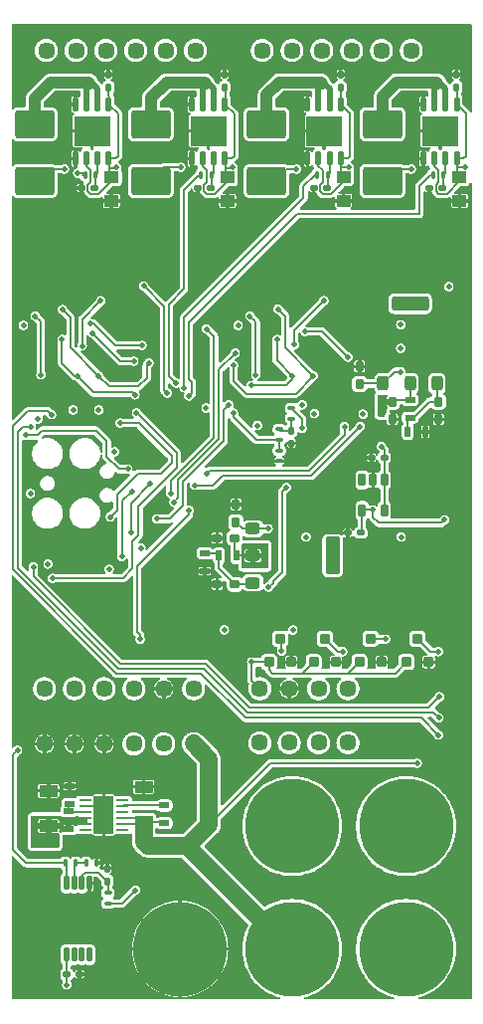
<source format=gbl>
%FSLAX46Y46*%
%MOMM*%
%ADD10C,0.127000*%
%ADD11C,0.190000*%
%ADD12C,0.200000*%
%ADD15C,0.250000*%
%ADD13C,0.500000*%
%ADD16C,1.000000*%
%ADD14C,1.500000*%
%AMPS20*
1,1,1.450000,0.000000,0.000000*
%
%ADD20PS20*%
%AMPS23*
1,1,1.450000,0.000000,0.000000*
%
%ADD23PS23*%
%AMPS40*
1,1,1.450000,0.000000,0.000000*
%
%ADD40PS40*%
%AMPS18*
1,1,8.000000,0.000000,0.000000*
%
%ADD18PS18*%
%AMPS43*
1,1,8.000000,0.000000,0.000000*
%
%ADD43PS43*%
%AMPS22*
1,1,1.450000,0.000000,0.000000*
%
%ADD22PS22*%
%AMPS24*
1,1,8.000000,0.000000,0.000000*
%
%ADD24PS24*%
%AMPS55*
1,1,8.000000,0.000000,0.000000*
%
%ADD55PS55*%
%AMPS21*
1,1,1.450000,0.000000,0.000000*
%
%ADD21PS21*%
%AMPS19*
1,1,1.450000,0.000000,0.000000*
%
%ADD19PS19*%
%AMPS65*
1,1,0.500000,0.000000,0.000000*
%
%ADD65PS65*%
%AMPS63*
1,1,0.500000,0.000000,0.000000*
%
%ADD63PS63*%
%AMPS61*
1,1,0.500000,0.000000,0.000000*
%
%ADD61PS61*%
%AMPS64*
1,1,0.500000,0.000000,0.000000*
%
%ADD64PS64*%
%AMPS62*
1,1,0.500000,0.000000,0.000000*
%
%ADD62PS62*%
%AMPS50*
1,1,0.240000,-0.180000,-0.430000*
1,1,0.240000,0.180000,0.430000*
1,1,0.240000,-0.180000,0.430000*
21,1,0.600000,0.860000,0.000000,0.000000,360.000000*
21,1,0.360000,1.100000,0.000000,0.000000,360.000000*
1,1,0.240000,0.180000,-0.430000*
%
%ADD50PS50*%
%AMPS49*
1,1,0.240000,0.180000,0.430000*
1,1,0.240000,-0.180000,-0.430000*
1,1,0.240000,0.180000,-0.430000*
21,1,0.600000,0.860000,0.000000,0.000000,180.000000*
21,1,0.360000,1.100000,0.000000,0.000000,180.000000*
1,1,0.240000,-0.180000,0.430000*
%
%ADD49PS49*%
%AMPS31*
1,1,0.160000,-0.145000,-0.520000*
1,1,0.160000,0.145000,0.520000*
1,1,0.160000,-0.145000,0.520000*
21,1,0.450000,1.040000,0.000000,0.000000,360.000000*
21,1,0.290000,1.200000,0.000000,0.000000,360.000000*
1,1,0.160000,0.145000,-0.520000*
%
%ADD31PS31*%
%AMPS30*
1,1,0.160000,0.145000,0.520000*
1,1,0.160000,-0.145000,-0.520000*
1,1,0.160000,0.145000,-0.520000*
21,1,0.450000,1.040000,0.000000,0.000000,180.000000*
21,1,0.290000,1.200000,0.000000,0.000000,180.000000*
1,1,0.160000,-0.145000,0.520000*
%
%ADD30PS30*%
%AMPS56*
1,1,0.200000,-0.300000,-0.275000*
1,1,0.200000,0.300000,0.275000*
1,1,0.200000,-0.300000,0.275000*
21,1,0.800000,0.550000,0.000000,0.000000,360.000000*
21,1,0.600000,0.750000,0.000000,0.000000,360.000000*
1,1,0.200000,0.300000,-0.275000*
%
%ADD56PS56*%
%AMPS41*
1,1,0.200000,-0.275000,0.300000*
1,1,0.200000,0.275000,-0.300000*
1,1,0.200000,0.275000,0.300000*
21,1,0.800000,0.550000,0.000000,0.000000,270.000000*
21,1,0.600000,0.750000,0.000000,0.000000,270.000000*
1,1,0.200000,-0.275000,-0.300000*
%
%ADD41PS41*%
%AMPS44*
1,1,0.200000,0.275000,-0.300000*
1,1,0.200000,-0.275000,0.300000*
1,1,0.200000,-0.275000,-0.300000*
21,1,0.800000,0.550000,0.000000,0.000000,90.000000*
21,1,0.600000,0.750000,0.000000,0.000000,90.000000*
1,1,0.200000,0.275000,0.300000*
%
%ADD44PS44*%
%AMPS53*
1,1,0.400000,-0.275000,-0.425000*
1,1,0.400000,0.275000,0.425000*
1,1,0.400000,-0.275000,0.425000*
21,1,0.950000,0.850000,0.000000,0.000000,360.000000*
21,1,0.550000,1.250000,0.000000,0.000000,360.000000*
1,1,0.400000,0.275000,-0.425000*
%
%ADD53PS53*%
%AMPS34*
1,1,0.400000,-0.425000,0.275000*
1,1,0.400000,0.425000,-0.275000*
1,1,0.400000,0.425000,0.275000*
21,1,0.950000,0.850000,0.000000,0.000000,270.000000*
21,1,0.550000,1.250000,0.000000,0.000000,270.000000*
1,1,0.400000,-0.425000,-0.275000*
%
%ADD34PS34*%
%AMPS48*
1,1,0.200000,0.750000,1.550000*
1,1,0.200000,-0.750000,-1.550000*
1,1,0.200000,0.750000,-1.550000*
21,1,1.700000,3.100000,0.000000,0.000000,180.000000*
21,1,1.500000,3.300000,0.000000,0.000000,180.000000*
1,1,0.200000,-0.750000,1.550000*
%
%ADD48PS48*%
%AMPS32*
1,1,0.200000,0.525000,-0.400000*
1,1,0.200000,-0.525000,0.400000*
1,1,0.200000,-0.525000,-0.400000*
21,1,1.000000,1.050000,0.000000,0.000000,90.000000*
21,1,0.800000,1.250000,0.000000,0.000000,90.000000*
1,1,0.200000,0.525000,0.400000*
%
%ADD32PS32*%
%AMPS28*
1,1,0.200000,0.325000,0.325000*
1,1,0.200000,-0.325000,-0.325000*
1,1,0.200000,0.325000,-0.325000*
21,1,0.850000,0.650000,0.000000,0.000000,180.000000*
21,1,0.650000,0.850000,0.000000,0.000000,180.000000*
1,1,0.200000,-0.325000,0.325000*
%
%ADD28PS28*%
%AMPS38*
1,1,0.200000,-0.700000,0.400000*
1,1,0.200000,0.700000,-0.400000*
1,1,0.200000,0.700000,0.400000*
21,1,1.000000,1.400000,0.000000,0.000000,270.000000*
21,1,0.800000,1.600000,0.000000,0.000000,270.000000*
1,1,0.200000,-0.700000,-0.400000*
%
%ADD38PS38*%
%AMPS60*
1,1,0.200000,0.700000,-0.400000*
1,1,0.200000,-0.700000,0.400000*
1,1,0.200000,-0.700000,-0.400000*
21,1,1.000000,1.400000,0.000000,0.000000,90.000000*
21,1,0.800000,1.600000,0.000000,0.000000,90.000000*
1,1,0.200000,0.700000,0.400000*
%
%ADD60PS60*%
%AMPS29*
1,1,0.200000,-1.450000,1.200000*
1,1,0.200000,1.450000,-1.200000*
1,1,0.200000,1.450000,1.200000*
21,1,2.600000,2.900000,0.000000,0.000000,270.000000*
21,1,2.400000,3.100000,0.000000,0.000000,270.000000*
1,1,0.200000,-1.450000,-1.200000*
%
%ADD29PS29*%
%AMPS37*
1,1,0.200000,-0.200000,-0.150000*
1,1,0.200000,0.200000,0.150000*
1,1,0.200000,-0.200000,0.150000*
21,1,0.600000,0.300000,0.000000,0.000000,360.000000*
21,1,0.400000,0.500000,0.000000,0.000000,360.000000*
1,1,0.200000,0.200000,-0.150000*
%
%ADD37PS37*%
%AMPS25*
1,1,0.200000,-0.150000,0.200000*
1,1,0.200000,0.150000,-0.200000*
1,1,0.200000,0.150000,0.200000*
21,1,0.600000,0.300000,0.000000,0.000000,270.000000*
21,1,0.400000,0.500000,0.000000,0.000000,270.000000*
1,1,0.200000,-0.150000,-0.200000*
%
%ADD25PS25*%
%AMPS45*
1,1,0.200000,0.200000,0.150000*
1,1,0.200000,-0.200000,-0.150000*
1,1,0.200000,0.200000,-0.150000*
21,1,0.600000,0.300000,0.000000,0.000000,180.000000*
21,1,0.400000,0.500000,0.000000,0.000000,180.000000*
1,1,0.200000,-0.200000,0.150000*
%
%ADD45PS45*%
%AMPS27*
1,1,0.200000,0.150000,-0.200000*
1,1,0.200000,-0.150000,0.200000*
1,1,0.200000,-0.150000,-0.200000*
21,1,0.600000,0.300000,0.000000,0.000000,90.000000*
21,1,0.400000,0.500000,0.000000,0.000000,90.000000*
1,1,0.200000,0.150000,0.200000*
%
%ADD27PS27*%
%AMPS52*
1,1,0.500000,1.350000,0.375000*
1,1,0.500000,-1.350000,-0.375000*
1,1,0.500000,1.350000,-0.375000*
21,1,3.200000,0.750000,0.000000,0.000000,180.000000*
21,1,2.700000,1.250000,0.000000,0.000000,180.000000*
1,1,0.500000,-1.350000,0.375000*
%
%ADD52PS52*%
%AMPS33*
1,1,0.500000,0.375000,-1.350000*
1,1,0.500000,-0.375000,1.350000*
1,1,0.500000,-0.375000,-1.350000*
21,1,3.200000,0.750000,0.000000,0.000000,90.000000*
21,1,2.700000,1.250000,0.000000,0.000000,90.000000*
1,1,0.500000,0.375000,1.350000*
%
%ADD33PS33*%
%AMPS47*
1,1,0.100000,-0.500000,0.075000*
1,1,0.100000,0.500000,-0.075000*
1,1,0.100000,0.500000,0.075000*
21,1,0.250000,1.000000,0.000000,0.000000,270.000000*
21,1,0.150000,1.100000,0.000000,0.000000,270.000000*
1,1,0.100000,-0.500000,-0.075000*
%
%ADD47PS47*%
%AMPS46*
1,1,0.100000,0.500000,-0.075000*
1,1,0.100000,-0.500000,0.075000*
1,1,0.100000,-0.500000,-0.075000*
21,1,0.250000,1.000000,0.000000,0.000000,90.000000*
21,1,0.150000,1.100000,0.000000,0.000000,90.000000*
1,1,0.100000,0.500000,0.075000*
%
%ADD46PS46*%
%AMPS39*
1,1,0.200000,-0.150000,-0.350000*
1,1,0.200000,0.150000,0.350000*
1,1,0.200000,-0.150000,0.350000*
21,1,0.500000,0.700000,0.000000,0.000000,360.000000*
21,1,0.300000,0.900000,0.000000,0.000000,360.000000*
1,1,0.200000,0.150000,-0.350000*
%
%ADD39PS39*%
%AMPS26*
1,1,0.200000,-0.350000,0.150000*
1,1,0.200000,0.350000,-0.150000*
1,1,0.200000,0.350000,0.150000*
21,1,0.500000,0.700000,0.000000,0.000000,270.000000*
21,1,0.300000,0.900000,0.000000,0.000000,270.000000*
1,1,0.200000,-0.350000,-0.150000*
%
%ADD26PS26*%
%AMPS57*
1,1,0.200000,0.150000,0.350000*
1,1,0.200000,-0.150000,-0.350000*
1,1,0.200000,0.150000,-0.350000*
21,1,0.500000,0.700000,0.000000,0.000000,180.000000*
21,1,0.300000,0.900000,0.000000,0.000000,180.000000*
1,1,0.200000,-0.150000,0.350000*
%
%ADD57PS57*%
%AMPS54*
1,1,0.200000,0.350000,-0.150000*
1,1,0.200000,-0.350000,0.150000*
1,1,0.200000,-0.350000,-0.150000*
21,1,0.500000,0.700000,0.000000,0.000000,90.000000*
21,1,0.300000,0.900000,0.000000,0.000000,90.000000*
1,1,0.200000,0.350000,0.150000*
%
%ADD54PS54*%
%AMPS58*
1,1,0.180000,-0.125000,-0.525000*
1,1,0.180000,0.125000,0.525000*
1,1,0.180000,-0.125000,0.525000*
21,1,0.430000,1.050000,0.000000,0.000000,360.000000*
21,1,0.250000,1.230000,0.000000,0.000000,360.000000*
1,1,0.180000,0.125000,-0.525000*
%
%ADD58PS58*%
%AMPS59*
1,1,0.180000,0.125000,0.525000*
1,1,0.180000,-0.125000,-0.525000*
1,1,0.180000,0.125000,-0.525000*
21,1,0.430000,1.050000,0.000000,0.000000,180.000000*
21,1,0.250000,1.230000,0.000000,0.000000,180.000000*
1,1,0.180000,-0.125000,0.525000*
%
%ADD59PS59*%
%AMPS36*
1,1,0.500000,-1.440000,-0.940000*
1,1,0.500000,1.440000,0.940000*
1,1,0.500000,-1.440000,0.940000*
21,1,3.380000,1.880000,0.000000,0.000000,360.000000*
21,1,2.880000,2.380000,0.000000,0.000000,360.000000*
1,1,0.500000,1.440000,-0.940000*
%
%ADD36PS36*%
%AMPS35*
1,1,0.500000,1.440000,0.940000*
1,1,0.500000,-1.440000,-0.940000*
1,1,0.500000,1.440000,-0.940000*
21,1,3.380000,1.880000,0.000000,0.000000,180.000000*
21,1,2.880000,2.380000,0.000000,0.000000,180.000000*
1,1,0.500000,-1.440000,0.940000*
%
%ADD35PS35*%
%AMPS51*
1,1,0.200000,-0.200000,0.100000*
1,1,0.200000,0.200000,-0.100000*
1,1,0.200000,0.200000,0.100000*
21,1,0.400000,0.400000,0.000000,0.000000,270.000000*
21,1,0.200000,0.600000,0.000000,0.000000,270.000000*
1,1,0.200000,-0.200000,-0.100000*
%
%ADD51PS51*%
%AMPS17*
1,1,0.200000,0.100000,0.200000*
1,1,0.200000,-0.100000,-0.200000*
1,1,0.200000,0.100000,-0.200000*
21,1,0.400000,0.400000,0.000000,0.000000,180.000000*
21,1,0.200000,0.600000,0.000000,0.000000,180.000000*
1,1,0.200000,-0.100000,0.200000*
%
%ADD17PS17*%
%AMPS42*
1,1,0.200000,0.200000,-0.100000*
1,1,0.200000,-0.200000,0.100000*
1,1,0.200000,-0.200000,-0.100000*
21,1,0.400000,0.400000,0.000000,0.000000,90.000000*
21,1,0.200000,0.600000,0.000000,0.000000,90.000000*
1,1,0.200000,0.200000,0.100000*
%
%ADD42PS42*%
G01*
%LPD*%
G36*
X22881391Y46661279D02*
X22876754Y46662939D01*
X22848803Y46674517D01*
X22844354Y46676620D01*
X22817597Y46690922D01*
X22813389Y46693445D01*
X22788183Y46710286D01*
X22784271Y46713187D01*
X22760783Y46732464D01*
X22757170Y46735739D01*
X22735739Y46757170D01*
X22732464Y46760783D01*
X22713187Y46784271D01*
X22710286Y46788183D01*
X22693445Y46813389D01*
X22690922Y46817597D01*
X22676620Y46844354D01*
X22674517Y46848803D01*
X22662939Y46876754D01*
X22661279Y46881391D01*
X22652467Y46910438D01*
X22651278Y46915184D01*
X22645366Y46944911D01*
X22644643Y46949781D01*
X22641673Y46979928D01*
X22641373Y46986033D01*
X22641000Y47001233D01*
X22641000Y47198766D01*
X22641373Y47213967D01*
X22641673Y47220071D01*
X22644643Y47250217D01*
X22645366Y47255089D01*
X22651278Y47284816D01*
X22652467Y47289562D01*
X22661279Y47318609D01*
X22662939Y47323246D01*
X22674517Y47351197D01*
X22676620Y47355646D01*
X22690922Y47382403D01*
X22693445Y47386611D01*
X22710286Y47411817D01*
X22713187Y47415729D01*
X22732464Y47439217D01*
X22735739Y47442830D01*
X22757170Y47464261D01*
X22760787Y47467540D01*
X22768291Y47473698D01*
X22793417Y47504564D01*
X22804515Y47542785D01*
X22799826Y47582307D01*
X22780093Y47616870D01*
X22748443Y47641000D01*
X22704853Y47651000D01*
X21292463Y47651000D01*
X21262176Y47652488D01*
X21250001Y47653687D01*
X21190592Y47665503D01*
X21181247Y47668338D01*
X21125303Y47691512D01*
X21116694Y47696113D01*
X21066327Y47729768D01*
X21058812Y47735935D01*
X21037434Y47757346D01*
X21030064Y47762236D01*
X19052768Y49739532D01*
X19047346Y49747434D01*
X19025935Y49768812D01*
X19019764Y49776331D01*
X18992147Y49817663D01*
X18963892Y49845693D01*
X18926943Y49860483D01*
X18887151Y49859690D01*
X18850820Y49843439D01*
X18823705Y49814306D01*
X18809000Y49762106D01*
X18809000Y47892635D01*
X18807511Y47862320D01*
X18806313Y47850161D01*
X18794497Y47790767D01*
X18791661Y47781418D01*
X18768487Y47725474D01*
X18763886Y47716865D01*
X18730231Y47666498D01*
X18723916Y47658802D01*
X18702451Y47637176D01*
X18698133Y47630604D01*
X16858759Y45791230D01*
X16836780Y45758050D01*
X16829483Y45718925D01*
X16838023Y45680053D01*
X16858703Y45649865D01*
X16859329Y45649238D01*
X16892491Y45627232D01*
X16931610Y45619903D01*
X16970489Y45628413D01*
X17000539Y45648915D01*
X17022171Y45670384D01*
X17029115Y45676083D01*
X17079468Y45709726D01*
X17087220Y45713870D01*
X17143164Y45737042D01*
X17151584Y45739596D01*
X17210960Y45751408D01*
X17222168Y45752512D01*
X17252447Y45754000D01*
X22828287Y45754000D01*
X22867291Y45761920D01*
X22900116Y45784425D01*
X22921564Y45817952D01*
X22928236Y45857188D01*
X22919077Y45895919D01*
X22887852Y45934324D01*
X22873044Y45945305D01*
X22858494Y45958494D01*
X22845305Y45973044D01*
X22833607Y45988818D01*
X22823510Y46005664D01*
X22815112Y46023422D01*
X22808497Y46041904D01*
X22806470Y46050000D01*
X23593530Y46050000D01*
X23591503Y46041904D01*
X23584888Y46023422D01*
X23576490Y46005664D01*
X23566393Y45988818D01*
X23554695Y45973044D01*
X23541506Y45958494D01*
X23526956Y45945305D01*
X23512148Y45934324D01*
X23485536Y45904730D01*
X23472575Y45867100D01*
X23475317Y45827395D01*
X23493329Y45791904D01*
X23523756Y45766250D01*
X23571713Y45754000D01*
X25561948Y45754000D01*
X25600952Y45761920D01*
X25632659Y45783289D01*
X28366711Y48517341D01*
X28388690Y48550521D01*
X28396000Y48588052D01*
X28396000Y48922456D01*
X28386400Y48965209D01*
X28377247Y48984562D01*
X28369444Y49003403D01*
X28362829Y49021888D01*
X28356902Y49041425D01*
X28352137Y49060448D01*
X28348156Y49080462D01*
X28345273Y49099901D01*
X28343275Y49120176D01*
X28342311Y49139804D01*
X28342311Y49160196D01*
X28343275Y49179824D01*
X28345273Y49200099D01*
X28348156Y49219538D01*
X28352137Y49239552D01*
X28356902Y49258575D01*
X28362829Y49278112D01*
X28369444Y49296597D01*
X28377247Y49315438D01*
X28385637Y49333177D01*
X28395265Y49351192D01*
X28405351Y49368019D01*
X28416679Y49384971D01*
X28428385Y49400755D01*
X28441326Y49416523D01*
X28454500Y49431058D01*
X28468942Y49445500D01*
X28483477Y49458674D01*
X28499245Y49471615D01*
X28515029Y49483321D01*
X28531981Y49494649D01*
X28548808Y49504735D01*
X28566823Y49514363D01*
X28584562Y49522753D01*
X28603403Y49530556D01*
X28621888Y49537171D01*
X28641425Y49543098D01*
X28660448Y49547863D01*
X28680462Y49551844D01*
X28699901Y49554727D01*
X28720176Y49556725D01*
X28739804Y49557689D01*
X28760196Y49557689D01*
X28779824Y49556725D01*
X28800099Y49554727D01*
X28819538Y49551844D01*
X28839552Y49547863D01*
X28858575Y49543098D01*
X28878112Y49537171D01*
X28896597Y49530556D01*
X28915438Y49522753D01*
X28933177Y49514363D01*
X28951192Y49504735D01*
X28968019Y49494649D01*
X28984971Y49483321D01*
X29000755Y49471615D01*
X29016523Y49458674D01*
X29031058Y49445500D01*
X29045500Y49431058D01*
X29058674Y49416523D01*
X29071615Y49400755D01*
X29083321Y49384971D01*
X29094649Y49368019D01*
X29104735Y49351192D01*
X29114363Y49333177D01*
X29122753Y49315438D01*
X29130556Y49296597D01*
X29137171Y49278112D01*
X29143098Y49258575D01*
X29147863Y49239552D01*
X29151844Y49219538D01*
X29154727Y49200099D01*
X29156725Y49179824D01*
X29157689Y49160196D01*
X29157689Y49139804D01*
X29156725Y49120176D01*
X29154727Y49099901D01*
X29151844Y49080462D01*
X29147863Y49060448D01*
X29143098Y49041425D01*
X29137171Y49021888D01*
X29130556Y49003403D01*
X29122753Y48984562D01*
X29113600Y48965209D01*
X29104000Y48922456D01*
X29104000Y48903122D01*
X29111920Y48864118D01*
X29134425Y48831293D01*
X29167952Y48809845D01*
X29207188Y48803173D01*
X29245919Y48812332D01*
X29274711Y48832411D01*
X29692726Y49250426D01*
X29716168Y49287444D01*
X29719444Y49296597D01*
X29727247Y49315438D01*
X29735637Y49333177D01*
X29745265Y49351192D01*
X29755351Y49368019D01*
X29766679Y49384971D01*
X29778385Y49400755D01*
X29791326Y49416523D01*
X29804500Y49431058D01*
X29818942Y49445500D01*
X29833477Y49458674D01*
X29849245Y49471615D01*
X29865029Y49483321D01*
X29881981Y49494649D01*
X29898808Y49504735D01*
X29916823Y49514363D01*
X29934562Y49522753D01*
X29953403Y49530556D01*
X29971888Y49537171D01*
X29991425Y49543098D01*
X30010448Y49547863D01*
X30030462Y49551844D01*
X30049901Y49554727D01*
X30070176Y49556725D01*
X30089804Y49557689D01*
X30110196Y49557689D01*
X30129824Y49556725D01*
X30150099Y49554727D01*
X30169538Y49551844D01*
X30189552Y49547863D01*
X30208575Y49543098D01*
X30228112Y49537171D01*
X30246597Y49530556D01*
X30265438Y49522753D01*
X30283177Y49514363D01*
X30301192Y49504735D01*
X30318019Y49494649D01*
X30334971Y49483321D01*
X30350755Y49471615D01*
X30366523Y49458674D01*
X30381058Y49445500D01*
X30395500Y49431058D01*
X30408674Y49416523D01*
X30421615Y49400755D01*
X30433321Y49384971D01*
X30444649Y49368019D01*
X30454735Y49351192D01*
X30464363Y49333177D01*
X30472753Y49315438D01*
X30480556Y49296597D01*
X30487171Y49278112D01*
X30493098Y49258575D01*
X30497863Y49239552D01*
X30501844Y49219538D01*
X30504727Y49200099D01*
X30506725Y49179824D01*
X30507689Y49160196D01*
X30507689Y49139804D01*
X30506725Y49120176D01*
X30504727Y49099901D01*
X30501844Y49080462D01*
X30497863Y49060448D01*
X30493098Y49041425D01*
X30487171Y49021888D01*
X30480556Y49003403D01*
X30472753Y48984562D01*
X30464363Y48966823D01*
X30454735Y48948808D01*
X30444649Y48931981D01*
X30433321Y48915029D01*
X30421615Y48899245D01*
X30408674Y48883477D01*
X30395500Y48868942D01*
X30381058Y48854500D01*
X30366523Y48841326D01*
X30350755Y48828385D01*
X30334971Y48816679D01*
X30318019Y48805351D01*
X30301192Y48795265D01*
X30283177Y48785637D01*
X30265438Y48777247D01*
X30246597Y48769444D01*
X30237444Y48766168D01*
X30200426Y48742726D01*
X26160101Y44702401D01*
X26152994Y44697548D01*
X26131368Y44676083D01*
X26123672Y44669768D01*
X26073305Y44636113D01*
X26064696Y44631512D01*
X26008752Y44608338D01*
X25999409Y44605504D01*
X25939997Y44593686D01*
X25927826Y44592488D01*
X25897537Y44591000D01*
X18540122Y44591000D01*
X18501118Y44583080D01*
X18469411Y44561711D01*
X17810101Y43902401D01*
X17802994Y43897548D01*
X17781368Y43876083D01*
X17773672Y43869768D01*
X17723305Y43836113D01*
X17714696Y43831512D01*
X17658752Y43808338D01*
X17649409Y43805504D01*
X17589997Y43793686D01*
X17577826Y43792488D01*
X17547537Y43791000D01*
X16216972Y43791000D01*
X16174221Y43781401D01*
X16165438Y43777247D01*
X16146597Y43769444D01*
X16128112Y43762829D01*
X16108575Y43756902D01*
X16089552Y43752137D01*
X16069538Y43748156D01*
X16050099Y43745273D01*
X16029824Y43743275D01*
X16010196Y43742311D01*
X15989804Y43742311D01*
X15970176Y43743275D01*
X15949901Y43745273D01*
X15930462Y43748156D01*
X15910448Y43752137D01*
X15891425Y43756902D01*
X15871888Y43762829D01*
X15853403Y43769444D01*
X15834562Y43777247D01*
X15816823Y43785637D01*
X15798808Y43795265D01*
X15781981Y43805351D01*
X15765029Y43816679D01*
X15749245Y43828385D01*
X15733477Y43841326D01*
X15718942Y43854500D01*
X15704500Y43868942D01*
X15691326Y43883477D01*
X15678385Y43899245D01*
X15666679Y43915029D01*
X15655351Y43931981D01*
X15645265Y43948808D01*
X15635637Y43966823D01*
X15627247Y43984562D01*
X15619444Y44003403D01*
X15612829Y44021888D01*
X15606902Y44041425D01*
X15602137Y44060448D01*
X15598156Y44080462D01*
X15595273Y44099901D01*
X15593275Y44120176D01*
X15592311Y44139804D01*
X15592311Y44160196D01*
X15593275Y44179824D01*
X15595273Y44200099D01*
X15598156Y44219538D01*
X15602137Y44239552D01*
X15606898Y44258562D01*
X15613283Y44279608D01*
X15617026Y44319231D01*
X15605019Y44357176D01*
X15579163Y44387433D01*
X15543554Y44405208D01*
X15503832Y44407687D01*
X15466289Y44394477D01*
X15446878Y44379349D01*
X15388289Y44320760D01*
X15366310Y44287580D01*
X15359000Y44250049D01*
X15359000Y42531004D01*
X15366920Y42492000D01*
X15389425Y42459175D01*
X15422952Y42437727D01*
X15467518Y42431657D01*
X15467527Y42431480D01*
X15468477Y42431527D01*
X15468790Y42431484D01*
X15469969Y42431600D01*
X15489589Y42432564D01*
X15509981Y42432564D01*
X15529609Y42431600D01*
X15549884Y42429602D01*
X15569323Y42426719D01*
X15589337Y42422738D01*
X15608360Y42417973D01*
X15627897Y42412046D01*
X15646382Y42405431D01*
X15665223Y42397628D01*
X15682962Y42389238D01*
X15700977Y42379610D01*
X15717804Y42369524D01*
X15734756Y42358196D01*
X15750540Y42346490D01*
X15766308Y42333549D01*
X15780843Y42320375D01*
X15795285Y42305933D01*
X15808459Y42291398D01*
X15821400Y42275630D01*
X15833106Y42259846D01*
X15844434Y42242894D01*
X15854520Y42226067D01*
X15864148Y42208052D01*
X15872538Y42190313D01*
X15880341Y42171472D01*
X15886956Y42152987D01*
X15892883Y42133450D01*
X15897648Y42114427D01*
X15901629Y42094413D01*
X15904512Y42074974D01*
X15906510Y42054699D01*
X15907474Y42035071D01*
X15907474Y42014679D01*
X15906510Y41995051D01*
X15904512Y41974776D01*
X15901629Y41955337D01*
X15897648Y41935323D01*
X15892883Y41916300D01*
X15886956Y41896763D01*
X15880341Y41878278D01*
X15872538Y41859437D01*
X15868384Y41850654D01*
X15858785Y41807903D01*
X15858785Y41673786D01*
X15857296Y41643471D01*
X15856098Y41631312D01*
X15844282Y41571918D01*
X15841446Y41562569D01*
X15818272Y41506625D01*
X15813671Y41498016D01*
X15780016Y41447649D01*
X15773701Y41439953D01*
X15752236Y41418327D01*
X15747918Y41411755D01*
X11491300Y37155137D01*
X11469321Y37121957D01*
X11462011Y37084426D01*
X11462011Y31840664D01*
X11469931Y31801660D01*
X11491300Y31769953D01*
X11602112Y31659141D01*
X11622489Y31636659D01*
X11630231Y31627225D01*
X11663886Y31576858D01*
X11668487Y31568249D01*
X11691661Y31512305D01*
X11694497Y31502955D01*
X11706312Y31443566D01*
X11707512Y31431386D01*
X11709000Y31401106D01*
X11709000Y31266972D01*
X11718599Y31224221D01*
X11722753Y31215438D01*
X11730556Y31196597D01*
X11737171Y31178112D01*
X11743098Y31158575D01*
X11747863Y31139552D01*
X11751844Y31119538D01*
X11754727Y31100099D01*
X11756725Y31079824D01*
X11757689Y31060196D01*
X11757689Y31039804D01*
X11756725Y31020176D01*
X11754727Y30999901D01*
X11751844Y30980462D01*
X11747863Y30960448D01*
X11743098Y30941425D01*
X11737171Y30921888D01*
X11730556Y30903403D01*
X11722753Y30884562D01*
X11714363Y30866823D01*
X11704735Y30848808D01*
X11694649Y30831981D01*
X11683321Y30815029D01*
X11671615Y30799245D01*
X11658674Y30783477D01*
X11645500Y30768942D01*
X11631058Y30754500D01*
X11616523Y30741326D01*
X11600755Y30728385D01*
X11584971Y30716679D01*
X11568019Y30705351D01*
X11551192Y30695265D01*
X11533177Y30685637D01*
X11515438Y30677247D01*
X11496597Y30669444D01*
X11478112Y30662829D01*
X11458575Y30656902D01*
X11439552Y30652137D01*
X11419538Y30648156D01*
X11400099Y30645273D01*
X11379824Y30643275D01*
X11360196Y30642311D01*
X11339804Y30642311D01*
X11320176Y30643275D01*
X11299901Y30645273D01*
X11280462Y30648156D01*
X11260448Y30652137D01*
X11241425Y30656902D01*
X11221888Y30662829D01*
X11203403Y30669444D01*
X11184562Y30677247D01*
X11166823Y30685637D01*
X11148808Y30695265D01*
X11131981Y30705351D01*
X11115029Y30716679D01*
X11099245Y30728385D01*
X11083477Y30741326D01*
X11068942Y30754500D01*
X11054500Y30768942D01*
X11041326Y30783477D01*
X11028385Y30799245D01*
X11016679Y30815029D01*
X11005351Y30831981D01*
X10995265Y30848808D01*
X10985637Y30866823D01*
X10977247Y30884562D01*
X10969444Y30903403D01*
X10962829Y30921888D01*
X10956902Y30941425D01*
X10952137Y30960448D01*
X10948156Y30980462D01*
X10945273Y30999901D01*
X10943275Y31020176D01*
X10942311Y31039804D01*
X10942311Y31060196D01*
X10943275Y31079824D01*
X10945273Y31100099D01*
X10948156Y31119538D01*
X10952137Y31139552D01*
X10956902Y31158575D01*
X10962828Y31178109D01*
X10969140Y31195747D01*
X10974826Y31235139D01*
X10964697Y31273628D01*
X10945699Y31300154D01*
X10855779Y31390074D01*
X10850357Y31397976D01*
X10828946Y31419354D01*
X10822779Y31426869D01*
X10789124Y31477236D01*
X10784523Y31485845D01*
X10761349Y31541789D01*
X10758514Y31551134D01*
X10746698Y31610543D01*
X10745499Y31622718D01*
X10744011Y31653005D01*
X10744011Y36344889D01*
X10736091Y36383893D01*
X10713586Y36416718D01*
X10680059Y36438166D01*
X10640823Y36444838D01*
X10602092Y36435679D01*
X10573300Y36415600D01*
X10140102Y35982402D01*
X10132995Y35977549D01*
X10111369Y35956084D01*
X10103673Y35949769D01*
X10053306Y35916114D01*
X10044697Y35911513D01*
X9988753Y35888339D01*
X9979410Y35885505D01*
X9919998Y35873687D01*
X9907827Y35872489D01*
X9877538Y35871001D01*
X4096973Y35871001D01*
X4054222Y35861402D01*
X4045439Y35857248D01*
X4026598Y35849445D01*
X4008113Y35842830D01*
X3988576Y35836903D01*
X3969553Y35832138D01*
X3949539Y35828157D01*
X3930100Y35825274D01*
X3909825Y35823276D01*
X3890197Y35822312D01*
X3869805Y35822312D01*
X3850177Y35823276D01*
X3829902Y35825274D01*
X3810463Y35828157D01*
X3790449Y35832138D01*
X3771426Y35836903D01*
X3751889Y35842830D01*
X3733404Y35849445D01*
X3714563Y35857248D01*
X3696824Y35865638D01*
X3678809Y35875266D01*
X3661982Y35885352D01*
X3645030Y35896680D01*
X3629246Y35908386D01*
X3613478Y35921327D01*
X3598943Y35934501D01*
X3584501Y35948943D01*
X3571327Y35963478D01*
X3558386Y35979246D01*
X3546680Y35995030D01*
X3535352Y36011982D01*
X3525266Y36028809D01*
X3515638Y36046824D01*
X3507248Y36064563D01*
X3499445Y36083404D01*
X3492830Y36101889D01*
X3486903Y36121426D01*
X3482138Y36140449D01*
X3478157Y36160463D01*
X3475274Y36179902D01*
X3473276Y36200177D01*
X3472312Y36219805D01*
X3472312Y36240197D01*
X3473276Y36259825D01*
X3475274Y36280100D01*
X3478157Y36299539D01*
X3482138Y36319553D01*
X3486903Y36338576D01*
X3492830Y36358113D01*
X3499445Y36376598D01*
X3507248Y36395439D01*
X3515638Y36413178D01*
X3525266Y36431193D01*
X3535352Y36448020D01*
X3546680Y36464972D01*
X3558386Y36480756D01*
X3571327Y36496524D01*
X3584501Y36511059D01*
X3598943Y36525501D01*
X3613478Y36538675D01*
X3629246Y36551616D01*
X3645030Y36563322D01*
X3661982Y36574650D01*
X3678809Y36584736D01*
X3696824Y36594364D01*
X3714563Y36602754D01*
X3733404Y36610557D01*
X3751889Y36617172D01*
X3771426Y36623099D01*
X3790449Y36627864D01*
X3810463Y36631845D01*
X3829902Y36634728D01*
X3850177Y36636726D01*
X3869805Y36637690D01*
X3890197Y36637690D01*
X3909825Y36636726D01*
X3930100Y36634728D01*
X3949539Y36631845D01*
X3969553Y36627864D01*
X3988576Y36623099D01*
X4008113Y36617172D01*
X4026598Y36610557D01*
X4045439Y36602754D01*
X4054222Y36598600D01*
X4096973Y36589001D01*
X8305585Y36589001D01*
X8344589Y36596921D01*
X8377414Y36619426D01*
X8398862Y36652953D01*
X8405534Y36692189D01*
X8396375Y36730920D01*
X8385906Y36748570D01*
X8373707Y36765019D01*
X8362372Y36781981D01*
X8352286Y36798808D01*
X8342660Y36816818D01*
X8334268Y36834562D01*
X8326465Y36853403D01*
X8319850Y36871888D01*
X8313923Y36891425D01*
X8309158Y36910448D01*
X8305177Y36930462D01*
X8302294Y36949901D01*
X8300296Y36970176D01*
X8299332Y36989804D01*
X8299332Y37010196D01*
X8300296Y37029824D01*
X8302294Y37050099D01*
X8305177Y37069538D01*
X8309158Y37089552D01*
X8313923Y37108575D01*
X8319850Y37128112D01*
X8326465Y37146597D01*
X8334268Y37165438D01*
X8342658Y37183177D01*
X8352286Y37201192D01*
X8362372Y37218019D01*
X8373700Y37234971D01*
X8385406Y37250755D01*
X8398347Y37266523D01*
X8411521Y37281058D01*
X8425963Y37295500D01*
X8440498Y37308674D01*
X8456266Y37321615D01*
X8472050Y37333321D01*
X8489002Y37344649D01*
X8505829Y37354735D01*
X8523844Y37364363D01*
X8541583Y37372753D01*
X8560424Y37380556D01*
X8578909Y37387171D01*
X8598446Y37393098D01*
X8617469Y37397863D01*
X8637483Y37401844D01*
X8656922Y37404727D01*
X8677197Y37406725D01*
X8696825Y37407689D01*
X8717217Y37407689D01*
X8736845Y37406725D01*
X8757120Y37404727D01*
X8776559Y37401844D01*
X8796573Y37397863D01*
X8815596Y37393098D01*
X8835133Y37387171D01*
X8853618Y37380556D01*
X8872459Y37372753D01*
X8890198Y37364363D01*
X8908213Y37354735D01*
X8925040Y37344649D01*
X8941992Y37333321D01*
X8957776Y37321615D01*
X8973544Y37308674D01*
X8988079Y37295500D01*
X9002521Y37281058D01*
X9015695Y37266523D01*
X9028636Y37250755D01*
X9040342Y37234971D01*
X9051670Y37218019D01*
X9061756Y37201192D01*
X9071384Y37183177D01*
X9079774Y37165438D01*
X9087577Y37146597D01*
X9094192Y37128112D01*
X9100119Y37108575D01*
X9104884Y37089552D01*
X9108865Y37069538D01*
X9111748Y37050099D01*
X9113746Y37029824D01*
X9114710Y37010196D01*
X9114710Y36989804D01*
X9113746Y36970176D01*
X9111748Y36949901D01*
X9108865Y36930462D01*
X9104884Y36910448D01*
X9100119Y36891425D01*
X9094192Y36871888D01*
X9087577Y36853403D01*
X9079774Y36834562D01*
X9071382Y36816818D01*
X9061756Y36798808D01*
X9051670Y36781981D01*
X9040335Y36765019D01*
X9028136Y36748570D01*
X9011263Y36712524D01*
X9009786Y36672752D01*
X9023938Y36635554D01*
X9051478Y36606822D01*
X9088044Y36591107D01*
X9108457Y36589001D01*
X9689879Y36589001D01*
X9728883Y36596921D01*
X9760590Y36618290D01*
X10311711Y37169411D01*
X10333690Y37202591D01*
X10341000Y37240122D01*
X10341000Y37821730D01*
X10333080Y37860734D01*
X10310575Y37893559D01*
X10277048Y37915007D01*
X10237812Y37921679D01*
X10199081Y37912520D01*
X10166990Y37888979D01*
X10152808Y37868870D01*
X10150724Y37864972D01*
X10140639Y37848145D01*
X10129311Y37831193D01*
X10117605Y37815409D01*
X10104664Y37799641D01*
X10091490Y37785106D01*
X10077048Y37770664D01*
X10062513Y37757490D01*
X10046745Y37744549D01*
X10030961Y37732843D01*
X10014009Y37721515D01*
X9997182Y37711429D01*
X9979167Y37701801D01*
X9961428Y37693411D01*
X9942587Y37685608D01*
X9924102Y37678993D01*
X9904565Y37673066D01*
X9885542Y37668301D01*
X9865528Y37664320D01*
X9846089Y37661437D01*
X9825814Y37659439D01*
X9806186Y37658475D01*
X9785794Y37658475D01*
X9766166Y37659439D01*
X9745891Y37661437D01*
X9726452Y37664320D01*
X9706438Y37668301D01*
X9687415Y37673066D01*
X9667878Y37678993D01*
X9649393Y37685608D01*
X9630552Y37693411D01*
X9612813Y37701801D01*
X9594798Y37711429D01*
X9577971Y37721515D01*
X9561019Y37732843D01*
X9545235Y37744549D01*
X9529467Y37757490D01*
X9514932Y37770664D01*
X9500490Y37785106D01*
X9487316Y37799641D01*
X9474375Y37815409D01*
X9462669Y37831193D01*
X9451341Y37848145D01*
X9441255Y37864972D01*
X9431627Y37882987D01*
X9423237Y37900726D01*
X9415434Y37919567D01*
X9408819Y37938052D01*
X9402892Y37957589D01*
X9398127Y37976612D01*
X9394146Y37996626D01*
X9391263Y38016065D01*
X9389265Y38036340D01*
X9388301Y38055968D01*
X9388301Y38076360D01*
X9389265Y38095988D01*
X9391263Y38116263D01*
X9394146Y38135702D01*
X9398127Y38155716D01*
X9402892Y38174739D01*
X9408819Y38194276D01*
X9415434Y38212761D01*
X9423237Y38231602D01*
X9432390Y38250955D01*
X9441990Y38293708D01*
X9441990Y41342868D01*
X9434070Y41381872D01*
X9411565Y41414697D01*
X9378038Y41436145D01*
X9338802Y41442817D01*
X9300071Y41433658D01*
X9271279Y41413579D01*
X9207274Y41349574D01*
X9183832Y41312556D01*
X9180556Y41303403D01*
X9172753Y41284562D01*
X9164363Y41266823D01*
X9154735Y41248808D01*
X9144649Y41231981D01*
X9133321Y41215029D01*
X9121615Y41199245D01*
X9108674Y41183477D01*
X9095500Y41168942D01*
X9081058Y41154500D01*
X9066523Y41141326D01*
X9050755Y41128385D01*
X9034971Y41116679D01*
X9018019Y41105351D01*
X9001192Y41095265D01*
X8983177Y41085637D01*
X8965438Y41077247D01*
X8946597Y41069444D01*
X8928112Y41062829D01*
X8908575Y41056902D01*
X8889552Y41052137D01*
X8869538Y41048156D01*
X8850099Y41045273D01*
X8829824Y41043275D01*
X8810196Y41042311D01*
X8789804Y41042311D01*
X8770176Y41043275D01*
X8749901Y41045273D01*
X8730462Y41048156D01*
X8710448Y41052137D01*
X8691425Y41056902D01*
X8671888Y41062829D01*
X8653403Y41069444D01*
X8634562Y41077247D01*
X8616823Y41085637D01*
X8598808Y41095265D01*
X8581981Y41105351D01*
X8565029Y41116679D01*
X8549245Y41128385D01*
X8533477Y41141326D01*
X8518942Y41154500D01*
X8504500Y41168942D01*
X8491326Y41183477D01*
X8478385Y41199245D01*
X8466679Y41215029D01*
X8455351Y41231981D01*
X8445265Y41248808D01*
X8435637Y41266823D01*
X8427247Y41284562D01*
X8419444Y41303403D01*
X8412829Y41321888D01*
X8406902Y41341425D01*
X8402137Y41360448D01*
X8398156Y41380462D01*
X8395273Y41399901D01*
X8393275Y41420176D01*
X8392311Y41439804D01*
X8392311Y41460196D01*
X8393275Y41479824D01*
X8395273Y41500099D01*
X8398156Y41519538D01*
X8402137Y41539552D01*
X8406902Y41558575D01*
X8412829Y41578112D01*
X8419444Y41596597D01*
X8427247Y41615438D01*
X8435637Y41633177D01*
X8445265Y41651192D01*
X8455351Y41668019D01*
X8466679Y41684971D01*
X8478385Y41700755D01*
X8491326Y41716523D01*
X8504500Y41731058D01*
X8518942Y41745500D01*
X8533477Y41758674D01*
X8549245Y41771615D01*
X8565029Y41783321D01*
X8581981Y41794649D01*
X8598808Y41804735D01*
X8616823Y41814363D01*
X8634562Y41822753D01*
X8653403Y41830556D01*
X8662556Y41833832D01*
X8699574Y41857274D01*
X8998390Y42156090D01*
X9020369Y42189270D01*
X9027679Y42226801D01*
X9027679Y42678978D01*
X9019759Y42717982D01*
X8997254Y42750807D01*
X8963727Y42772255D01*
X8924491Y42778927D01*
X8876268Y42764750D01*
X8842341Y42744415D01*
X8826581Y42735991D01*
X8786674Y42717116D01*
X8770164Y42710278D01*
X8728598Y42695404D01*
X8711491Y42690215D01*
X8668683Y42679492D01*
X8651152Y42676005D01*
X8607475Y42669526D01*
X8589708Y42667777D01*
X8545589Y42665609D01*
X8527749Y42665609D01*
X8483630Y42667777D01*
X8465863Y42669526D01*
X8422186Y42676005D01*
X8404655Y42679492D01*
X8361847Y42690215D01*
X8344740Y42695404D01*
X8303174Y42710278D01*
X8286664Y42717116D01*
X8246757Y42735991D01*
X8231003Y42744412D01*
X8193123Y42767116D01*
X8178287Y42777028D01*
X8142805Y42803343D01*
X8129011Y42814664D01*
X8096296Y42844315D01*
X8083655Y42856956D01*
X8054004Y42889671D01*
X8042683Y42903465D01*
X8016368Y42938947D01*
X8006456Y42953783D01*
X7983752Y42991663D01*
X7975331Y43007417D01*
X7956456Y43047324D01*
X7949618Y43063834D01*
X7934744Y43105400D01*
X7929555Y43122507D01*
X7918832Y43165315D01*
X7915345Y43182846D01*
X7908866Y43226523D01*
X7907117Y43244290D01*
X7904949Y43288409D01*
X7904949Y43306249D01*
X7907117Y43350368D01*
X7908866Y43368135D01*
X7915345Y43411812D01*
X7918832Y43429343D01*
X7929555Y43472151D01*
X7934744Y43489258D01*
X7949618Y43530824D01*
X7956456Y43547334D01*
X7975331Y43587241D01*
X7983752Y43602995D01*
X8006456Y43640875D01*
X8016368Y43655711D01*
X8042683Y43691193D01*
X8054004Y43704987D01*
X8083655Y43737702D01*
X8096296Y43750343D01*
X8129011Y43779994D01*
X8142802Y43791312D01*
X8178287Y43817630D01*
X8193123Y43827542D01*
X8231003Y43850246D01*
X8246757Y43858667D01*
X8286664Y43877542D01*
X8303174Y43884380D01*
X8344740Y43899254D01*
X8361847Y43904443D01*
X8404655Y43915166D01*
X8422186Y43918653D01*
X8465863Y43925132D01*
X8483630Y43926881D01*
X8527749Y43929049D01*
X8545589Y43929049D01*
X8589708Y43926881D01*
X8607475Y43925132D01*
X8651152Y43918653D01*
X8668683Y43915166D01*
X8711491Y43904443D01*
X8728598Y43899254D01*
X8770164Y43884380D01*
X8786674Y43877542D01*
X8826581Y43858667D01*
X8842335Y43850246D01*
X8880215Y43827542D01*
X8895051Y43817630D01*
X8930536Y43791312D01*
X8944327Y43779994D01*
X8977042Y43750343D01*
X8989683Y43737702D01*
X9019334Y43704987D01*
X9030895Y43690900D01*
X9061761Y43665774D01*
X9099982Y43654677D01*
X9139504Y43659366D01*
X9178907Y43683628D01*
X10443543Y44948264D01*
X10465522Y44981444D01*
X10472819Y45020569D01*
X10464279Y45059441D01*
X10441253Y45091904D01*
X10407389Y45112814D01*
X10358159Y45117893D01*
X10351755Y45116943D01*
X10331476Y45114945D01*
X10311848Y45113981D01*
X10291456Y45113981D01*
X10271828Y45114945D01*
X10251553Y45116943D01*
X10232114Y45119826D01*
X10212100Y45123807D01*
X10193077Y45128572D01*
X10173540Y45134499D01*
X10155055Y45141114D01*
X10136214Y45148917D01*
X10127431Y45153071D01*
X10084680Y45162670D01*
X9548887Y45162670D01*
X9518600Y45164158D01*
X9506425Y45165357D01*
X9447016Y45177173D01*
X9437671Y45180008D01*
X9381727Y45203182D01*
X9373118Y45207783D01*
X9322752Y45241437D01*
X9314432Y45248265D01*
X9279258Y45266886D01*
X9239606Y45270312D01*
X9201758Y45258002D01*
X9171709Y45231905D01*
X9153991Y45195260D01*
X9143783Y45154507D01*
X9138594Y45137400D01*
X9123720Y45095834D01*
X9116882Y45079324D01*
X9098007Y45039417D01*
X9089586Y45023663D01*
X9066882Y44985783D01*
X9056970Y44970947D01*
X9030655Y44935465D01*
X9019334Y44921671D01*
X8989683Y44888956D01*
X8977042Y44876315D01*
X8944327Y44846664D01*
X8930533Y44835343D01*
X8895051Y44809028D01*
X8880215Y44799116D01*
X8842335Y44776412D01*
X8826581Y44767991D01*
X8786674Y44749116D01*
X8770164Y44742278D01*
X8728598Y44727404D01*
X8711491Y44722215D01*
X8668683Y44711492D01*
X8651152Y44708005D01*
X8607475Y44701526D01*
X8589708Y44699777D01*
X8545589Y44697609D01*
X8527749Y44697609D01*
X8483630Y44699777D01*
X8465863Y44701526D01*
X8422186Y44708005D01*
X8404655Y44711492D01*
X8361847Y44722215D01*
X8344740Y44727404D01*
X8303174Y44742278D01*
X8286664Y44749116D01*
X8246757Y44767991D01*
X8231003Y44776412D01*
X8193123Y44799116D01*
X8178287Y44809028D01*
X8142805Y44835343D01*
X8129011Y44846664D01*
X8096296Y44876315D01*
X8083655Y44888956D01*
X8054004Y44921671D01*
X8042683Y44935465D01*
X8016368Y44970947D01*
X8006456Y44985783D01*
X7983752Y45023663D01*
X7975331Y45039417D01*
X7956456Y45079324D01*
X7949618Y45095834D01*
X7934744Y45137400D01*
X7929555Y45154507D01*
X7918834Y45197309D01*
X7915345Y45214846D01*
X7908866Y45258523D01*
X7907117Y45276290D01*
X7904949Y45320409D01*
X7904949Y45338249D01*
X7907117Y45382368D01*
X7908866Y45400135D01*
X7915345Y45443812D01*
X7918832Y45461343D01*
X7929555Y45504151D01*
X7934744Y45521258D01*
X7949618Y45562824D01*
X7956456Y45579334D01*
X7975331Y45619241D01*
X7983752Y45634995D01*
X8006456Y45672875D01*
X8016368Y45687711D01*
X8042683Y45723193D01*
X8054004Y45736987D01*
X8083655Y45769702D01*
X8096296Y45782343D01*
X8129011Y45811994D01*
X8142805Y45823315D01*
X8178287Y45849630D01*
X8193123Y45859542D01*
X8231003Y45882246D01*
X8246757Y45890667D01*
X8286664Y45909542D01*
X8303174Y45916380D01*
X8344740Y45931254D01*
X8361847Y45936443D01*
X8400213Y45946053D01*
X8436124Y45963212D01*
X8462497Y45993019D01*
X8475156Y46030751D01*
X8472095Y46070433D01*
X8446627Y46113767D01*
X8252768Y46307626D01*
X8247346Y46315528D01*
X8225935Y46336906D01*
X8219768Y46344421D01*
X8186113Y46394788D01*
X8181512Y46403397D01*
X8158338Y46459341D01*
X8155503Y46468686D01*
X8143687Y46528095D01*
X8142488Y46540270D01*
X8141000Y46570557D01*
X8141000Y46689821D01*
X8133080Y46728825D01*
X8110575Y46761650D01*
X8077048Y46783098D01*
X8037812Y46789770D01*
X7999081Y46780611D01*
X7966990Y46757070D01*
X7942082Y46704494D01*
X7927280Y46604707D01*
X7923800Y46587210D01*
X7896674Y46478917D01*
X7891492Y46461836D01*
X7853888Y46356740D01*
X7847052Y46340236D01*
X7799329Y46239334D01*
X7790907Y46223578D01*
X7733521Y46127834D01*
X7723601Y46112988D01*
X7657104Y46023327D01*
X7645772Y46009520D01*
X7570819Y45926821D01*
X7558177Y45914179D01*
X7475478Y45839226D01*
X7461671Y45827894D01*
X7372010Y45761397D01*
X7357164Y45751477D01*
X7261420Y45694091D01*
X7245664Y45685669D01*
X7144762Y45637946D01*
X7128258Y45631110D01*
X7023162Y45593506D01*
X7006081Y45588324D01*
X6897788Y45561198D01*
X6880291Y45557718D01*
X6769862Y45541337D01*
X6752094Y45539588D01*
X6640588Y45534109D01*
X6622750Y45534109D01*
X6511244Y45539588D01*
X6493476Y45541337D01*
X6383047Y45557718D01*
X6365550Y45561198D01*
X6257257Y45588324D01*
X6240176Y45593506D01*
X6135080Y45631110D01*
X6118576Y45637946D01*
X6017674Y45685669D01*
X6001918Y45694091D01*
X5906174Y45751477D01*
X5891328Y45761397D01*
X5801667Y45827894D01*
X5787860Y45839226D01*
X5705161Y45914179D01*
X5692519Y45926821D01*
X5617566Y46009520D01*
X5606234Y46023327D01*
X5539737Y46112988D01*
X5529817Y46127834D01*
X5472431Y46223578D01*
X5464009Y46239334D01*
X5416286Y46340236D01*
X5409450Y46356740D01*
X5371846Y46461836D01*
X5366664Y46478917D01*
X5339538Y46587210D01*
X5336058Y46604707D01*
X5319677Y46715136D01*
X5317928Y46732904D01*
X5312449Y46844410D01*
X5312449Y46862248D01*
X5317928Y46973754D01*
X5319677Y46991522D01*
X5336058Y47101951D01*
X5339538Y47119448D01*
X5366664Y47227741D01*
X5371846Y47244822D01*
X5409450Y47349918D01*
X5416286Y47366422D01*
X5464009Y47467324D01*
X5472431Y47483080D01*
X5529817Y47578824D01*
X5539737Y47593670D01*
X5606234Y47683331D01*
X5617566Y47697138D01*
X5692519Y47779837D01*
X5705161Y47792479D01*
X5787860Y47867432D01*
X5801667Y47878764D01*
X5891328Y47945261D01*
X5906174Y47955181D01*
X6001918Y48012567D01*
X6017674Y48020989D01*
X6118576Y48068712D01*
X6135080Y48075548D01*
X6240176Y48113152D01*
X6257257Y48118334D01*
X6365550Y48145460D01*
X6383047Y48148940D01*
X6493476Y48165321D01*
X6511244Y48167070D01*
X6622750Y48172549D01*
X6640588Y48172549D01*
X6752094Y48167070D01*
X6769862Y48165321D01*
X6880291Y48148940D01*
X6897788Y48145460D01*
X7006081Y48118334D01*
X7023162Y48113152D01*
X7128258Y48075548D01*
X7144762Y48068712D01*
X7245664Y48020989D01*
X7261420Y48012567D01*
X7357164Y47955181D01*
X7372010Y47945261D01*
X7461671Y47878764D01*
X7475478Y47867432D01*
X7558177Y47792479D01*
X7570819Y47779837D01*
X7645772Y47697138D01*
X7657104Y47683331D01*
X7723601Y47593670D01*
X7733521Y47578824D01*
X7790907Y47483080D01*
X7799329Y47467324D01*
X7847052Y47366422D01*
X7853888Y47349918D01*
X7891492Y47244822D01*
X7896674Y47227741D01*
X7923800Y47119448D01*
X7927280Y47101951D01*
X7942082Y47002164D01*
X7955640Y46964745D01*
X7982718Y46935577D01*
X8019028Y46919281D01*
X8058819Y46918437D01*
X8095787Y46933180D01*
X8124077Y46961175D01*
X8141000Y47016837D01*
X8141000Y47709878D01*
X8133080Y47748882D01*
X8111711Y47780589D01*
X7480589Y48411711D01*
X7447409Y48433690D01*
X7409878Y48441000D01*
X3190122Y48441000D01*
X3151118Y48433080D01*
X3119411Y48411711D01*
X2995920Y48288220D01*
X2973941Y48255040D01*
X2966644Y48215915D01*
X2975184Y48177043D01*
X2998210Y48144580D01*
X3032074Y48123670D01*
X3090929Y48120506D01*
X3190550Y48145460D01*
X3208047Y48148940D01*
X3318476Y48165321D01*
X3336244Y48167070D01*
X3447750Y48172549D01*
X3465588Y48172549D01*
X3577094Y48167070D01*
X3594862Y48165321D01*
X3705291Y48148940D01*
X3722788Y48145460D01*
X3831081Y48118334D01*
X3848162Y48113152D01*
X3953258Y48075548D01*
X3969762Y48068712D01*
X4070664Y48020989D01*
X4086420Y48012567D01*
X4182164Y47955181D01*
X4197010Y47945261D01*
X4286671Y47878764D01*
X4300478Y47867432D01*
X4383177Y47792479D01*
X4395819Y47779837D01*
X4470772Y47697138D01*
X4482104Y47683331D01*
X4548601Y47593670D01*
X4558521Y47578824D01*
X4615907Y47483080D01*
X4624329Y47467324D01*
X4672052Y47366422D01*
X4678888Y47349918D01*
X4716492Y47244822D01*
X4721674Y47227741D01*
X4748800Y47119448D01*
X4752280Y47101951D01*
X4768661Y46991522D01*
X4770410Y46973754D01*
X4775889Y46862248D01*
X4775889Y46844410D01*
X4770410Y46732904D01*
X4768661Y46715136D01*
X4752280Y46604707D01*
X4748800Y46587210D01*
X4721674Y46478917D01*
X4716492Y46461836D01*
X4678888Y46356740D01*
X4672052Y46340236D01*
X4624329Y46239334D01*
X4615907Y46223578D01*
X4558521Y46127834D01*
X4548601Y46112988D01*
X4482104Y46023327D01*
X4470772Y46009520D01*
X4395819Y45926821D01*
X4383177Y45914179D01*
X4300478Y45839226D01*
X4286671Y45827894D01*
X4197010Y45761397D01*
X4182164Y45751477D01*
X4086420Y45694091D01*
X4070664Y45685669D01*
X3969762Y45637946D01*
X3953258Y45631110D01*
X3848162Y45593506D01*
X3831081Y45588324D01*
X3722788Y45561198D01*
X3705291Y45557718D01*
X3594862Y45541337D01*
X3577094Y45539588D01*
X3465588Y45534109D01*
X3447750Y45534109D01*
X3336244Y45539588D01*
X3318476Y45541337D01*
X3208047Y45557718D01*
X3190550Y45561198D01*
X3082257Y45588324D01*
X3065176Y45593506D01*
X2960080Y45631110D01*
X2943576Y45637946D01*
X2842674Y45685669D01*
X2826918Y45694091D01*
X2731174Y45751477D01*
X2716328Y45761397D01*
X2626667Y45827894D01*
X2612860Y45839226D01*
X2530161Y45914179D01*
X2517519Y45926821D01*
X2442566Y46009520D01*
X2431234Y46023327D01*
X2364737Y46112988D01*
X2354817Y46127834D01*
X2297431Y46223578D01*
X2289009Y46239334D01*
X2241286Y46340236D01*
X2234450Y46356740D01*
X2196846Y46461836D01*
X2191664Y46478917D01*
X2164538Y46587210D01*
X2161058Y46604707D01*
X2144677Y46715136D01*
X2142928Y46732904D01*
X2137449Y46844410D01*
X2137449Y46862248D01*
X2142928Y46973754D01*
X2144677Y46991522D01*
X2161058Y47101951D01*
X2164538Y47119448D01*
X2191664Y47227741D01*
X2196846Y47244822D01*
X2234450Y47349918D01*
X2241286Y47366422D01*
X2289009Y47467324D01*
X2297431Y47483080D01*
X2354817Y47578824D01*
X2364737Y47593670D01*
X2431234Y47683331D01*
X2442566Y47697138D01*
X2517519Y47779837D01*
X2530161Y47792479D01*
X2612277Y47866904D01*
X2635858Y47898965D01*
X2645066Y47937685D01*
X2638443Y47976929D01*
X2617038Y48010482D01*
X2584241Y48033029D01*
X2545121Y48040999D01*
X1820982Y48040999D01*
X1778231Y48031400D01*
X1769448Y48027246D01*
X1750607Y48019443D01*
X1732122Y48012828D01*
X1712585Y48006901D01*
X1693562Y48002136D01*
X1673548Y47998155D01*
X1654109Y47995272D01*
X1633834Y47993274D01*
X1614206Y47992310D01*
X1593814Y47992310D01*
X1574186Y47993274D01*
X1553911Y47995272D01*
X1534472Y47998155D01*
X1514458Y48002136D01*
X1495435Y48006901D01*
X1475898Y48012828D01*
X1457418Y48019440D01*
X1447271Y48023644D01*
X1408205Y48031254D01*
X1369266Y48023024D01*
X1336621Y48000259D01*
X1315440Y47966563D01*
X1309000Y47931257D01*
X1309000Y37310064D01*
X1316920Y37271060D01*
X1338289Y37239353D01*
X1720289Y36857353D01*
X1753469Y36835374D01*
X1792594Y36828077D01*
X1831466Y36836617D01*
X1863929Y36859643D01*
X1884839Y36893507D01*
X1891000Y36928064D01*
X1891000Y36983028D01*
X1881401Y37025779D01*
X1877247Y37034562D01*
X1869444Y37053403D01*
X1862829Y37071888D01*
X1856902Y37091425D01*
X1852137Y37110448D01*
X1848156Y37130462D01*
X1845273Y37149901D01*
X1843275Y37170176D01*
X1842311Y37189804D01*
X1842311Y37210196D01*
X1843275Y37229824D01*
X1845273Y37250099D01*
X1848156Y37269538D01*
X1852137Y37289552D01*
X1856902Y37308575D01*
X1862829Y37328112D01*
X1869444Y37346597D01*
X1877247Y37365438D01*
X1885637Y37383177D01*
X1895265Y37401192D01*
X1905351Y37418019D01*
X1916679Y37434971D01*
X1928385Y37450755D01*
X1941326Y37466523D01*
X1954500Y37481058D01*
X1968942Y37495500D01*
X1983477Y37508674D01*
X1999245Y37521615D01*
X2015029Y37533321D01*
X2031981Y37544649D01*
X2048808Y37554735D01*
X2066823Y37564363D01*
X2084562Y37572753D01*
X2103403Y37580556D01*
X2121888Y37587171D01*
X2141425Y37593098D01*
X2160448Y37597863D01*
X2180462Y37601844D01*
X2199901Y37604727D01*
X2220176Y37606725D01*
X2239804Y37607689D01*
X2260196Y37607689D01*
X2279824Y37606725D01*
X2300099Y37604727D01*
X2319538Y37601844D01*
X2339552Y37597863D01*
X2358575Y37593098D01*
X2378112Y37587171D01*
X2396597Y37580556D01*
X2415438Y37572753D01*
X2433177Y37564363D01*
X2451192Y37554735D01*
X2468019Y37544649D01*
X2484971Y37533321D01*
X2500755Y37521615D01*
X2516523Y37508674D01*
X2531058Y37495500D01*
X2545500Y37481058D01*
X2558674Y37466523D01*
X2571615Y37450755D01*
X2583321Y37434971D01*
X2594649Y37418019D01*
X2604735Y37401192D01*
X2614363Y37383177D01*
X2622753Y37365438D01*
X2630556Y37346597D01*
X2637171Y37328112D01*
X2643098Y37308575D01*
X2647863Y37289552D01*
X2651844Y37269538D01*
X2654727Y37250099D01*
X2656725Y37229824D01*
X2657689Y37210196D01*
X2657689Y37189804D01*
X2656725Y37170176D01*
X2654727Y37149901D01*
X2651844Y37130462D01*
X2647863Y37110448D01*
X2643098Y37091425D01*
X2637171Y37071888D01*
X2630556Y37053403D01*
X2622753Y37034562D01*
X2618599Y37025779D01*
X2609000Y36983028D01*
X2609000Y36580008D01*
X2616920Y36541004D01*
X2638289Y36509297D01*
X9803275Y29344311D01*
X9836455Y29322332D01*
X9873986Y29315022D01*
X16899339Y29315022D01*
X16929619Y29313534D01*
X16941799Y29312334D01*
X17001188Y29300519D01*
X17010538Y29297683D01*
X17066482Y29274509D01*
X17075091Y29269908D01*
X17125458Y29236253D01*
X17134892Y29228511D01*
X17157374Y29208134D01*
X20774208Y25591300D01*
X20807388Y25569321D01*
X20844919Y25562011D01*
X35712889Y25562011D01*
X35751893Y25569931D01*
X35783600Y25591300D01*
X36442726Y26250426D01*
X36466168Y26287444D01*
X36469444Y26296597D01*
X36477247Y26315438D01*
X36485637Y26333177D01*
X36495265Y26351192D01*
X36505351Y26368019D01*
X36516679Y26384971D01*
X36528385Y26400755D01*
X36541326Y26416523D01*
X36554500Y26431058D01*
X36568942Y26445500D01*
X36583477Y26458674D01*
X36599245Y26471615D01*
X36615029Y26483321D01*
X36631981Y26494649D01*
X36648808Y26504735D01*
X36666823Y26514363D01*
X36684562Y26522753D01*
X36703403Y26530556D01*
X36721888Y26537171D01*
X36741425Y26543098D01*
X36760448Y26547863D01*
X36780462Y26551844D01*
X36799901Y26554727D01*
X36820176Y26556725D01*
X36839804Y26557689D01*
X36860196Y26557689D01*
X36879824Y26556725D01*
X36900099Y26554727D01*
X36919538Y26551844D01*
X36939552Y26547863D01*
X36958575Y26543098D01*
X36978112Y26537171D01*
X36996597Y26530556D01*
X37015438Y26522753D01*
X37033177Y26514363D01*
X37051192Y26504735D01*
X37068019Y26494649D01*
X37084971Y26483321D01*
X37100755Y26471615D01*
X37116523Y26458674D01*
X37131058Y26445500D01*
X37145500Y26431058D01*
X37158674Y26416523D01*
X37171615Y26400755D01*
X37183321Y26384971D01*
X37194649Y26368019D01*
X37204735Y26351192D01*
X37214363Y26333177D01*
X37222753Y26315438D01*
X37230556Y26296597D01*
X37237171Y26278112D01*
X37243098Y26258575D01*
X37247863Y26239552D01*
X37251844Y26219538D01*
X37254727Y26200099D01*
X37256725Y26179824D01*
X37257689Y26160196D01*
X37257689Y26139804D01*
X37256725Y26120176D01*
X37254727Y26099901D01*
X37251844Y26080462D01*
X37247863Y26060448D01*
X37243098Y26041425D01*
X37237171Y26021888D01*
X37230556Y26003403D01*
X37222753Y25984562D01*
X37214363Y25966823D01*
X37204735Y25948808D01*
X37194649Y25931981D01*
X37183321Y25915029D01*
X37171615Y25899245D01*
X37158674Y25883477D01*
X37145500Y25868942D01*
X37131058Y25854500D01*
X37116523Y25841326D01*
X37100755Y25828385D01*
X37084971Y25816679D01*
X37068019Y25805351D01*
X37051192Y25795265D01*
X37033177Y25785637D01*
X37015438Y25777247D01*
X36996597Y25769444D01*
X36987444Y25766168D01*
X36950426Y25742726D01*
X36487192Y25279492D01*
X36465213Y25246312D01*
X36457916Y25207187D01*
X36466456Y25168315D01*
X36489482Y25135852D01*
X36510764Y25120589D01*
X36523305Y25113886D01*
X36573672Y25080231D01*
X36583106Y25072489D01*
X36605588Y25052112D01*
X36900426Y24757274D01*
X36937444Y24733832D01*
X36946597Y24730556D01*
X36965438Y24722753D01*
X36983177Y24714363D01*
X37001192Y24704735D01*
X37018019Y24694649D01*
X37034971Y24683321D01*
X37050755Y24671615D01*
X37066523Y24658674D01*
X37081058Y24645500D01*
X37095500Y24631058D01*
X37108674Y24616523D01*
X37121615Y24600755D01*
X37133321Y24584971D01*
X37144649Y24568019D01*
X37154735Y24551192D01*
X37164363Y24533177D01*
X37172753Y24515438D01*
X37180556Y24496597D01*
X37187171Y24478112D01*
X37193098Y24458575D01*
X37197863Y24439552D01*
X37201844Y24419538D01*
X37204727Y24400099D01*
X37206725Y24379824D01*
X37207689Y24360196D01*
X37207689Y24339804D01*
X37206725Y24320176D01*
X37204727Y24299901D01*
X37201844Y24280462D01*
X37197863Y24260448D01*
X37193098Y24241425D01*
X37187171Y24221888D01*
X37180556Y24203403D01*
X37172753Y24184562D01*
X37164363Y24166823D01*
X37154735Y24148808D01*
X37144649Y24131981D01*
X37133321Y24115029D01*
X37121615Y24099245D01*
X37108674Y24083477D01*
X37095500Y24068942D01*
X37081058Y24054500D01*
X37066523Y24041326D01*
X37050755Y24028385D01*
X37034971Y24016679D01*
X37018019Y24005351D01*
X37001192Y23995265D01*
X36983177Y23985637D01*
X36965438Y23977247D01*
X36946597Y23969444D01*
X36928112Y23962829D01*
X36908575Y23956902D01*
X36889552Y23952137D01*
X36869538Y23948156D01*
X36850099Y23945273D01*
X36829824Y23943275D01*
X36810196Y23942311D01*
X36789804Y23942311D01*
X36770176Y23943275D01*
X36749901Y23945273D01*
X36730462Y23948156D01*
X36710448Y23952137D01*
X36691425Y23956902D01*
X36671888Y23962829D01*
X36653403Y23969444D01*
X36634562Y23977247D01*
X36616823Y23985637D01*
X36598808Y23995265D01*
X36581981Y24005351D01*
X36565029Y24016679D01*
X36549245Y24028385D01*
X36533477Y24041326D01*
X36518942Y24054500D01*
X36504500Y24068942D01*
X36491326Y24083477D01*
X36478385Y24099245D01*
X36466679Y24115029D01*
X36455351Y24131981D01*
X36445265Y24148808D01*
X36435637Y24166823D01*
X36427247Y24184562D01*
X36419444Y24203403D01*
X36416168Y24212556D01*
X36392726Y24249574D01*
X36230589Y24411711D01*
X36197409Y24433690D01*
X36159878Y24441000D01*
X35951052Y24441000D01*
X35912048Y24433080D01*
X35879223Y24410575D01*
X35857775Y24377048D01*
X35851103Y24337812D01*
X35860262Y24299081D01*
X35880341Y24270289D01*
X36839416Y23311214D01*
X36876434Y23287772D01*
X36896597Y23280556D01*
X36915438Y23272753D01*
X36933177Y23264363D01*
X36951192Y23254735D01*
X36968019Y23244649D01*
X36984971Y23233321D01*
X37000755Y23221615D01*
X37016523Y23208674D01*
X37031058Y23195500D01*
X37045500Y23181058D01*
X37058674Y23166523D01*
X37071615Y23150755D01*
X37083321Y23134971D01*
X37094649Y23118019D01*
X37104735Y23101192D01*
X37114363Y23083177D01*
X37122753Y23065438D01*
X37130556Y23046597D01*
X37137171Y23028112D01*
X37143098Y23008575D01*
X37147863Y22989552D01*
X37151844Y22969538D01*
X37154727Y22950099D01*
X37156725Y22929824D01*
X37157689Y22910196D01*
X37157689Y22889804D01*
X37156725Y22870176D01*
X37154727Y22849901D01*
X37151844Y22830462D01*
X37147863Y22810448D01*
X37143098Y22791425D01*
X37137171Y22771888D01*
X37130556Y22753403D01*
X37122753Y22734562D01*
X37114363Y22716823D01*
X37104735Y22698808D01*
X37094649Y22681981D01*
X37083321Y22665029D01*
X37071615Y22649245D01*
X37058674Y22633477D01*
X37045500Y22618942D01*
X37031058Y22604500D01*
X37016523Y22591326D01*
X37000755Y22578385D01*
X36984971Y22566679D01*
X36968019Y22555351D01*
X36951192Y22545265D01*
X36933177Y22535637D01*
X36915438Y22527247D01*
X36896597Y22519444D01*
X36878112Y22512829D01*
X36858575Y22506902D01*
X36839552Y22502137D01*
X36819538Y22498156D01*
X36800099Y22495273D01*
X36779824Y22493275D01*
X36760196Y22492311D01*
X36739804Y22492311D01*
X36720176Y22493275D01*
X36699901Y22495273D01*
X36680462Y22498156D01*
X36660448Y22502137D01*
X36641425Y22506902D01*
X36621888Y22512829D01*
X36603403Y22519444D01*
X36584562Y22527247D01*
X36566823Y22535637D01*
X36548808Y22545265D01*
X36531981Y22555351D01*
X36515029Y22566679D01*
X36499245Y22578385D01*
X36483477Y22591326D01*
X36468942Y22604500D01*
X36454500Y22618942D01*
X36441326Y22633477D01*
X36428385Y22649245D01*
X36416679Y22665029D01*
X36405351Y22681981D01*
X36395265Y22698808D01*
X36385637Y22716823D01*
X36377247Y22734562D01*
X36369444Y22753403D01*
X36362228Y22773566D01*
X36338786Y22810584D01*
X35182659Y23966711D01*
X35149479Y23988690D01*
X35111948Y23996000D01*
X20352463Y23996000D01*
X20322174Y23997488D01*
X20310975Y23998590D01*
X20251579Y24010405D01*
X20243164Y24012957D01*
X20187220Y24036129D01*
X20179468Y24040273D01*
X20129115Y24073916D01*
X20122346Y24079471D01*
X20100967Y24100882D01*
X20093600Y24105770D01*
X17023347Y27176023D01*
X16990167Y27198002D01*
X16951042Y27205299D01*
X16912170Y27196759D01*
X16879707Y27173733D01*
X16858797Y27139869D01*
X16855633Y27081013D01*
X16861709Y27056759D01*
X16867625Y27027012D01*
X16877343Y26961498D01*
X16880316Y26931305D01*
X16883566Y26865175D01*
X16883566Y26834827D01*
X16880316Y26768697D01*
X16877343Y26738504D01*
X16867625Y26672990D01*
X16861709Y26643243D01*
X16845613Y26578986D01*
X16836812Y26549978D01*
X16814501Y26487620D01*
X16802895Y26459601D01*
X16774572Y26399716D01*
X16760281Y26372982D01*
X16726223Y26316158D01*
X16709392Y26290968D01*
X16669917Y26237742D01*
X16650694Y26214319D01*
X16606212Y26165241D01*
X16584759Y26143788D01*
X16535681Y26099306D01*
X16512258Y26080083D01*
X16459032Y26040608D01*
X16433842Y26023777D01*
X16377018Y25989719D01*
X16350284Y25975428D01*
X16290399Y25947105D01*
X16262380Y25935499D01*
X16200022Y25913188D01*
X16171014Y25904387D01*
X16106757Y25888291D01*
X16077010Y25882375D01*
X16011496Y25872657D01*
X15981303Y25869684D01*
X15915173Y25866434D01*
X15884825Y25866434D01*
X15818695Y25869684D01*
X15788502Y25872657D01*
X15722988Y25882375D01*
X15693241Y25888291D01*
X15628984Y25904387D01*
X15599976Y25913188D01*
X15537618Y25935499D01*
X15509599Y25947105D01*
X15449714Y25975428D01*
X15422980Y25989719D01*
X15366156Y26023777D01*
X15340966Y26040608D01*
X15287740Y26080083D01*
X15264317Y26099306D01*
X15215239Y26143788D01*
X15193786Y26165241D01*
X15149304Y26214319D01*
X15130081Y26237742D01*
X15090606Y26290968D01*
X15073775Y26316158D01*
X15039717Y26372982D01*
X15025426Y26399716D01*
X14997103Y26459601D01*
X14985497Y26487620D01*
X14963186Y26549978D01*
X14954385Y26578986D01*
X14938289Y26643243D01*
X14932373Y26672990D01*
X14922655Y26738504D01*
X14919682Y26768697D01*
X14916432Y26834827D01*
X14916432Y26865175D01*
X14919682Y26931305D01*
X14922655Y26961498D01*
X14932373Y27027012D01*
X14938289Y27056759D01*
X14954385Y27121016D01*
X14963186Y27150024D01*
X14985497Y27212382D01*
X14997103Y27240401D01*
X15025426Y27300286D01*
X15039717Y27327020D01*
X15073775Y27383844D01*
X15090606Y27409034D01*
X15130081Y27462260D01*
X15149304Y27485683D01*
X15193786Y27534761D01*
X15215239Y27556214D01*
X15264305Y27600685D01*
X15286255Y27618699D01*
X15311380Y27649565D01*
X15322477Y27687786D01*
X15317787Y27727309D01*
X15298054Y27761872D01*
X15266403Y27786000D01*
X15222815Y27796000D01*
X13732704Y27796000D01*
X13693700Y27788080D01*
X13660875Y27765575D01*
X13639427Y27732048D01*
X13632755Y27692812D01*
X13641914Y27654081D01*
X13665455Y27621990D01*
X13689948Y27605601D01*
X13748960Y27577690D01*
X13818413Y27536062D01*
X13883448Y27487830D01*
X13943447Y27433449D01*
X13997828Y27373450D01*
X14046060Y27308415D01*
X14087688Y27238962D01*
X14122313Y27165754D01*
X14149588Y27089525D01*
X14169265Y27010974D01*
X14170892Y27000001D01*
X12549106Y27000001D01*
X12550733Y27010974D01*
X12570410Y27089525D01*
X12597685Y27165754D01*
X12632310Y27238962D01*
X12673938Y27308415D01*
X12722170Y27373450D01*
X12776551Y27433449D01*
X12836550Y27487830D01*
X12901585Y27536062D01*
X12971038Y27577690D01*
X13030050Y27605601D01*
X13061922Y27629437D01*
X13081974Y27663817D01*
X13087028Y27703294D01*
X13076284Y27741616D01*
X13051444Y27772712D01*
X13016443Y27791657D01*
X12987294Y27796000D01*
X11497183Y27796000D01*
X11458179Y27788080D01*
X11425354Y27765575D01*
X11403906Y27732048D01*
X11397234Y27692812D01*
X11406393Y27654081D01*
X11433743Y27618699D01*
X11455693Y27600685D01*
X11504759Y27556214D01*
X11526212Y27534761D01*
X11570694Y27485683D01*
X11589917Y27462260D01*
X11629392Y27409034D01*
X11646223Y27383844D01*
X11680281Y27327020D01*
X11694572Y27300286D01*
X11722895Y27240401D01*
X11734501Y27212382D01*
X11756812Y27150024D01*
X11765613Y27121016D01*
X11781709Y27056759D01*
X11787625Y27027012D01*
X11797343Y26961498D01*
X11800316Y26931305D01*
X11803566Y26865175D01*
X11803566Y26834827D01*
X11800316Y26768697D01*
X11797343Y26738504D01*
X11787625Y26672990D01*
X11781709Y26643243D01*
X11765613Y26578986D01*
X11756812Y26549978D01*
X11734501Y26487620D01*
X11722895Y26459601D01*
X11694572Y26399716D01*
X11680281Y26372982D01*
X11646223Y26316158D01*
X11629392Y26290968D01*
X11589917Y26237742D01*
X11570694Y26214319D01*
X11526212Y26165241D01*
X11504759Y26143788D01*
X11455681Y26099306D01*
X11432258Y26080083D01*
X11379032Y26040608D01*
X11353842Y26023777D01*
X11297018Y25989719D01*
X11270284Y25975428D01*
X11210399Y25947105D01*
X11182380Y25935499D01*
X11120022Y25913188D01*
X11091014Y25904387D01*
X11026757Y25888291D01*
X10997010Y25882375D01*
X10931496Y25872657D01*
X10901303Y25869684D01*
X10835173Y25866434D01*
X10804825Y25866434D01*
X10738695Y25869684D01*
X10708502Y25872657D01*
X10642988Y25882375D01*
X10613241Y25888291D01*
X10548984Y25904387D01*
X10519976Y25913188D01*
X10457618Y25935499D01*
X10429599Y25947105D01*
X10369714Y25975428D01*
X10342980Y25989719D01*
X10286156Y26023777D01*
X10260966Y26040608D01*
X10207740Y26080083D01*
X10184317Y26099306D01*
X10135239Y26143788D01*
X10113786Y26165241D01*
X10069304Y26214319D01*
X10050081Y26237742D01*
X10010606Y26290968D01*
X9993775Y26316158D01*
X9959717Y26372982D01*
X9945426Y26399716D01*
X9917103Y26459601D01*
X9905497Y26487620D01*
X9883186Y26549978D01*
X9874385Y26578986D01*
X9858289Y26643243D01*
X9852373Y26672990D01*
X9842655Y26738504D01*
X9839682Y26768697D01*
X9836432Y26834827D01*
X9836432Y26865175D01*
X9839682Y26931305D01*
X9842655Y26961498D01*
X9852373Y27027012D01*
X9858289Y27056759D01*
X9874385Y27121016D01*
X9883186Y27150024D01*
X9905497Y27212382D01*
X9917103Y27240401D01*
X9945426Y27300286D01*
X9959717Y27327020D01*
X9993775Y27383844D01*
X10010606Y27409034D01*
X10050081Y27462260D01*
X10069304Y27485683D01*
X10113786Y27534761D01*
X10135239Y27556214D01*
X10184305Y27600685D01*
X10206255Y27618699D01*
X10231380Y27649565D01*
X10242477Y27687786D01*
X10237787Y27727309D01*
X10218054Y27761872D01*
X10186403Y27786000D01*
X10142815Y27796000D01*
X9352463Y27796000D01*
X9322174Y27797488D01*
X9310975Y27798590D01*
X9251579Y27810405D01*
X9243164Y27812957D01*
X9187220Y27836129D01*
X9179468Y27840273D01*
X9129115Y27873916D01*
X9122346Y27879471D01*
X9100967Y27900882D01*
X9093600Y27905770D01*
X561711Y36437659D01*
X528531Y36459638D01*
X489406Y36466935D01*
X450534Y36458395D01*
X418071Y36435369D01*
X397161Y36401505D01*
X391000Y36366948D01*
X391000Y21900800D01*
X398920Y21861796D01*
X421425Y21828971D01*
X454952Y21807523D01*
X494188Y21800851D01*
X532919Y21810010D01*
X571320Y21841229D01*
X578382Y21850751D01*
X591326Y21866523D01*
X604500Y21881058D01*
X618942Y21895500D01*
X633477Y21908674D01*
X649245Y21921615D01*
X665029Y21933321D01*
X681981Y21944649D01*
X698808Y21954735D01*
X716823Y21964363D01*
X734562Y21972753D01*
X753403Y21980556D01*
X771888Y21987171D01*
X791425Y21993098D01*
X810448Y21997863D01*
X830462Y22001844D01*
X849901Y22004727D01*
X870176Y22006725D01*
X889804Y22007689D01*
X910196Y22007689D01*
X929824Y22006725D01*
X950099Y22004727D01*
X969538Y22001844D01*
X989552Y21997863D01*
X1008575Y21993098D01*
X1028112Y21987171D01*
X1046597Y21980556D01*
X1065438Y21972753D01*
X1083177Y21964363D01*
X1101192Y21954735D01*
X1118019Y21944649D01*
X1134971Y21933321D01*
X1150755Y21921615D01*
X1166523Y21908674D01*
X1181058Y21895500D01*
X1195500Y21881058D01*
X1208674Y21866523D01*
X1221615Y21850755D01*
X1233321Y21834971D01*
X1244649Y21818019D01*
X1254735Y21801192D01*
X1264363Y21783177D01*
X1272753Y21765438D01*
X1280556Y21746597D01*
X1287171Y21728112D01*
X1293098Y21708575D01*
X1297863Y21689552D01*
X1301844Y21669538D01*
X1304727Y21650099D01*
X1306725Y21629824D01*
X1307689Y21610196D01*
X1307689Y21589804D01*
X1306725Y21570176D01*
X1304727Y21549901D01*
X1301844Y21530462D01*
X1297863Y21510448D01*
X1293098Y21491425D01*
X1287171Y21471888D01*
X1280556Y21453403D01*
X1272753Y21434562D01*
X1264363Y21416823D01*
X1254735Y21398808D01*
X1244649Y21381981D01*
X1233321Y21365029D01*
X1221615Y21349245D01*
X1208674Y21333477D01*
X1195500Y21318942D01*
X1181058Y21304500D01*
X1166523Y21291326D01*
X1150755Y21278385D01*
X1134971Y21266679D01*
X1118019Y21255351D01*
X1101192Y21245265D01*
X1083177Y21235637D01*
X1065438Y21227247D01*
X1046597Y21219444D01*
X1037444Y21216168D01*
X1000426Y21192726D01*
X919304Y21111604D01*
X897325Y21078424D01*
X890015Y21040893D01*
X890015Y13309107D01*
X897935Y13270103D01*
X919304Y13238396D01*
X1761078Y12396622D01*
X1794258Y12374643D01*
X1831789Y12367333D01*
X4479874Y12367333D01*
X4518878Y12375253D01*
X4563021Y12411776D01*
X4568610Y12420140D01*
X4571518Y12424062D01*
X4590795Y12447550D01*
X4594070Y12451163D01*
X4615501Y12472594D01*
X4619114Y12475869D01*
X4642602Y12495146D01*
X4646514Y12498047D01*
X4671720Y12514888D01*
X4675928Y12517411D01*
X4702685Y12531713D01*
X4707134Y12533816D01*
X4735085Y12545394D01*
X4739722Y12547054D01*
X4768769Y12555866D01*
X4773515Y12557055D01*
X4803242Y12562967D01*
X4808112Y12563690D01*
X4838259Y12566660D01*
X4844364Y12566960D01*
X4859564Y12567333D01*
X5057098Y12567333D01*
X5072298Y12566960D01*
X5078403Y12566660D01*
X5108550Y12563690D01*
X5113420Y12562967D01*
X5143147Y12557055D01*
X5147893Y12555866D01*
X5176940Y12547054D01*
X5181577Y12545394D01*
X5209528Y12533816D01*
X5213977Y12531713D01*
X5240734Y12517411D01*
X5244942Y12514888D01*
X5270148Y12498047D01*
X5274060Y12495146D01*
X5297548Y12475869D01*
X5301161Y12472594D01*
X5322592Y12451163D01*
X5325876Y12447541D01*
X5331031Y12441259D01*
X5361897Y12416133D01*
X5400118Y12405037D01*
X5439641Y12409727D01*
X5485631Y12441259D01*
X5490786Y12447541D01*
X5494070Y12451163D01*
X5515501Y12472594D01*
X5519114Y12475869D01*
X5542602Y12495146D01*
X5546514Y12498047D01*
X5571720Y12514888D01*
X5575928Y12517411D01*
X5602685Y12531713D01*
X5607134Y12533816D01*
X5635085Y12545394D01*
X5639722Y12547054D01*
X5668769Y12555866D01*
X5673515Y12557055D01*
X5703242Y12562967D01*
X5708112Y12563690D01*
X5738259Y12566660D01*
X5744364Y12566960D01*
X5759564Y12567333D01*
X5957098Y12567333D01*
X5972298Y12566960D01*
X5978403Y12566660D01*
X6008550Y12563690D01*
X6013420Y12562967D01*
X6043147Y12557055D01*
X6047893Y12555866D01*
X6076940Y12547054D01*
X6081577Y12545394D01*
X6109528Y12533816D01*
X6113977Y12531713D01*
X6140734Y12517411D01*
X6144942Y12514888D01*
X6170148Y12498047D01*
X6174060Y12495146D01*
X6197548Y12475869D01*
X6201161Y12472594D01*
X6222592Y12451163D01*
X6225876Y12447541D01*
X6231031Y12441259D01*
X6261897Y12416133D01*
X6300118Y12405037D01*
X6339641Y12409727D01*
X6385631Y12441259D01*
X6390786Y12447541D01*
X6394070Y12451163D01*
X6415501Y12472594D01*
X6419114Y12475869D01*
X6442602Y12495146D01*
X6446514Y12498047D01*
X6471720Y12514888D01*
X6475928Y12517411D01*
X6502685Y12531713D01*
X6507134Y12533816D01*
X6535085Y12545394D01*
X6539722Y12547054D01*
X6568769Y12555866D01*
X6573515Y12557055D01*
X6603242Y12562967D01*
X6608112Y12563690D01*
X6638259Y12566660D01*
X6644364Y12566960D01*
X6659564Y12567333D01*
X6857098Y12567333D01*
X6872298Y12566960D01*
X6878403Y12566660D01*
X6908550Y12563690D01*
X6913420Y12562967D01*
X6943147Y12557055D01*
X6947893Y12555866D01*
X6976940Y12547054D01*
X6981577Y12545394D01*
X7009528Y12533816D01*
X7013977Y12531713D01*
X7040734Y12517411D01*
X7044942Y12514888D01*
X7070148Y12498047D01*
X7074060Y12495146D01*
X7097548Y12475869D01*
X7101161Y12472594D01*
X7122592Y12451163D01*
X7125867Y12447550D01*
X7145144Y12424062D01*
X7148045Y12420150D01*
X7164886Y12394944D01*
X7167409Y12390736D01*
X7181711Y12363979D01*
X7183814Y12359530D01*
X7195392Y12331579D01*
X7197053Y12326937D01*
X7198550Y12322004D01*
X7217451Y12286980D01*
X7248517Y12262102D01*
X7286826Y12251310D01*
X7326309Y12256316D01*
X7360713Y12276324D01*
X7380014Y12299621D01*
X7391941Y12319518D01*
X7403636Y12335289D01*
X7416825Y12349839D01*
X7431375Y12363028D01*
X7447149Y12374726D01*
X7463995Y12384823D01*
X7481753Y12393221D01*
X7500235Y12399836D01*
X7508331Y12401863D01*
X7508331Y11958333D01*
X7516251Y11919329D01*
X7538756Y11886504D01*
X7572283Y11865056D01*
X7608331Y11858333D01*
X7958331Y11858333D01*
X7958331Y11805871D01*
X7957487Y11788722D01*
X7954604Y11769286D01*
X7949834Y11750237D01*
X7943219Y11731755D01*
X7934821Y11713997D01*
X7924724Y11697151D01*
X7910096Y11677426D01*
X7911253Y11676568D01*
X7895847Y11650471D01*
X7890585Y11611021D01*
X7901128Y11572643D01*
X7925804Y11541416D01*
X7952089Y11525402D01*
X7979091Y11514218D01*
X7986852Y11510069D01*
X8037198Y11476430D01*
X8045912Y11469279D01*
X8068365Y11448929D01*
X8079672Y11437622D01*
X8112852Y11415643D01*
X8150383Y11408333D01*
X8908331Y11408333D01*
X8908331Y11355871D01*
X8907487Y11338722D01*
X8904604Y11319286D01*
X8899834Y11300237D01*
X8893219Y11281755D01*
X8884821Y11263997D01*
X8874724Y11247151D01*
X8863026Y11231377D01*
X8849837Y11216827D01*
X8835287Y11203638D01*
X8819516Y11191943D01*
X8799619Y11180016D01*
X8770237Y11153169D01*
X8753654Y11116989D01*
X8752495Y11077207D01*
X8766945Y11040123D01*
X8794714Y11011612D01*
X8822002Y10998552D01*
X8826935Y10997055D01*
X8831577Y10995394D01*
X8859528Y10983816D01*
X8863977Y10981713D01*
X8890734Y10967411D01*
X8894942Y10964888D01*
X8920148Y10948047D01*
X8924060Y10945146D01*
X8947548Y10925869D01*
X8951161Y10922594D01*
X8972592Y10901163D01*
X8975867Y10897550D01*
X8995144Y10874062D01*
X8998045Y10870150D01*
X9014886Y10844944D01*
X9017409Y10840736D01*
X9031711Y10813979D01*
X9033814Y10809530D01*
X9045392Y10781579D01*
X9047052Y10776942D01*
X9055864Y10747895D01*
X9057053Y10743149D01*
X9062965Y10713422D01*
X9063688Y10708552D01*
X9066658Y10678405D01*
X9066958Y10672300D01*
X9067331Y10657100D01*
X9067331Y10259566D01*
X9066958Y10244366D01*
X9066658Y10238261D01*
X9063688Y10208114D01*
X9062965Y10203244D01*
X9057053Y10173517D01*
X9055864Y10168771D01*
X9047052Y10139724D01*
X9045392Y10135087D01*
X9033814Y10107136D01*
X9031711Y10102687D01*
X9017409Y10075930D01*
X9014886Y10071722D01*
X8998045Y10046516D01*
X8995142Y10042602D01*
X8985032Y10030283D01*
X8966409Y9995109D01*
X8962331Y9966841D01*
X8962331Y9940130D01*
X8970251Y9901126D01*
X9006778Y9856981D01*
X9020131Y9848060D01*
X9024060Y9845146D01*
X9047548Y9825869D01*
X9051161Y9822594D01*
X9072592Y9801163D01*
X9075867Y9797550D01*
X9095144Y9774062D01*
X9098045Y9770150D01*
X9114886Y9744944D01*
X9117409Y9740736D01*
X9131711Y9713979D01*
X9133814Y9709530D01*
X9145392Y9681579D01*
X9147052Y9676942D01*
X9155864Y9647895D01*
X9157053Y9643149D01*
X9162965Y9613422D01*
X9163688Y9608552D01*
X9166658Y9578405D01*
X9166958Y9572300D01*
X9167331Y9557100D01*
X9167331Y9359566D01*
X9166958Y9344366D01*
X9166658Y9338261D01*
X9163688Y9308114D01*
X9162965Y9303244D01*
X9157053Y9273517D01*
X9155864Y9268771D01*
X9147052Y9239724D01*
X9145392Y9235087D01*
X9133814Y9207136D01*
X9131711Y9202687D01*
X9117409Y9175930D01*
X9114886Y9171722D01*
X9098045Y9146516D01*
X9095144Y9142604D01*
X9075867Y9119116D01*
X9072592Y9115503D01*
X9051168Y9094079D01*
X9048237Y9091422D01*
X9024659Y9059358D01*
X9015455Y9020637D01*
X9022082Y8981393D01*
X9043490Y8947842D01*
X9076289Y8925299D01*
X9115400Y8917333D01*
X9618211Y8917333D01*
X9657215Y8925253D01*
X9688922Y8946622D01*
X10542726Y9800426D01*
X10566168Y9837444D01*
X10569444Y9846597D01*
X10577247Y9865438D01*
X10585637Y9883177D01*
X10595265Y9901192D01*
X10605351Y9918019D01*
X10616679Y9934971D01*
X10628385Y9950755D01*
X10641326Y9966523D01*
X10654496Y9981054D01*
X10668942Y9995500D01*
X10683477Y10008674D01*
X10699245Y10021615D01*
X10715029Y10033321D01*
X10731981Y10044649D01*
X10748808Y10054735D01*
X10766823Y10064363D01*
X10784562Y10072753D01*
X10803403Y10080556D01*
X10821888Y10087171D01*
X10841425Y10093098D01*
X10860448Y10097863D01*
X10880462Y10101844D01*
X10899901Y10104727D01*
X10920176Y10106725D01*
X10939804Y10107689D01*
X10960196Y10107689D01*
X10979824Y10106725D01*
X11000099Y10104727D01*
X11019538Y10101844D01*
X11039552Y10097863D01*
X11058575Y10093098D01*
X11078112Y10087171D01*
X11096597Y10080556D01*
X11115438Y10072753D01*
X11133177Y10064363D01*
X11151192Y10054735D01*
X11168019Y10044649D01*
X11184971Y10033321D01*
X11200755Y10021615D01*
X11216523Y10008674D01*
X11231058Y9995500D01*
X11245504Y9981054D01*
X11258674Y9966523D01*
X11271615Y9950755D01*
X11283321Y9934971D01*
X11294649Y9918019D01*
X11304735Y9901192D01*
X11314363Y9883177D01*
X11322753Y9865438D01*
X11330556Y9846597D01*
X11337171Y9828112D01*
X11343098Y9808575D01*
X11347863Y9789552D01*
X11351844Y9769538D01*
X11354727Y9750099D01*
X11356725Y9729824D01*
X11357689Y9710196D01*
X11357689Y9689804D01*
X11356725Y9670176D01*
X11354727Y9649901D01*
X11351844Y9630462D01*
X11347863Y9610448D01*
X11343098Y9591425D01*
X11337171Y9571888D01*
X11330556Y9553403D01*
X11322753Y9534562D01*
X11314363Y9516823D01*
X11304735Y9498808D01*
X11294649Y9481981D01*
X11283321Y9465029D01*
X11271615Y9449245D01*
X11258674Y9433477D01*
X11245500Y9418942D01*
X11231058Y9404500D01*
X11216523Y9391326D01*
X11200755Y9378385D01*
X11184971Y9366679D01*
X11168019Y9355351D01*
X11151192Y9345265D01*
X11133177Y9335637D01*
X11115438Y9327247D01*
X11096597Y9319444D01*
X11087444Y9316168D01*
X11050426Y9292726D01*
X10068434Y8310734D01*
X10061327Y8305881D01*
X10039701Y8284416D01*
X10032005Y8278101D01*
X9981638Y8244446D01*
X9973029Y8239845D01*
X9917085Y8216671D01*
X9907742Y8213837D01*
X9848330Y8202019D01*
X9836159Y8200821D01*
X9805870Y8199333D01*
X9093731Y8199333D01*
X9054727Y8191413D01*
X9030290Y8176633D01*
X9024060Y8171520D01*
X9020148Y8168619D01*
X8994942Y8151778D01*
X8990734Y8149255D01*
X8963977Y8134953D01*
X8959528Y8132850D01*
X8931577Y8121272D01*
X8926940Y8119612D01*
X8897893Y8110800D01*
X8893147Y8109611D01*
X8863420Y8103699D01*
X8858550Y8102976D01*
X8828403Y8100006D01*
X8822298Y8099706D01*
X8807098Y8099333D01*
X8409564Y8099333D01*
X8394364Y8099706D01*
X8388259Y8100006D01*
X8358112Y8102976D01*
X8353242Y8103699D01*
X8323515Y8109611D01*
X8318769Y8110800D01*
X8289722Y8119612D01*
X8285085Y8121272D01*
X8257134Y8132850D01*
X8252685Y8134953D01*
X8225928Y8149255D01*
X8221720Y8151778D01*
X8196514Y8168619D01*
X8192602Y8171520D01*
X8169114Y8190797D01*
X8165501Y8194072D01*
X8144070Y8215503D01*
X8140795Y8219116D01*
X8121518Y8242604D01*
X8118617Y8246516D01*
X8101776Y8271722D01*
X8099253Y8275930D01*
X8084951Y8302687D01*
X8082848Y8307136D01*
X8071270Y8335087D01*
X8069610Y8339724D01*
X8060798Y8368771D01*
X8059609Y8373517D01*
X8053697Y8403244D01*
X8052974Y8408114D01*
X8050004Y8438261D01*
X8049704Y8444366D01*
X8049331Y8459566D01*
X8049331Y8657099D01*
X8049704Y8672300D01*
X8050004Y8678404D01*
X8052974Y8708550D01*
X8053697Y8713422D01*
X8059609Y8743149D01*
X8060798Y8747895D01*
X8069610Y8776942D01*
X8071270Y8781579D01*
X8082848Y8809530D01*
X8084951Y8813979D01*
X8099253Y8840736D01*
X8101776Y8844944D01*
X8118617Y8870150D01*
X8121518Y8874062D01*
X8140795Y8897550D01*
X8144070Y8901163D01*
X8165501Y8922594D01*
X8169123Y8925878D01*
X8175405Y8931033D01*
X8200531Y8961899D01*
X8211627Y9000120D01*
X8206937Y9039643D01*
X8175405Y9085633D01*
X8169123Y9090788D01*
X8165501Y9094072D01*
X8144070Y9115503D01*
X8140795Y9119116D01*
X8121518Y9142604D01*
X8118617Y9146516D01*
X8101776Y9171722D01*
X8099253Y9175930D01*
X8084951Y9202687D01*
X8082848Y9207136D01*
X8071270Y9235087D01*
X8069610Y9239724D01*
X8060798Y9268771D01*
X8059609Y9273517D01*
X8053697Y9303244D01*
X8052974Y9308114D01*
X8050004Y9338261D01*
X8049704Y9344366D01*
X8049331Y9359566D01*
X8049331Y9557099D01*
X8049704Y9572300D01*
X8050004Y9578404D01*
X8052974Y9608550D01*
X8053697Y9613422D01*
X8059609Y9643149D01*
X8060798Y9647895D01*
X8069610Y9676942D01*
X8071270Y9681579D01*
X8082848Y9709530D01*
X8084951Y9713979D01*
X8099253Y9740736D01*
X8101776Y9744944D01*
X8118617Y9770150D01*
X8121518Y9774062D01*
X8140795Y9797550D01*
X8144070Y9801163D01*
X8165501Y9822594D01*
X8169123Y9825878D01*
X8175405Y9831033D01*
X8200531Y9861899D01*
X8211627Y9900120D01*
X8206937Y9939643D01*
X8175405Y9985633D01*
X8169123Y9990788D01*
X8165501Y9994072D01*
X8144070Y10015503D01*
X8140795Y10019116D01*
X8121518Y10042604D01*
X8118617Y10046516D01*
X8101776Y10071722D01*
X8099253Y10075930D01*
X8084951Y10102687D01*
X8082848Y10107136D01*
X8071270Y10135087D01*
X8069610Y10139724D01*
X8060798Y10168771D01*
X8059609Y10173517D01*
X8053697Y10203244D01*
X8052974Y10208114D01*
X8050004Y10238261D01*
X8049704Y10244366D01*
X8049331Y10259566D01*
X8049331Y10425281D01*
X8041411Y10464285D01*
X8020042Y10495992D01*
X7698980Y10817054D01*
X7665800Y10839033D01*
X7628269Y10846343D01*
X7453331Y10846343D01*
X7414327Y10838423D01*
X7381502Y10815918D01*
X7360054Y10782391D01*
X7353331Y10746343D01*
X7353331Y10458333D01*
X6988331Y10458333D01*
X6949327Y10450413D01*
X6916502Y10427908D01*
X6895054Y10394381D01*
X6888331Y10358333D01*
X6888331Y9595073D01*
X6874315Y9597152D01*
X6834571Y9595040D01*
X6798799Y9577595D01*
X6782341Y9561674D01*
X6773156Y9550483D01*
X6770532Y9547587D01*
X6749077Y9526132D01*
X6746169Y9523497D01*
X6722762Y9504287D01*
X6719606Y9501945D01*
X6694353Y9485072D01*
X6690996Y9483060D01*
X6664290Y9468786D01*
X6660753Y9467112D01*
X6632700Y9455491D01*
X6629010Y9454171D01*
X6600015Y9445377D01*
X6596196Y9444420D01*
X6566477Y9438509D01*
X6562573Y9437930D01*
X6532427Y9434959D01*
X6527303Y9434707D01*
X6512091Y9434333D01*
X6264571Y9434333D01*
X6249359Y9434707D01*
X6244235Y9434959D01*
X6214089Y9437930D01*
X6210185Y9438509D01*
X6180466Y9444420D01*
X6176647Y9445377D01*
X6147652Y9454171D01*
X6143962Y9455491D01*
X6115909Y9467112D01*
X6112372Y9468786D01*
X6105471Y9472474D01*
X6067339Y9483875D01*
X6011191Y9472474D01*
X6004290Y9468786D01*
X6000753Y9467112D01*
X5972700Y9455491D01*
X5969010Y9454171D01*
X5940015Y9445377D01*
X5936196Y9444420D01*
X5906477Y9438509D01*
X5902573Y9437930D01*
X5872427Y9434959D01*
X5867303Y9434707D01*
X5852091Y9434333D01*
X5604571Y9434333D01*
X5589359Y9434707D01*
X5584235Y9434959D01*
X5554089Y9437930D01*
X5550185Y9438509D01*
X5520466Y9444420D01*
X5516647Y9445377D01*
X5487652Y9454171D01*
X5483962Y9455491D01*
X5455909Y9467112D01*
X5452363Y9468789D01*
X5450463Y9469805D01*
X5412331Y9481203D01*
X5356199Y9469805D01*
X5354299Y9468789D01*
X5350753Y9467112D01*
X5322700Y9455491D01*
X5319010Y9454171D01*
X5290015Y9445377D01*
X5286196Y9444420D01*
X5256477Y9438509D01*
X5252573Y9437930D01*
X5222427Y9434959D01*
X5217303Y9434707D01*
X5202091Y9434333D01*
X4954571Y9434333D01*
X4939359Y9434707D01*
X4934235Y9434959D01*
X4904089Y9437930D01*
X4900185Y9438509D01*
X4870466Y9444420D01*
X4866647Y9445377D01*
X4837652Y9454171D01*
X4833962Y9455491D01*
X4805909Y9467112D01*
X4802372Y9468786D01*
X4775666Y9483060D01*
X4772309Y9485072D01*
X4747056Y9501945D01*
X4743900Y9504287D01*
X4720493Y9523497D01*
X4717585Y9526132D01*
X4696130Y9547587D01*
X4693495Y9550495D01*
X4674285Y9573902D01*
X4671943Y9577058D01*
X4655070Y9602311D01*
X4653058Y9605668D01*
X4638784Y9632374D01*
X4637110Y9635911D01*
X4625489Y9663964D01*
X4624169Y9667654D01*
X4615375Y9696649D01*
X4614418Y9700468D01*
X4608507Y9730187D01*
X4607928Y9734091D01*
X4604957Y9764237D01*
X4604705Y9769361D01*
X4604331Y9784573D01*
X4604331Y10832091D01*
X4604705Y10847303D01*
X4604957Y10852429D01*
X4607927Y10882574D01*
X4608507Y10886479D01*
X4614418Y10916198D01*
X4615375Y10920017D01*
X4624169Y10949012D01*
X4625489Y10952702D01*
X4637110Y10980755D01*
X4638784Y10984292D01*
X4653058Y11010998D01*
X4655070Y11014355D01*
X4671943Y11039608D01*
X4674285Y11042764D01*
X4693495Y11066171D01*
X4697784Y11070904D01*
X4697276Y11071364D01*
X4717021Y11101171D01*
X4724331Y11138702D01*
X4724331Y11413594D01*
X4716411Y11452598D01*
X4693906Y11485423D01*
X4675748Y11499363D01*
X4671724Y11501775D01*
X4646514Y11518619D01*
X4642602Y11521520D01*
X4619114Y11540797D01*
X4615501Y11544072D01*
X4594070Y11565503D01*
X4590795Y11569116D01*
X4571518Y11592604D01*
X4568610Y11596526D01*
X4563021Y11604890D01*
X4534767Y11632920D01*
X4479874Y11649333D01*
X1644130Y11649333D01*
X1613843Y11650821D01*
X1601668Y11652020D01*
X1542259Y11663836D01*
X1532914Y11666671D01*
X1476970Y11689845D01*
X1468361Y11694446D01*
X1417994Y11728101D01*
X1410479Y11734268D01*
X1389101Y11755679D01*
X1381731Y11760569D01*
X561711Y12580589D01*
X528531Y12602568D01*
X489406Y12609865D01*
X450534Y12601325D01*
X418071Y12578299D01*
X397161Y12544435D01*
X391000Y12509878D01*
X391000Y491000D01*
X398920Y451996D01*
X421425Y419171D01*
X454952Y397723D01*
X491000Y391000D01*
X23183367Y391000D01*
X23222371Y398920D01*
X23255196Y421425D01*
X23276644Y454952D01*
X23283316Y494188D01*
X23274157Y532919D01*
X23250616Y565010D01*
X23207665Y588003D01*
X23078317Y620403D01*
X23049287Y629209D01*
X22684329Y759793D01*
X22656318Y771396D01*
X22305893Y937134D01*
X22279155Y951426D01*
X21946668Y1150712D01*
X21921470Y1167548D01*
X21610103Y1398473D01*
X21586681Y1417695D01*
X21299466Y1678011D01*
X21278011Y1699466D01*
X21017695Y1986681D01*
X20998473Y2010103D01*
X20767548Y2321470D01*
X20750712Y2346668D01*
X20551426Y2679155D01*
X20537134Y2705893D01*
X20371396Y3056318D01*
X20359793Y3084329D01*
X20229209Y3449287D01*
X20220403Y3478317D01*
X20126219Y3854318D01*
X20120303Y3884062D01*
X20063424Y4267514D01*
X20060454Y4297662D01*
X20041432Y4684848D01*
X20041432Y4715152D01*
X20060454Y5102338D01*
X20063424Y5132486D01*
X20120303Y5515938D01*
X20126219Y5545682D01*
X20220403Y5921683D01*
X20229209Y5950713D01*
X20359793Y6315671D01*
X20371396Y6343682D01*
X20537135Y6694108D01*
X20551572Y6721118D01*
X20562973Y6759250D01*
X20558599Y6798808D01*
X20534091Y6838969D01*
X14911349Y12461711D01*
X14878169Y12483690D01*
X14840638Y12491000D01*
X12002466Y12491000D01*
X11972152Y12492490D01*
X11833191Y12506176D01*
X11773794Y12517990D01*
X11642506Y12557816D01*
X11586560Y12580989D01*
X11465572Y12645658D01*
X11415211Y12679309D01*
X11309189Y12766319D01*
X11287812Y12787727D01*
X11280445Y12792615D01*
X10943147Y13129913D01*
X10937727Y13137812D01*
X10916319Y13159189D01*
X10829309Y13265211D01*
X10795658Y13315572D01*
X10730989Y13436560D01*
X10707816Y13492506D01*
X10667990Y13623794D01*
X10656176Y13683191D01*
X10642490Y13822152D01*
X10641000Y13852466D01*
X10641000Y14413824D01*
X10633080Y14452828D01*
X10610575Y14485653D01*
X10577048Y14507101D01*
X10537812Y14513773D01*
X10493864Y14502018D01*
X10482068Y14495714D01*
X10482046Y14495703D01*
X10454125Y14484136D01*
X10425057Y14475317D01*
X10425040Y14475313D01*
X10395339Y14469405D01*
X10395317Y14469402D01*
X10365172Y14466432D01*
X10363968Y14466373D01*
X10348768Y14466000D01*
X9351232Y14466000D01*
X9336032Y14466373D01*
X9334828Y14466432D01*
X9304683Y14469402D01*
X9304661Y14469405D01*
X9274960Y14475313D01*
X9272570Y14475911D01*
X9272434Y14475366D01*
X9236231Y14478798D01*
X9198282Y14466802D01*
X9166468Y14438921D01*
X9154693Y14423042D01*
X9141506Y14408494D01*
X9126956Y14395305D01*
X9111182Y14383607D01*
X9094336Y14373510D01*
X9076578Y14365112D01*
X9058096Y14358497D01*
X9039047Y14353727D01*
X9019611Y14350844D01*
X9002462Y14350000D01*
X8400000Y14350000D01*
X8400000Y17850000D01*
X9002462Y17850000D01*
X9019611Y17849156D01*
X9039047Y17846273D01*
X9058096Y17841503D01*
X9076578Y17834888D01*
X9094336Y17826490D01*
X9111182Y17816393D01*
X9126956Y17804695D01*
X9141506Y17791506D01*
X9154693Y17776958D01*
X9166468Y17761079D01*
X9196062Y17734467D01*
X9233692Y17721505D01*
X9272423Y17724677D01*
X9272570Y17724089D01*
X9274960Y17724687D01*
X9304661Y17730595D01*
X9304683Y17730598D01*
X9334828Y17733568D01*
X9336032Y17733627D01*
X9351232Y17734000D01*
X10348768Y17734000D01*
X10363968Y17733627D01*
X10365172Y17733568D01*
X10395317Y17730598D01*
X10395339Y17730595D01*
X10425040Y17724687D01*
X10425057Y17724683D01*
X10454125Y17715864D01*
X10482046Y17704297D01*
X10482068Y17704287D01*
X10508832Y17689982D01*
X10508839Y17689978D01*
X10534040Y17673138D01*
X10557451Y17653926D01*
X10578926Y17632451D01*
X10598138Y17609040D01*
X10614978Y17583839D01*
X10614982Y17583832D01*
X10629287Y17557068D01*
X10629297Y17557046D01*
X10640864Y17529125D01*
X10649683Y17500057D01*
X10649687Y17500040D01*
X10655595Y17470339D01*
X10655598Y17470317D01*
X10658568Y17440172D01*
X10658627Y17438968D01*
X10659000Y17423768D01*
X10659000Y17354000D01*
X10666920Y17314996D01*
X10689425Y17282171D01*
X10722952Y17260723D01*
X10759000Y17254000D01*
X12706265Y17254000D01*
X12745269Y17261920D01*
X12780140Y17287990D01*
X12780805Y17287387D01*
X12785739Y17292830D01*
X12807170Y17314261D01*
X12810783Y17317536D01*
X12834271Y17336813D01*
X12838183Y17339714D01*
X12863389Y17356555D01*
X12867597Y17359078D01*
X12894354Y17373380D01*
X12898803Y17375483D01*
X12926754Y17387061D01*
X12931391Y17388721D01*
X12960438Y17397533D01*
X12965184Y17398722D01*
X12994911Y17404634D01*
X12999781Y17405357D01*
X13029928Y17408327D01*
X13036033Y17408627D01*
X13051233Y17409000D01*
X13748767Y17409000D01*
X13763967Y17408627D01*
X13770072Y17408327D01*
X13800219Y17405357D01*
X13805089Y17404634D01*
X13834816Y17398722D01*
X13839562Y17397533D01*
X13868609Y17388721D01*
X13873246Y17387061D01*
X13901197Y17375483D01*
X13905646Y17373380D01*
X13932403Y17359078D01*
X13936611Y17356555D01*
X13961817Y17339714D01*
X13965729Y17336813D01*
X13989217Y17317536D01*
X13992830Y17314261D01*
X14014261Y17292830D01*
X14017536Y17289217D01*
X14036813Y17265729D01*
X14039714Y17261817D01*
X14056555Y17236611D01*
X14059078Y17232403D01*
X14073380Y17205646D01*
X14075483Y17201197D01*
X14087061Y17173246D01*
X14088721Y17168609D01*
X14097533Y17139562D01*
X14098722Y17134816D01*
X14104634Y17105089D01*
X14105357Y17100219D01*
X14108327Y17070072D01*
X14108627Y17063967D01*
X14109000Y17048767D01*
X14109000Y16751233D01*
X14108627Y16736033D01*
X14108327Y16729928D01*
X14105357Y16699781D01*
X14104634Y16694911D01*
X14098722Y16665184D01*
X14097533Y16660438D01*
X14088721Y16631391D01*
X14087061Y16626754D01*
X14075483Y16598803D01*
X14073380Y16594354D01*
X14059078Y16567597D01*
X14056555Y16563389D01*
X14039714Y16538183D01*
X14036813Y16534271D01*
X14017536Y16510783D01*
X14014261Y16507170D01*
X13992830Y16485739D01*
X13989217Y16482464D01*
X13965729Y16463187D01*
X13961817Y16460286D01*
X13936611Y16443445D01*
X13932403Y16440922D01*
X13905646Y16426620D01*
X13901197Y16424517D01*
X13873246Y16412939D01*
X13868609Y16411279D01*
X13839562Y16402467D01*
X13834816Y16401278D01*
X13805089Y16395366D01*
X13800219Y16394643D01*
X13770072Y16391673D01*
X13763967Y16391373D01*
X13748767Y16391000D01*
X13051233Y16391000D01*
X13036033Y16391373D01*
X13029928Y16391673D01*
X12999781Y16394643D01*
X12994911Y16395366D01*
X12965184Y16401278D01*
X12960438Y16402467D01*
X12931391Y16411279D01*
X12926754Y16412939D01*
X12898803Y16424517D01*
X12894354Y16426620D01*
X12867597Y16440922D01*
X12863389Y16443445D01*
X12838183Y16460286D01*
X12834271Y16463187D01*
X12810783Y16482464D01*
X12807170Y16485739D01*
X12785739Y16507170D01*
X12780805Y16512613D01*
X12780270Y16512128D01*
X12752674Y16534579D01*
X12706265Y16546000D01*
X10758402Y16546000D01*
X10719398Y16538080D01*
X10686573Y16515575D01*
X10665125Y16482048D01*
X10658522Y16441101D01*
X10658627Y16438960D01*
X10659000Y16423768D01*
X10659000Y16317236D01*
X10666920Y16278232D01*
X10689425Y16245407D01*
X10722952Y16223959D01*
X10762188Y16217287D01*
X10797267Y16224848D01*
X10826746Y16237058D01*
X10831391Y16238721D01*
X10860438Y16247533D01*
X10865184Y16248722D01*
X10894911Y16254634D01*
X10899781Y16255357D01*
X10929928Y16258327D01*
X10936033Y16258627D01*
X10951233Y16259000D01*
X12348767Y16259000D01*
X12363967Y16258627D01*
X12370072Y16258327D01*
X12400219Y16255357D01*
X12405089Y16254634D01*
X12434816Y16248722D01*
X12439562Y16247533D01*
X12468609Y16238721D01*
X12473246Y16237061D01*
X12501197Y16225483D01*
X12505646Y16223380D01*
X12532403Y16209078D01*
X12536611Y16206555D01*
X12561817Y16189714D01*
X12565729Y16186813D01*
X12589217Y16167536D01*
X12592830Y16164261D01*
X12614261Y16142830D01*
X12617536Y16139217D01*
X12636813Y16115729D01*
X12639718Y16111811D01*
X12656555Y16086611D01*
X12659078Y16082403D01*
X12673380Y16055646D01*
X12675483Y16051197D01*
X12687061Y16023246D01*
X12688721Y16018609D01*
X12697533Y15989562D01*
X12698722Y15984816D01*
X12704634Y15955089D01*
X12705357Y15950219D01*
X12705950Y15944196D01*
X12717655Y15906157D01*
X12743271Y15875696D01*
X12778738Y15857639D01*
X12805468Y15854000D01*
X12833049Y15854000D01*
X12880189Y15865808D01*
X12894354Y15873380D01*
X12898803Y15875483D01*
X12926754Y15887061D01*
X12931391Y15888721D01*
X12960438Y15897533D01*
X12965184Y15898722D01*
X12994911Y15904634D01*
X12999781Y15905357D01*
X13029928Y15908327D01*
X13036033Y15908627D01*
X13051233Y15909000D01*
X13748767Y15909000D01*
X13763967Y15908627D01*
X13770072Y15908327D01*
X13800219Y15905357D01*
X13805089Y15904634D01*
X13834816Y15898722D01*
X13839562Y15897533D01*
X13868609Y15888721D01*
X13873246Y15887061D01*
X13901197Y15875483D01*
X13905646Y15873380D01*
X13932403Y15859078D01*
X13936611Y15856555D01*
X13961817Y15839714D01*
X13965729Y15836813D01*
X13989217Y15817536D01*
X13992830Y15814261D01*
X14014261Y15792830D01*
X14017536Y15789217D01*
X14036813Y15765729D01*
X14039714Y15761817D01*
X14056555Y15736611D01*
X14059078Y15732403D01*
X14073380Y15705646D01*
X14075483Y15701197D01*
X14087061Y15673246D01*
X14088721Y15668609D01*
X14097533Y15639562D01*
X14098722Y15634816D01*
X14104634Y15605089D01*
X14105357Y15600219D01*
X14108327Y15570072D01*
X14108627Y15563967D01*
X14109000Y15548767D01*
X14109000Y15251233D01*
X14108627Y15236033D01*
X14108327Y15229928D01*
X14105357Y15199781D01*
X14104634Y15194911D01*
X14098722Y15165184D01*
X14097533Y15160438D01*
X14088721Y15131391D01*
X14087061Y15126754D01*
X14075483Y15098803D01*
X14073380Y15094354D01*
X14059078Y15067597D01*
X14056555Y15063389D01*
X14039714Y15038183D01*
X14036813Y15034271D01*
X14017536Y15010783D01*
X14014261Y15007170D01*
X13992830Y14985739D01*
X13989217Y14982464D01*
X13965729Y14963187D01*
X13961817Y14960286D01*
X13936611Y14943445D01*
X13932403Y14940922D01*
X13905646Y14926620D01*
X13901197Y14924517D01*
X13873246Y14912939D01*
X13868609Y14911279D01*
X13839562Y14902467D01*
X13834816Y14901278D01*
X13805089Y14895366D01*
X13800219Y14894643D01*
X13770072Y14891673D01*
X13763967Y14891373D01*
X13748767Y14891000D01*
X13051233Y14891000D01*
X13036033Y14891373D01*
X13029928Y14891673D01*
X12999781Y14894643D01*
X12994911Y14895366D01*
X12965184Y14901278D01*
X12960438Y14902467D01*
X12931391Y14911279D01*
X12926754Y14912939D01*
X12898803Y14924517D01*
X12894354Y14926620D01*
X12867597Y14940922D01*
X12863389Y14943445D01*
X12838183Y14960286D01*
X12834274Y14963185D01*
X12823625Y14971924D01*
X12788450Y14990545D01*
X12748798Y14993971D01*
X12710950Y14981661D01*
X12671993Y14941759D01*
X12670807Y14939540D01*
X12659000Y14892403D01*
X12659000Y14609000D01*
X12666920Y14569996D01*
X12689425Y14537171D01*
X12722952Y14515723D01*
X12759000Y14509000D01*
X14990638Y14509000D01*
X15029642Y14516920D01*
X15061349Y14538289D01*
X16161711Y15638651D01*
X16183690Y15671831D01*
X16191000Y15709362D01*
X16191000Y20390638D01*
X16183080Y20429642D01*
X16161711Y20461349D01*
X15188257Y21434803D01*
X15167910Y21457252D01*
X15079306Y21565215D01*
X15045657Y21615573D01*
X14980988Y21736561D01*
X14957815Y21792507D01*
X14917989Y21923795D01*
X14906175Y21983192D01*
X14892728Y22119721D01*
X14892728Y22180281D01*
X14906175Y22316809D01*
X14917989Y22376206D01*
X14957815Y22507494D01*
X14980988Y22563440D01*
X15045660Y22684433D01*
X15079305Y22734786D01*
X15166339Y22840837D01*
X15209163Y22883661D01*
X15315213Y22970694D01*
X15365566Y23004339D01*
X15486559Y23069011D01*
X15542505Y23092184D01*
X15673793Y23132010D01*
X15733190Y23143824D01*
X15869719Y23157271D01*
X15930279Y23157271D01*
X16066807Y23143824D01*
X16126204Y23132010D01*
X16257492Y23092184D01*
X16313438Y23069011D01*
X16434426Y23004342D01*
X16484787Y22970691D01*
X16592735Y22882101D01*
X16615198Y22861742D01*
X17911741Y21565199D01*
X17932100Y21542736D01*
X18020690Y21434788D01*
X18054341Y21384427D01*
X18119010Y21263439D01*
X18142183Y21207493D01*
X18182008Y21076207D01*
X18193823Y21016808D01*
X18207511Y20877850D01*
X18209000Y20847535D01*
X18209000Y17008122D01*
X18216920Y16969118D01*
X18239425Y16936293D01*
X18272952Y16914845D01*
X18312188Y16908173D01*
X18350919Y16917332D01*
X18379711Y16937411D01*
X22189898Y20747598D01*
X22197005Y20752451D01*
X22218631Y20773916D01*
X22226327Y20780231D01*
X22276694Y20813886D01*
X22285303Y20818487D01*
X22341247Y20841661D01*
X22350596Y20844497D01*
X22409990Y20856313D01*
X22422149Y20857511D01*
X22452464Y20859000D01*
X34733028Y20859000D01*
X34775779Y20868599D01*
X34784562Y20872753D01*
X34803403Y20880556D01*
X34821888Y20887171D01*
X34841425Y20893098D01*
X34860448Y20897863D01*
X34880462Y20901844D01*
X34899901Y20904727D01*
X34920176Y20906725D01*
X34939804Y20907689D01*
X34960196Y20907689D01*
X34979824Y20906725D01*
X35000099Y20904727D01*
X35019538Y20901844D01*
X35039552Y20897863D01*
X35058575Y20893098D01*
X35078112Y20887171D01*
X35096597Y20880556D01*
X35115438Y20872753D01*
X35133177Y20864363D01*
X35151192Y20854735D01*
X35168019Y20844649D01*
X35184971Y20833321D01*
X35200755Y20821615D01*
X35216523Y20808674D01*
X35231058Y20795500D01*
X35245500Y20781058D01*
X35258674Y20766523D01*
X35271615Y20750755D01*
X35283321Y20734971D01*
X35294649Y20718019D01*
X35304735Y20701192D01*
X35314363Y20683177D01*
X35322753Y20665438D01*
X35330556Y20646597D01*
X35337171Y20628112D01*
X35343098Y20608575D01*
X35347863Y20589552D01*
X35351844Y20569538D01*
X35354727Y20550099D01*
X35356725Y20529824D01*
X35357689Y20510196D01*
X35357689Y20489804D01*
X35356725Y20470176D01*
X35354727Y20449901D01*
X35351844Y20430462D01*
X35347863Y20410448D01*
X35343098Y20391425D01*
X35337171Y20371888D01*
X35330556Y20353403D01*
X35322753Y20334562D01*
X35314363Y20316823D01*
X35304735Y20298808D01*
X35294649Y20281981D01*
X35283321Y20265029D01*
X35271615Y20249245D01*
X35258674Y20233477D01*
X35245500Y20218942D01*
X35231058Y20204500D01*
X35216523Y20191326D01*
X35200755Y20178385D01*
X35184971Y20166679D01*
X35168019Y20155351D01*
X35151192Y20145265D01*
X35133177Y20135637D01*
X35115438Y20127247D01*
X35096597Y20119444D01*
X35078112Y20112829D01*
X35058575Y20106902D01*
X35039552Y20102137D01*
X35019538Y20098156D01*
X35000099Y20095273D01*
X34979824Y20093275D01*
X34960196Y20092311D01*
X34939804Y20092311D01*
X34920176Y20093275D01*
X34899901Y20095273D01*
X34880462Y20098156D01*
X34860448Y20102137D01*
X34841425Y20106902D01*
X34821888Y20112829D01*
X34803403Y20119444D01*
X34784562Y20127247D01*
X34775779Y20131401D01*
X34733028Y20141000D01*
X22640122Y20141000D01*
X22601118Y20133080D01*
X22569411Y20111711D01*
X18238289Y15780589D01*
X18216310Y15747409D01*
X18209000Y15709878D01*
X18209000Y15252455D01*
X18207511Y15222151D01*
X18193823Y15083192D01*
X18182008Y15023792D01*
X18142183Y14892506D01*
X18119010Y14836560D01*
X18054341Y14715572D01*
X18020690Y14665211D01*
X17933536Y14559013D01*
X17912070Y14537384D01*
X17907752Y14530812D01*
X16872651Y13495711D01*
X16850672Y13462531D01*
X16843375Y13423406D01*
X16851915Y13384534D01*
X16872651Y13354289D01*
X21910857Y8316083D01*
X21944037Y8294104D01*
X21983162Y8286807D01*
X22032978Y8301021D01*
X22279155Y8448574D01*
X22305893Y8462866D01*
X22656318Y8628604D01*
X22684329Y8640207D01*
X23049287Y8770791D01*
X23078317Y8779597D01*
X23454318Y8873781D01*
X23484062Y8879697D01*
X23867514Y8936576D01*
X23897662Y8939546D01*
X24284848Y8958568D01*
X24315152Y8958568D01*
X24702338Y8939546D01*
X24732486Y8936576D01*
X25115938Y8879697D01*
X25145682Y8873781D01*
X25521683Y8779597D01*
X25550713Y8770791D01*
X25915671Y8640207D01*
X25943682Y8628604D01*
X26294107Y8462866D01*
X26320845Y8448574D01*
X26653332Y8249288D01*
X26678530Y8232452D01*
X26989897Y8001527D01*
X27013319Y7982305D01*
X27300534Y7721989D01*
X27321989Y7700534D01*
X27582305Y7413319D01*
X27601527Y7389897D01*
X27832452Y7078530D01*
X27849288Y7053332D01*
X28048574Y6720845D01*
X28062866Y6694107D01*
X28228604Y6343682D01*
X28240207Y6315671D01*
X28370791Y5950713D01*
X28379597Y5921683D01*
X28473781Y5545682D01*
X28479697Y5515938D01*
X28536576Y5132486D01*
X28539546Y5102338D01*
X28558568Y4715152D01*
X28558568Y4684848D01*
X28539546Y4297662D01*
X28536576Y4267514D01*
X28479697Y3884062D01*
X28473781Y3854318D01*
X28379597Y3478317D01*
X28370791Y3449287D01*
X28240207Y3084329D01*
X28228604Y3056318D01*
X28062866Y2705893D01*
X28048574Y2679155D01*
X27849288Y2346668D01*
X27832452Y2321470D01*
X27601527Y2010103D01*
X27582305Y1986681D01*
X27321989Y1699466D01*
X27300534Y1678011D01*
X27013319Y1417695D01*
X26989897Y1398473D01*
X26678530Y1167548D01*
X26653332Y1150712D01*
X26320845Y951426D01*
X26294107Y937134D01*
X25943682Y771396D01*
X25915671Y759793D01*
X25550713Y629209D01*
X25521683Y620403D01*
X25392335Y588003D01*
X25356425Y570843D01*
X25330051Y541036D01*
X25317393Y503304D01*
X25320454Y463622D01*
X25338749Y428277D01*
X25369382Y402867D01*
X25416633Y391000D01*
X32883367Y391000D01*
X32922371Y398920D01*
X32955196Y421425D01*
X32976644Y454952D01*
X32983316Y494188D01*
X32974157Y532919D01*
X32950616Y565010D01*
X32907665Y588003D01*
X32778317Y620403D01*
X32749287Y629209D01*
X32384329Y759793D01*
X32356318Y771396D01*
X32005893Y937134D01*
X31979155Y951426D01*
X31646668Y1150712D01*
X31621470Y1167548D01*
X31310103Y1398473D01*
X31286681Y1417695D01*
X30999466Y1678011D01*
X30978011Y1699466D01*
X30717695Y1986681D01*
X30698473Y2010103D01*
X30467548Y2321470D01*
X30450712Y2346668D01*
X30251426Y2679155D01*
X30237134Y2705893D01*
X30071396Y3056318D01*
X30059793Y3084329D01*
X29929209Y3449287D01*
X29920403Y3478317D01*
X29826219Y3854318D01*
X29820303Y3884062D01*
X29763424Y4267514D01*
X29760454Y4297662D01*
X29741432Y4684848D01*
X29741432Y4715152D01*
X29760454Y5102338D01*
X29763424Y5132486D01*
X29820303Y5515938D01*
X29826219Y5545682D01*
X29920403Y5921683D01*
X29929209Y5950713D01*
X30059793Y6315671D01*
X30071396Y6343682D01*
X30237134Y6694107D01*
X30251426Y6720845D01*
X30450712Y7053332D01*
X30467548Y7078530D01*
X30698473Y7389897D01*
X30717695Y7413319D01*
X30978011Y7700534D01*
X30999466Y7721989D01*
X31286681Y7982305D01*
X31310103Y8001527D01*
X31621470Y8232452D01*
X31646668Y8249288D01*
X31979155Y8448574D01*
X32005893Y8462866D01*
X32356318Y8628604D01*
X32384329Y8640207D01*
X32749287Y8770791D01*
X32778317Y8779597D01*
X33154318Y8873781D01*
X33184062Y8879697D01*
X33567514Y8936576D01*
X33597662Y8939546D01*
X33984848Y8958568D01*
X34015152Y8958568D01*
X34402338Y8939546D01*
X34432486Y8936576D01*
X34815938Y8879697D01*
X34845682Y8873781D01*
X35221683Y8779597D01*
X35250713Y8770791D01*
X35615671Y8640207D01*
X35643682Y8628604D01*
X35994107Y8462866D01*
X36020845Y8448574D01*
X36353332Y8249288D01*
X36378530Y8232452D01*
X36689897Y8001527D01*
X36713319Y7982305D01*
X37000534Y7721989D01*
X37021989Y7700534D01*
X37282305Y7413319D01*
X37301527Y7389897D01*
X37532452Y7078530D01*
X37549288Y7053332D01*
X37748574Y6720845D01*
X37762866Y6694107D01*
X37928604Y6343682D01*
X37940207Y6315671D01*
X38070791Y5950713D01*
X38079597Y5921683D01*
X38173781Y5545682D01*
X38179697Y5515938D01*
X38236576Y5132486D01*
X38239546Y5102338D01*
X38258568Y4715152D01*
X38258568Y4684848D01*
X38239546Y4297662D01*
X38236576Y4267514D01*
X38179697Y3884062D01*
X38173781Y3854318D01*
X38079597Y3478317D01*
X38070791Y3449287D01*
X37940207Y3084329D01*
X37928604Y3056318D01*
X37762866Y2705893D01*
X37748574Y2679155D01*
X37549288Y2346668D01*
X37532452Y2321470D01*
X37301527Y2010103D01*
X37282305Y1986681D01*
X37021989Y1699466D01*
X37000534Y1678011D01*
X36713319Y1417695D01*
X36689897Y1398473D01*
X36378530Y1167548D01*
X36353332Y1150712D01*
X36020845Y951426D01*
X35994107Y937134D01*
X35643682Y771396D01*
X35615671Y759793D01*
X35250713Y629209D01*
X35221683Y620403D01*
X35092335Y588003D01*
X35056425Y570843D01*
X35030051Y541036D01*
X35017393Y503304D01*
X35020454Y463622D01*
X35038749Y428277D01*
X35069382Y402867D01*
X35116633Y391000D01*
X39509000Y391000D01*
X39548004Y398920D01*
X39580829Y421425D01*
X39602277Y454952D01*
X39609000Y491000D01*
X39609000Y69800913D01*
X39601080Y69839917D01*
X39578575Y69872742D01*
X39545048Y69894190D01*
X39505812Y69900862D01*
X39467081Y69891703D01*
X39434990Y69868162D01*
X39415260Y69833388D01*
X39414554Y69833641D01*
X39412069Y69826698D01*
X39400491Y69798747D01*
X39398388Y69794298D01*
X39384086Y69767541D01*
X39381563Y69763333D01*
X39364722Y69738127D01*
X39361821Y69734215D01*
X39342544Y69710727D01*
X39339269Y69707114D01*
X39317838Y69685683D01*
X39314225Y69682408D01*
X39290737Y69663131D01*
X39286825Y69660230D01*
X39261619Y69643389D01*
X39257411Y69640866D01*
X39230654Y69626564D01*
X39226205Y69624461D01*
X39198254Y69612883D01*
X39193617Y69611223D01*
X39164570Y69602411D01*
X39159824Y69601222D01*
X39130097Y69595310D01*
X39125227Y69594587D01*
X39095080Y69591617D01*
X39088975Y69591317D01*
X39073775Y69590944D01*
X38633621Y69590944D01*
X38594617Y69583024D01*
X38562910Y69561655D01*
X38121910Y69120655D01*
X38099931Y69087475D01*
X38092634Y69048350D01*
X38101174Y69009478D01*
X38124200Y68977015D01*
X38158064Y68956105D01*
X38192621Y68949944D01*
X38400008Y68949944D01*
X38400008Y68499944D01*
X37825008Y68499944D01*
X37825008Y68590808D01*
X37817088Y68629812D01*
X37794583Y68662637D01*
X37761056Y68684085D01*
X37721820Y68690757D01*
X37669464Y68673964D01*
X37666871Y68672232D01*
X37660530Y68667627D01*
X37653911Y68662413D01*
X37649298Y68660492D01*
X37644131Y68657040D01*
X37641856Y68654747D01*
X37633599Y68649911D01*
X37630183Y68648867D01*
X37624643Y68646046D01*
X37620822Y68643010D01*
X37612925Y68639739D01*
X37605828Y68636469D01*
X37598299Y68632636D01*
X37593407Y68631653D01*
X37587648Y68629267D01*
X37584977Y68627467D01*
X37576023Y68624364D01*
X37572466Y68624007D01*
X37566506Y68622329D01*
X37562148Y68620089D01*
X37553678Y68618403D01*
X37546107Y68616587D01*
X37537871Y68614269D01*
X37532857Y68614259D01*
X37526810Y68613055D01*
X37522541Y68611266D01*
X37512777Y68610017D01*
X37507121Y68609093D01*
X37506128Y68609167D01*
X37497715Y68608091D01*
X37199900Y68584763D01*
X37185867Y68584355D01*
X37183860Y68584276D01*
X37169823Y68583586D01*
X36786887Y68583586D01*
X36756598Y68585074D01*
X36751539Y68585572D01*
X36692158Y68597382D01*
X36689647Y68598144D01*
X36633705Y68621315D01*
X36631379Y68622558D01*
X36581046Y68656189D01*
X36579050Y68657827D01*
X36557664Y68679244D01*
X36550295Y68684133D01*
X36319089Y68915339D01*
X36313668Y68923240D01*
X36292251Y68944626D01*
X36290613Y68946622D01*
X36256982Y68996955D01*
X36255743Y68999273D01*
X36239592Y69038267D01*
X36217349Y69071271D01*
X36183995Y69092986D01*
X36150000Y69099467D01*
X36150000Y69500000D01*
X36142080Y69539004D01*
X36119575Y69571829D01*
X36086048Y69593277D01*
X36050000Y69600000D01*
X35950000Y69600000D01*
X35910996Y69592080D01*
X35878171Y69569575D01*
X35856723Y69536048D01*
X35850000Y69500000D01*
X35850000Y69100000D01*
X35797538Y69100000D01*
X35780389Y69100844D01*
X35760953Y69103727D01*
X35741904Y69108497D01*
X35723422Y69115112D01*
X35705664Y69123510D01*
X35688818Y69133607D01*
X35669093Y69148235D01*
X35668290Y69147152D01*
X35641981Y69162795D01*
X35602548Y69168182D01*
X35564137Y69157762D01*
X35532832Y69133185D01*
X35513592Y69098345D01*
X35509000Y69068390D01*
X35509000Y67252464D01*
X35507511Y67222149D01*
X35506313Y67209990D01*
X35494497Y67150596D01*
X35491661Y67141247D01*
X35468487Y67085303D01*
X35463886Y67076694D01*
X35430231Y67026327D01*
X35424040Y67018783D01*
X35381216Y66975959D01*
X35373672Y66969768D01*
X35323305Y66936113D01*
X35314696Y66931512D01*
X35258752Y66908338D01*
X35249409Y66905504D01*
X35189997Y66893686D01*
X35177826Y66892488D01*
X35147537Y66891000D01*
X24940122Y66891000D01*
X24901118Y66883080D01*
X24869411Y66861711D01*
X15888289Y57880589D01*
X15866310Y57847409D01*
X15859000Y57809878D01*
X15859000Y53340122D01*
X15866920Y53301118D01*
X15888289Y53269411D01*
X15973066Y53184634D01*
X15980336Y53178045D01*
X15985222Y53174035D01*
X16028041Y53131216D01*
X16034232Y53123672D01*
X16067887Y53073305D01*
X16072488Y53064696D01*
X16095662Y53008752D01*
X16098498Y52999402D01*
X16110313Y52940013D01*
X16111513Y52927833D01*
X16113001Y52897553D01*
X16113001Y52006465D01*
X16111512Y51976150D01*
X16110314Y51963991D01*
X16098498Y51904597D01*
X16095662Y51895248D01*
X16072488Y51839304D01*
X16067887Y51830695D01*
X16034232Y51780328D01*
X16027917Y51772632D01*
X16006452Y51751006D01*
X16002134Y51744434D01*
X15907274Y51649574D01*
X15883832Y51612556D01*
X15880556Y51603403D01*
X15872753Y51584562D01*
X15864363Y51566823D01*
X15854735Y51548808D01*
X15844649Y51531981D01*
X15833321Y51515029D01*
X15821615Y51499245D01*
X15808674Y51483477D01*
X15795500Y51468942D01*
X15781058Y51454500D01*
X15766523Y51441326D01*
X15750755Y51428385D01*
X15734971Y51416679D01*
X15718019Y51405351D01*
X15701192Y51395265D01*
X15683177Y51385637D01*
X15665438Y51377247D01*
X15646597Y51369444D01*
X15628112Y51362829D01*
X15608575Y51356902D01*
X15589552Y51352137D01*
X15569538Y51348156D01*
X15550099Y51345273D01*
X15529824Y51343275D01*
X15510196Y51342311D01*
X15489804Y51342311D01*
X15470176Y51343275D01*
X15449901Y51345273D01*
X15430462Y51348156D01*
X15410448Y51352137D01*
X15391425Y51356902D01*
X15371888Y51362829D01*
X15353403Y51369444D01*
X15334562Y51377247D01*
X15316823Y51385637D01*
X15298808Y51395265D01*
X15281981Y51405351D01*
X15265029Y51416679D01*
X15249245Y51428385D01*
X15233477Y51441326D01*
X15218942Y51454500D01*
X15204500Y51468942D01*
X15191326Y51483477D01*
X15178385Y51499245D01*
X15166679Y51515029D01*
X15155351Y51531981D01*
X15145265Y51548808D01*
X15135637Y51566823D01*
X15127247Y51584562D01*
X15119444Y51603403D01*
X15112829Y51621888D01*
X15106902Y51641425D01*
X15102137Y51660448D01*
X15098156Y51680462D01*
X15095273Y51699901D01*
X15093275Y51720176D01*
X15092311Y51739804D01*
X15092311Y51760196D01*
X15093275Y51779824D01*
X15095273Y51800099D01*
X15098156Y51819538D01*
X15102137Y51839552D01*
X15106902Y51858575D01*
X15112829Y51878112D01*
X15119440Y51896588D01*
X15124401Y51908565D01*
X15132009Y51947631D01*
X15123777Y51986570D01*
X15101010Y52019214D01*
X15067314Y52040394D01*
X15046684Y52045750D01*
X15030467Y52048155D01*
X15010448Y52052137D01*
X14991425Y52056902D01*
X14971888Y52062829D01*
X14953403Y52069444D01*
X14934562Y52077247D01*
X14916823Y52085637D01*
X14898808Y52095265D01*
X14881981Y52105351D01*
X14865029Y52116679D01*
X14849245Y52128385D01*
X14833477Y52141326D01*
X14818942Y52154500D01*
X14804500Y52168942D01*
X14791326Y52183477D01*
X14778385Y52199245D01*
X14766679Y52215029D01*
X14755351Y52231981D01*
X14745265Y52248808D01*
X14735637Y52266823D01*
X14727247Y52284562D01*
X14719444Y52303403D01*
X14712829Y52321888D01*
X14706902Y52341425D01*
X14702137Y52360448D01*
X14698155Y52380467D01*
X14695750Y52396684D01*
X14682193Y52434103D01*
X14655115Y52463271D01*
X14618805Y52479568D01*
X14579015Y52480412D01*
X14558565Y52474401D01*
X14546588Y52469440D01*
X14528112Y52462829D01*
X14508575Y52456902D01*
X14489552Y52452137D01*
X14469538Y52448156D01*
X14450099Y52445273D01*
X14429824Y52443275D01*
X14410196Y52442311D01*
X14389804Y52442311D01*
X14370176Y52443275D01*
X14349901Y52445273D01*
X14330462Y52448156D01*
X14310448Y52452137D01*
X14291425Y52456902D01*
X14271888Y52462829D01*
X14253403Y52469444D01*
X14234562Y52477247D01*
X14216823Y52485637D01*
X14198808Y52495265D01*
X14181981Y52505351D01*
X14165029Y52516679D01*
X14149245Y52528385D01*
X14133477Y52541326D01*
X14118942Y52554500D01*
X14104500Y52568942D01*
X14091326Y52583477D01*
X14078385Y52599245D01*
X14066679Y52615029D01*
X14055351Y52631981D01*
X14045265Y52648808D01*
X14035637Y52666823D01*
X14027247Y52684562D01*
X14019444Y52703403D01*
X14012228Y52723566D01*
X13988786Y52760584D01*
X13924711Y52824659D01*
X13891531Y52846638D01*
X13852406Y52853935D01*
X13813534Y52845395D01*
X13781071Y52822369D01*
X13760161Y52788505D01*
X13754000Y52753948D01*
X13754000Y52465019D01*
X13761920Y52426015D01*
X13784425Y52393190D01*
X13813391Y52374167D01*
X13813219Y52373802D01*
X13833177Y52364363D01*
X13851192Y52354735D01*
X13868019Y52344649D01*
X13884971Y52333321D01*
X13900755Y52321615D01*
X13916523Y52308674D01*
X13931058Y52295500D01*
X13945500Y52281058D01*
X13958674Y52266523D01*
X13971615Y52250755D01*
X13983321Y52234971D01*
X13994649Y52218019D01*
X14004735Y52201192D01*
X14014363Y52183177D01*
X14022753Y52165438D01*
X14030556Y52146597D01*
X14037171Y52128112D01*
X14043098Y52108575D01*
X14047863Y52089552D01*
X14051844Y52069538D01*
X14054727Y52050099D01*
X14056725Y52029824D01*
X14057689Y52010196D01*
X14057689Y51989804D01*
X14056725Y51970176D01*
X14054727Y51949901D01*
X14051844Y51930462D01*
X14047863Y51910448D01*
X14043098Y51891425D01*
X14037171Y51871888D01*
X14030556Y51853403D01*
X14022753Y51834562D01*
X14014363Y51816823D01*
X14004735Y51798808D01*
X13994649Y51781981D01*
X13983321Y51765029D01*
X13971615Y51749245D01*
X13958674Y51733477D01*
X13945500Y51718942D01*
X13931058Y51704500D01*
X13916523Y51691326D01*
X13900755Y51678385D01*
X13884971Y51666679D01*
X13868019Y51655351D01*
X13851192Y51645265D01*
X13833177Y51635637D01*
X13815438Y51627247D01*
X13796597Y51619444D01*
X13778112Y51612829D01*
X13758575Y51606902D01*
X13739552Y51602137D01*
X13719538Y51598156D01*
X13700099Y51595273D01*
X13679824Y51593275D01*
X13660196Y51592311D01*
X13639804Y51592311D01*
X13620176Y51593275D01*
X13599901Y51595273D01*
X13580462Y51598156D01*
X13560448Y51602137D01*
X13541425Y51606902D01*
X13521888Y51612829D01*
X13503403Y51619444D01*
X13484562Y51627247D01*
X13466823Y51635637D01*
X13448808Y51645265D01*
X13431981Y51655351D01*
X13415029Y51666679D01*
X13399245Y51678385D01*
X13383477Y51691326D01*
X13368942Y51704500D01*
X13354500Y51718942D01*
X13341326Y51733477D01*
X13328385Y51749245D01*
X13316679Y51765029D01*
X13305351Y51781981D01*
X13295265Y51798808D01*
X13285637Y51816823D01*
X13277247Y51834562D01*
X13269444Y51853403D01*
X13262228Y51873566D01*
X13238786Y51910584D01*
X13156302Y51993068D01*
X13150882Y52000967D01*
X13129471Y52022346D01*
X13123916Y52029115D01*
X13090273Y52079468D01*
X13086129Y52087220D01*
X13062957Y52143164D01*
X13060405Y52151579D01*
X13048590Y52210975D01*
X13047488Y52222174D01*
X13046000Y52252463D01*
X13046000Y59161948D01*
X13038080Y59200952D01*
X13016711Y59232659D01*
X11560584Y60688786D01*
X11523566Y60712228D01*
X11503403Y60719444D01*
X11484562Y60727247D01*
X11466823Y60735637D01*
X11448808Y60745265D01*
X11431981Y60755351D01*
X11415029Y60766679D01*
X11399245Y60778385D01*
X11383477Y60791326D01*
X11368942Y60804500D01*
X11354500Y60818942D01*
X11341326Y60833477D01*
X11328385Y60849245D01*
X11316679Y60865029D01*
X11305351Y60881981D01*
X11295265Y60898808D01*
X11285637Y60916823D01*
X11277247Y60934562D01*
X11269444Y60953403D01*
X11262829Y60971888D01*
X11256902Y60991425D01*
X11252137Y61010448D01*
X11248156Y61030462D01*
X11245273Y61049901D01*
X11243275Y61070176D01*
X11242311Y61089804D01*
X11242311Y61110196D01*
X11243275Y61129824D01*
X11245273Y61150099D01*
X11248156Y61169538D01*
X11252137Y61189552D01*
X11256902Y61208575D01*
X11262829Y61228112D01*
X11269444Y61246597D01*
X11277247Y61265438D01*
X11285637Y61283177D01*
X11295265Y61301192D01*
X11305351Y61318019D01*
X11316679Y61334971D01*
X11328385Y61350755D01*
X11341326Y61366523D01*
X11354500Y61381058D01*
X11368942Y61395500D01*
X11383477Y61408674D01*
X11399245Y61421615D01*
X11415029Y61433321D01*
X11431981Y61444649D01*
X11448808Y61454735D01*
X11466823Y61464363D01*
X11484562Y61472753D01*
X11503403Y61480556D01*
X11521888Y61487171D01*
X11541425Y61493098D01*
X11560448Y61497863D01*
X11580462Y61501844D01*
X11599901Y61504727D01*
X11620176Y61506725D01*
X11639804Y61507689D01*
X11660196Y61507689D01*
X11679824Y61506725D01*
X11700099Y61504727D01*
X11719538Y61501844D01*
X11739552Y61497863D01*
X11758575Y61493098D01*
X11778112Y61487171D01*
X11796597Y61480556D01*
X11815438Y61472753D01*
X11833177Y61464363D01*
X11851192Y61454735D01*
X11868019Y61444649D01*
X11884971Y61433321D01*
X11900755Y61421615D01*
X11916523Y61408674D01*
X11931058Y61395500D01*
X11945500Y61381058D01*
X11958674Y61366523D01*
X11971615Y61350755D01*
X11983321Y61334971D01*
X11994649Y61318019D01*
X12004735Y61301192D01*
X12014363Y61283177D01*
X12022753Y61265438D01*
X12030556Y61246597D01*
X12037772Y61226434D01*
X12061214Y61189416D01*
X13429289Y59821341D01*
X13462469Y59799362D01*
X13501594Y59792065D01*
X13540466Y59800605D01*
X13570711Y59821341D01*
X14716711Y60967341D01*
X14738690Y61000521D01*
X14746000Y61038052D01*
X14746000Y69297537D01*
X14747488Y69327826D01*
X14748590Y69339024D01*
X14760405Y69398422D01*
X14762957Y69406835D01*
X14786129Y69462779D01*
X14790273Y69470531D01*
X14823916Y69520884D01*
X14829615Y69527828D01*
X14851084Y69549460D01*
X14855402Y69556032D01*
X16071658Y70772288D01*
X16099026Y70823493D01*
X16101277Y70834813D01*
X16102467Y70839562D01*
X16111279Y70868609D01*
X16112939Y70873246D01*
X16124517Y70901197D01*
X16126620Y70905646D01*
X16140922Y70932403D01*
X16143445Y70936611D01*
X16160286Y70961817D01*
X16163187Y70965729D01*
X16182464Y70989217D01*
X16185739Y70992830D01*
X16207170Y71014261D01*
X16210783Y71017536D01*
X16234271Y71036813D01*
X16238183Y71039714D01*
X16255868Y71051530D01*
X16283899Y71079784D01*
X16298690Y71116733D01*
X16297898Y71156525D01*
X16274414Y71201829D01*
X16272889Y71203511D01*
X16253675Y71226924D01*
X16251918Y71229293D01*
X16235063Y71254518D01*
X16233560Y71257025D01*
X16219262Y71283774D01*
X16218014Y71286412D01*
X16206402Y71314444D01*
X16206262Y71314836D01*
X16206192Y71314952D01*
X16205464Y71316709D01*
X16205196Y71316598D01*
X16185663Y71348891D01*
X16153414Y71372214D01*
X16114622Y71381111D01*
X16075432Y71374174D01*
X16042051Y71352501D01*
X16026334Y71332550D01*
X16024767Y71329935D01*
X16014231Y71315730D01*
X16002364Y71302636D01*
X15989270Y71290769D01*
X15975066Y71280234D01*
X15959904Y71271146D01*
X15943936Y71263593D01*
X15927278Y71257633D01*
X15910146Y71253343D01*
X15892656Y71250749D01*
X15880000Y71250125D01*
X15880000Y72649875D01*
X15892656Y72649251D01*
X15910146Y72646657D01*
X15927278Y72642367D01*
X15943936Y72636407D01*
X15959904Y72628854D01*
X15975066Y72619766D01*
X15989270Y72609231D01*
X16002364Y72597364D01*
X16014231Y72584270D01*
X16024767Y72570065D01*
X16026334Y72567450D01*
X16053178Y72538066D01*
X16089357Y72521480D01*
X16129139Y72520318D01*
X16166224Y72534765D01*
X16194737Y72562532D01*
X16205335Y72583344D01*
X16205464Y72583291D01*
X16206143Y72584931D01*
X16206262Y72585164D01*
X16206402Y72585556D01*
X16218014Y72613588D01*
X16219262Y72616226D01*
X16233560Y72642975D01*
X16235063Y72645482D01*
X16251918Y72670707D01*
X16253675Y72673076D01*
X16272891Y72696491D01*
X16274869Y72698673D01*
X16296327Y72720131D01*
X16298506Y72722106D01*
X16299224Y72722695D01*
X16299415Y72722930D01*
X16300319Y72723749D01*
X16300194Y72723887D01*
X16324352Y72753559D01*
X16335452Y72791780D01*
X16330765Y72831302D01*
X16311034Y72865866D01*
X16279384Y72889997D01*
X16235790Y72900000D01*
X15697538Y72900000D01*
X15680389Y72900844D01*
X15660953Y72903727D01*
X15641904Y72908497D01*
X15623422Y72915112D01*
X15605664Y72923510D01*
X15588818Y72933607D01*
X15573044Y72945305D01*
X15558494Y72958494D01*
X15545305Y72973044D01*
X15533607Y72988818D01*
X15523510Y73005664D01*
X15515112Y73023422D01*
X15508497Y73041904D01*
X15503727Y73060953D01*
X15500844Y73080389D01*
X15500000Y73097538D01*
X15500000Y74150000D01*
X17000000Y74150000D01*
X17000000Y72803456D01*
X17007920Y72764452D01*
X17036556Y72726159D01*
X17041492Y72722107D01*
X17043673Y72720131D01*
X17065131Y72698673D01*
X17067109Y72696491D01*
X17072700Y72689678D01*
X17103566Y72664552D01*
X17141787Y72653456D01*
X17181309Y72658146D01*
X17227300Y72689678D01*
X17232891Y72696491D01*
X17234869Y72698673D01*
X17256327Y72720131D01*
X17258508Y72722107D01*
X17263444Y72726159D01*
X17288568Y72757026D01*
X17300000Y72803456D01*
X17300000Y74350000D01*
X17292080Y74389004D01*
X17269575Y74421829D01*
X17236048Y74443277D01*
X17200000Y74450000D01*
X15500000Y74450000D01*
X15500000Y75502462D01*
X15500844Y75519611D01*
X15503727Y75539047D01*
X15508497Y75558096D01*
X15515112Y75576578D01*
X15523510Y75594336D01*
X15533607Y75611182D01*
X15545305Y75626956D01*
X15558494Y75641506D01*
X15573044Y75654695D01*
X15588821Y75666395D01*
X15591404Y75667943D01*
X15620785Y75694790D01*
X15637368Y75730970D01*
X15638525Y75770753D01*
X15624075Y75807836D01*
X15596305Y75836346D01*
X15554659Y75852630D01*
X15549856Y75853342D01*
X15532722Y75857633D01*
X15516064Y75863593D01*
X15500096Y75871146D01*
X15484934Y75880234D01*
X15470730Y75890769D01*
X15457636Y75902636D01*
X15445769Y75915730D01*
X15435234Y75929934D01*
X15426146Y75945096D01*
X15418593Y75961064D01*
X15412633Y75977722D01*
X15408343Y75994854D01*
X15405749Y76012344D01*
X15405000Y76027542D01*
X15405000Y76400000D01*
X15780000Y76400000D01*
X15819004Y76407920D01*
X15851829Y76430425D01*
X15873277Y76463952D01*
X15880000Y76500000D01*
X15880000Y77249875D01*
X15892656Y77249251D01*
X15910146Y77246657D01*
X15927278Y77242367D01*
X15943936Y77236407D01*
X15959904Y77228854D01*
X15975066Y77219766D01*
X15989270Y77209231D01*
X15993846Y77205084D01*
X16028065Y77184760D01*
X16067501Y77179393D01*
X16105907Y77189831D01*
X16137200Y77214423D01*
X16156423Y77249272D01*
X16161000Y77279181D01*
X16161000Y77591000D01*
X16153080Y77630004D01*
X16130575Y77662829D01*
X16097048Y77684277D01*
X16061000Y77691000D01*
X13955808Y77691000D01*
X13916804Y77683080D01*
X13885097Y77661711D01*
X13038289Y76814903D01*
X13016310Y76781723D01*
X13009000Y76744192D01*
X13009000Y76409000D01*
X13016920Y76369996D01*
X13039425Y76337171D01*
X13072952Y76315723D01*
X13109000Y76309000D01*
X13688764Y76309000D01*
X13703922Y76308627D01*
X13724764Y76307603D01*
X13754938Y76304632D01*
X13774365Y76301750D01*
X13804081Y76295839D01*
X13823101Y76291075D01*
X13852155Y76282261D01*
X13870627Y76275650D01*
X13898618Y76264057D01*
X13916357Y76255667D01*
X13943117Y76241365D01*
X13959929Y76231287D01*
X13985150Y76214435D01*
X14000909Y76202746D01*
X14024361Y76183500D01*
X14038886Y76170335D01*
X14060335Y76148886D01*
X14073500Y76134361D01*
X14092746Y76110909D01*
X14104435Y76095150D01*
X14121287Y76069929D01*
X14131365Y76053117D01*
X14145667Y76026357D01*
X14154057Y76008618D01*
X14165650Y75980627D01*
X14172261Y75962155D01*
X14181075Y75933101D01*
X14185839Y75914081D01*
X14191750Y75884365D01*
X14194632Y75864938D01*
X14197603Y75834764D01*
X14198627Y75813922D01*
X14199000Y75798764D01*
X14199000Y73921236D01*
X14198627Y73906078D01*
X14197603Y73885236D01*
X14194632Y73855062D01*
X14191750Y73835635D01*
X14185839Y73805919D01*
X14181075Y73786899D01*
X14172261Y73757845D01*
X14165650Y73739373D01*
X14154057Y73711382D01*
X14145667Y73693643D01*
X14131365Y73666883D01*
X14121287Y73650071D01*
X14104435Y73624850D01*
X14092746Y73609091D01*
X14073500Y73585639D01*
X14060335Y73571114D01*
X14038886Y73549665D01*
X14024361Y73536500D01*
X14000909Y73517254D01*
X13985150Y73505565D01*
X13959929Y73488713D01*
X13943117Y73478635D01*
X13916357Y73464333D01*
X13898618Y73455943D01*
X13870627Y73444350D01*
X13852155Y73437739D01*
X13823101Y73428925D01*
X13804081Y73424161D01*
X13774365Y73418250D01*
X13754938Y73415368D01*
X13724764Y73412397D01*
X13703922Y73411373D01*
X13688764Y73411000D01*
X10811236Y73411000D01*
X10796078Y73411373D01*
X10775236Y73412397D01*
X10745062Y73415368D01*
X10725635Y73418250D01*
X10695919Y73424161D01*
X10676899Y73428925D01*
X10647845Y73437739D01*
X10629373Y73444350D01*
X10601382Y73455943D01*
X10583643Y73464333D01*
X10556883Y73478635D01*
X10540071Y73488713D01*
X10514850Y73505565D01*
X10499091Y73517254D01*
X10475639Y73536500D01*
X10461114Y73549665D01*
X10439665Y73571114D01*
X10426500Y73585639D01*
X10407254Y73609091D01*
X10395565Y73624850D01*
X10378713Y73650071D01*
X10368635Y73666883D01*
X10354333Y73693643D01*
X10345943Y73711382D01*
X10334350Y73739373D01*
X10327739Y73757845D01*
X10318925Y73786899D01*
X10314161Y73805919D01*
X10308250Y73835635D01*
X10305368Y73855062D01*
X10302397Y73885236D01*
X10301373Y73906078D01*
X10301000Y73921236D01*
X10301000Y75798763D01*
X10301373Y75813922D01*
X10302397Y75834763D01*
X10305368Y75864938D01*
X10308250Y75884365D01*
X10314161Y75914081D01*
X10318925Y75933101D01*
X10327739Y75962155D01*
X10334350Y75980627D01*
X10345943Y76008618D01*
X10354333Y76026357D01*
X10368635Y76053117D01*
X10378713Y76069929D01*
X10395565Y76095150D01*
X10407254Y76110909D01*
X10426500Y76134361D01*
X10439665Y76148886D01*
X10461114Y76170335D01*
X10475639Y76183500D01*
X10499091Y76202746D01*
X10514850Y76214435D01*
X10540071Y76231287D01*
X10556883Y76241365D01*
X10583643Y76255667D01*
X10601382Y76264057D01*
X10629373Y76275650D01*
X10647845Y76282261D01*
X10676899Y76291075D01*
X10695919Y76295839D01*
X10725635Y76301750D01*
X10745062Y76304632D01*
X10775236Y76307603D01*
X10796078Y76308627D01*
X10811236Y76309000D01*
X11391000Y76309000D01*
X11430004Y76316920D01*
X11462829Y76339425D01*
X11484277Y76372952D01*
X11491000Y76409000D01*
X11491000Y77097554D01*
X11492487Y77127809D01*
X11501373Y77218041D01*
X11513187Y77277434D01*
X11538788Y77361826D01*
X11561959Y77417768D01*
X11603529Y77495540D01*
X11637173Y77545893D01*
X11693234Y77614203D01*
X11714705Y77635836D01*
X11719024Y77642410D01*
X13057053Y78980439D01*
X13064163Y78985294D01*
X13085796Y79006765D01*
X13154106Y79062826D01*
X13204459Y79096470D01*
X13282231Y79138040D01*
X13338173Y79161211D01*
X13422573Y79186814D01*
X13481956Y79198627D01*
X13572151Y79207511D01*
X13602465Y79209000D01*
X16847535Y79209000D01*
X16877850Y79207511D01*
X16968043Y79198627D01*
X17027426Y79186814D01*
X17111826Y79161211D01*
X17167768Y79138040D01*
X17245540Y79096470D01*
X17295893Y79062826D01*
X17365960Y79005323D01*
X17388421Y78984965D01*
X17484966Y78888420D01*
X17505314Y78865970D01*
X17562830Y78795886D01*
X17596468Y78745542D01*
X17638039Y78667768D01*
X17661213Y78611822D01*
X17677108Y78559423D01*
X17702091Y78517741D01*
X17908389Y78311443D01*
X17941569Y78289464D01*
X17980694Y78282167D01*
X18019566Y78290707D01*
X18052029Y78313733D01*
X18071487Y78343883D01*
X18074518Y78351200D01*
X18076620Y78355646D01*
X18090922Y78382403D01*
X18093445Y78386611D01*
X18110286Y78411817D01*
X18113187Y78415729D01*
X18132464Y78439217D01*
X18135739Y78442830D01*
X18157170Y78464261D01*
X18160783Y78467536D01*
X18184271Y78486813D01*
X18188183Y78489714D01*
X18213389Y78506555D01*
X18217597Y78509078D01*
X18244354Y78523380D01*
X18248803Y78525483D01*
X18276754Y78537061D01*
X18281396Y78538722D01*
X18286329Y78540219D01*
X18321353Y78559120D01*
X18346231Y78590186D01*
X18357023Y78628495D01*
X18352017Y78667978D01*
X18332009Y78702382D01*
X18308712Y78721683D01*
X18288815Y78733610D01*
X18273044Y78745305D01*
X18258494Y78758494D01*
X18245305Y78773044D01*
X18233607Y78788818D01*
X18223510Y78805664D01*
X18215112Y78823422D01*
X18208497Y78841904D01*
X18203727Y78860953D01*
X18200844Y78880389D01*
X18200000Y78897538D01*
X18200000Y78950000D01*
X18900000Y78950000D01*
X18900000Y78897538D01*
X18899156Y78880389D01*
X18896273Y78860953D01*
X18891503Y78841904D01*
X18884888Y78823422D01*
X18876490Y78805664D01*
X18866393Y78788818D01*
X18854695Y78773044D01*
X18841506Y78758494D01*
X18826956Y78745305D01*
X18811185Y78733610D01*
X18791288Y78721683D01*
X18761906Y78694836D01*
X18745323Y78658656D01*
X18744164Y78618874D01*
X18758614Y78581790D01*
X18786383Y78553279D01*
X18813671Y78540219D01*
X18818604Y78538722D01*
X18823246Y78537061D01*
X18851197Y78525483D01*
X18855646Y78523380D01*
X18882403Y78509078D01*
X18886611Y78506555D01*
X18911817Y78489714D01*
X18915729Y78486813D01*
X18939217Y78467536D01*
X18942830Y78464261D01*
X18964261Y78442830D01*
X18967536Y78439217D01*
X18986813Y78415729D01*
X18989714Y78411817D01*
X19006555Y78386611D01*
X19009078Y78382403D01*
X19023380Y78355646D01*
X19025483Y78351197D01*
X19037061Y78323246D01*
X19038721Y78318609D01*
X19047533Y78289562D01*
X19048722Y78284816D01*
X19054634Y78255089D01*
X19055357Y78250219D01*
X19058327Y78220072D01*
X19058627Y78213967D01*
X19059000Y78198767D01*
X19059000Y77801233D01*
X19058627Y77786033D01*
X19058327Y77779928D01*
X19055357Y77749781D01*
X19054634Y77744911D01*
X19048722Y77715184D01*
X19047533Y77710438D01*
X19038721Y77681391D01*
X19037061Y77676754D01*
X19025483Y77648803D01*
X19023380Y77644354D01*
X19009078Y77617597D01*
X19006555Y77613389D01*
X18989714Y77588183D01*
X18986813Y77584271D01*
X18981700Y77578041D01*
X18963078Y77542867D01*
X18959000Y77514600D01*
X18959000Y77342152D01*
X18966920Y77303148D01*
X18981699Y77278712D01*
X18986335Y77273064D01*
X18988082Y77270707D01*
X19004937Y77245482D01*
X19006440Y77242975D01*
X19020738Y77216226D01*
X19021986Y77213588D01*
X19033598Y77185556D01*
X19034586Y77182793D01*
X19043389Y77153770D01*
X19044111Y77150890D01*
X19050017Y77121193D01*
X19050451Y77118266D01*
X19053422Y77088122D01*
X19053626Y77083974D01*
X19054000Y77068762D01*
X19054000Y76615122D01*
X19061920Y76576118D01*
X19083289Y76544411D01*
X19602112Y76025588D01*
X19622489Y76003106D01*
X19630231Y75993672D01*
X19663886Y75943305D01*
X19668487Y75934696D01*
X19691661Y75878752D01*
X19694497Y75869402D01*
X19706312Y75810013D01*
X19707512Y75797833D01*
X19709000Y75767553D01*
X19709000Y72152464D01*
X19707511Y72122149D01*
X19706313Y72109990D01*
X19694497Y72050596D01*
X19691661Y72041247D01*
X19668487Y71985303D01*
X19663886Y71976694D01*
X19630231Y71926327D01*
X19623916Y71918631D01*
X19602451Y71897005D01*
X19598133Y71890433D01*
X19423526Y71715826D01*
X19401547Y71682646D01*
X19394250Y71643521D01*
X19402790Y71604649D01*
X19425816Y71572186D01*
X19447101Y71556921D01*
X19451192Y71554735D01*
X19468019Y71544649D01*
X19484971Y71533321D01*
X19500755Y71521615D01*
X19516523Y71508674D01*
X19531058Y71495500D01*
X19545500Y71481058D01*
X19558674Y71466523D01*
X19571615Y71450755D01*
X19583321Y71434971D01*
X19594649Y71418019D01*
X19604735Y71401192D01*
X19614363Y71383177D01*
X19622753Y71365438D01*
X19630556Y71346597D01*
X19637171Y71328112D01*
X19643098Y71308575D01*
X19647863Y71289552D01*
X19651844Y71269538D01*
X19654727Y71250099D01*
X19656725Y71229824D01*
X19657689Y71210196D01*
X19657689Y71189804D01*
X19656725Y71170176D01*
X19654727Y71149901D01*
X19651844Y71130462D01*
X19647863Y71110448D01*
X19643098Y71091425D01*
X19637171Y71071888D01*
X19630556Y71053403D01*
X19621814Y71032296D01*
X19622481Y71032020D01*
X19613968Y70997496D01*
X19620265Y70958198D01*
X19630736Y70937794D01*
X19631555Y70936568D01*
X19634086Y70932347D01*
X19648388Y70905590D01*
X19650491Y70901141D01*
X19662069Y70873190D01*
X19663729Y70868553D01*
X19672541Y70839506D01*
X19673730Y70834760D01*
X19679642Y70805033D01*
X19680365Y70800163D01*
X19683335Y70770016D01*
X19683635Y70763911D01*
X19684008Y70748711D01*
X19684008Y69951177D01*
X19683635Y69935977D01*
X19683335Y69929872D01*
X19680365Y69899725D01*
X19679642Y69894855D01*
X19673730Y69865128D01*
X19672541Y69860382D01*
X19663729Y69831335D01*
X19662069Y69826698D01*
X19650491Y69798747D01*
X19648388Y69794298D01*
X19634086Y69767541D01*
X19631563Y69763333D01*
X19614722Y69738127D01*
X19611821Y69734215D01*
X19592544Y69710727D01*
X19589269Y69707114D01*
X19567838Y69685683D01*
X19564225Y69682408D01*
X19540737Y69663131D01*
X19536825Y69660230D01*
X19511619Y69643389D01*
X19507411Y69640866D01*
X19480654Y69626564D01*
X19476205Y69624461D01*
X19448254Y69612883D01*
X19443617Y69611223D01*
X19414570Y69602411D01*
X19409824Y69601222D01*
X19380097Y69595310D01*
X19375227Y69594587D01*
X19345080Y69591617D01*
X19338975Y69591317D01*
X19323775Y69590944D01*
X18883621Y69590944D01*
X18844617Y69583024D01*
X18812910Y69561655D01*
X18371910Y69120655D01*
X18349931Y69087475D01*
X18342634Y69048350D01*
X18351174Y69009478D01*
X18374200Y68977015D01*
X18408064Y68956105D01*
X18442621Y68949944D01*
X18650008Y68949944D01*
X18650008Y68499944D01*
X18075008Y68499944D01*
X18075008Y68590808D01*
X18067088Y68629812D01*
X18044583Y68662637D01*
X18011056Y68684085D01*
X17971820Y68690757D01*
X17919464Y68673964D01*
X17916871Y68672232D01*
X17910530Y68667627D01*
X17903911Y68662413D01*
X17899298Y68660492D01*
X17894131Y68657040D01*
X17891856Y68654747D01*
X17883599Y68649911D01*
X17880183Y68648867D01*
X17874643Y68646046D01*
X17870822Y68643010D01*
X17862925Y68639739D01*
X17855828Y68636469D01*
X17848299Y68632636D01*
X17843407Y68631653D01*
X17837648Y68629267D01*
X17834977Y68627467D01*
X17826023Y68624364D01*
X17822466Y68624007D01*
X17816506Y68622329D01*
X17812148Y68620089D01*
X17803678Y68618403D01*
X17796107Y68616587D01*
X17787871Y68614269D01*
X17782857Y68614259D01*
X17776810Y68613055D01*
X17772541Y68611266D01*
X17762777Y68610017D01*
X17757121Y68609093D01*
X17756128Y68609167D01*
X17747715Y68608091D01*
X17449900Y68584763D01*
X17435867Y68584355D01*
X17433860Y68584276D01*
X17419823Y68583586D01*
X17036887Y68583586D01*
X17006598Y68585074D01*
X17001539Y68585572D01*
X16942158Y68597382D01*
X16939647Y68598144D01*
X16883705Y68621315D01*
X16881379Y68622558D01*
X16831046Y68656189D01*
X16829050Y68657827D01*
X16807664Y68679244D01*
X16800295Y68684133D01*
X16569089Y68915339D01*
X16563668Y68923240D01*
X16542251Y68944626D01*
X16540613Y68946622D01*
X16506982Y68996955D01*
X16505743Y68999273D01*
X16489592Y69038267D01*
X16467349Y69071271D01*
X16433995Y69092986D01*
X16400000Y69099467D01*
X16400000Y69500000D01*
X16392080Y69539004D01*
X16369575Y69571829D01*
X16336048Y69593277D01*
X16300000Y69600000D01*
X16200000Y69600000D01*
X16160996Y69592080D01*
X16128171Y69569575D01*
X16106723Y69536048D01*
X16100000Y69500000D01*
X16100000Y69100000D01*
X16047538Y69100000D01*
X16030389Y69100844D01*
X16010953Y69103727D01*
X15991904Y69108497D01*
X15973422Y69115112D01*
X15955664Y69123510D01*
X15938818Y69133607D01*
X15923044Y69145305D01*
X15908494Y69158494D01*
X15895305Y69173044D01*
X15883607Y69188818D01*
X15873510Y69205664D01*
X15865112Y69223422D01*
X15858497Y69241904D01*
X15853727Y69260953D01*
X15850844Y69280389D01*
X15850000Y69297538D01*
X15850000Y69307948D01*
X15842080Y69346952D01*
X15819575Y69379777D01*
X15786048Y69401225D01*
X15746812Y69407897D01*
X15708081Y69398738D01*
X15679289Y69378659D01*
X15483289Y69182659D01*
X15461310Y69149479D01*
X15454000Y69111948D01*
X15454000Y60852447D01*
X15452512Y60822168D01*
X15451408Y60810960D01*
X15439596Y60751584D01*
X15437042Y60743164D01*
X15413870Y60687220D01*
X15409726Y60679468D01*
X15376083Y60629115D01*
X15370384Y60622171D01*
X15348915Y60600539D01*
X15344597Y60593967D01*
X14183289Y59432659D01*
X14161310Y59399479D01*
X14154000Y59361948D01*
X14154000Y53638052D01*
X14161920Y53599048D01*
X14183289Y53567341D01*
X14489416Y53261214D01*
X14526434Y53237772D01*
X14546597Y53230556D01*
X14565438Y53222753D01*
X14583177Y53214363D01*
X14598862Y53205980D01*
X14636994Y53194579D01*
X14676552Y53198955D01*
X14711271Y53218412D01*
X14735651Y53249870D01*
X14746000Y53294173D01*
X14746000Y58397537D01*
X14747488Y58427826D01*
X14748590Y58439024D01*
X14760405Y58498422D01*
X14762957Y58506835D01*
X14786129Y58562779D01*
X14790273Y58570531D01*
X14823916Y58620884D01*
X14829615Y58627828D01*
X14851084Y58649460D01*
X14855402Y58656032D01*
X24891711Y68692341D01*
X24913690Y68725521D01*
X24921000Y68763052D01*
X24921000Y69238520D01*
X24919079Y69258029D01*
X24918686Y69260003D01*
X24917488Y69272176D01*
X24916000Y69302463D01*
X24916000Y69597537D01*
X24917488Y69627826D01*
X24918686Y69639997D01*
X24930504Y69699409D01*
X24933338Y69708752D01*
X24956512Y69764696D01*
X24961113Y69773305D01*
X24994768Y69823672D01*
X25000959Y69831216D01*
X25043783Y69874040D01*
X25051331Y69880234D01*
X25053005Y69881353D01*
X25068159Y69893789D01*
X25946658Y70772288D01*
X25974026Y70823493D01*
X25976277Y70834813D01*
X25977467Y70839562D01*
X25986279Y70868609D01*
X25987939Y70873246D01*
X25999517Y70901197D01*
X26001620Y70905646D01*
X26015922Y70932403D01*
X26018445Y70936611D01*
X26035286Y70961817D01*
X26038187Y70965729D01*
X26057464Y70989217D01*
X26060739Y70992830D01*
X26082170Y71014261D01*
X26085783Y71017536D01*
X26109271Y71036813D01*
X26113183Y71039714D01*
X26130868Y71051530D01*
X26158899Y71079784D01*
X26173690Y71116733D01*
X26172898Y71156525D01*
X26149414Y71201829D01*
X26147889Y71203511D01*
X26128675Y71226924D01*
X26126918Y71229293D01*
X26110063Y71254518D01*
X26108560Y71257025D01*
X26094262Y71283774D01*
X26093014Y71286412D01*
X26081402Y71314444D01*
X26081262Y71314836D01*
X26081192Y71314952D01*
X26080464Y71316709D01*
X26080196Y71316598D01*
X26060663Y71348891D01*
X26028414Y71372214D01*
X25989622Y71381111D01*
X25950432Y71374174D01*
X25917051Y71352501D01*
X25901334Y71332550D01*
X25899767Y71329935D01*
X25889231Y71315730D01*
X25877364Y71302636D01*
X25864270Y71290769D01*
X25850066Y71280234D01*
X25834904Y71271146D01*
X25818936Y71263593D01*
X25802278Y71257633D01*
X25785146Y71253343D01*
X25767656Y71250749D01*
X25755000Y71250125D01*
X25755000Y72649875D01*
X25767656Y72649251D01*
X25785146Y72646657D01*
X25802278Y72642367D01*
X25818936Y72636407D01*
X25834904Y72628854D01*
X25850066Y72619766D01*
X25864270Y72609231D01*
X25877364Y72597364D01*
X25889231Y72584270D01*
X25899767Y72570065D01*
X25901334Y72567450D01*
X25928178Y72538066D01*
X25964357Y72521480D01*
X26004139Y72520318D01*
X26041224Y72534765D01*
X26069737Y72562532D01*
X26080335Y72583344D01*
X26080464Y72583291D01*
X26081143Y72584931D01*
X26081262Y72585164D01*
X26081402Y72585556D01*
X26093014Y72613588D01*
X26094262Y72616226D01*
X26108560Y72642975D01*
X26110063Y72645482D01*
X26126918Y72670707D01*
X26128675Y72673076D01*
X26147891Y72696491D01*
X26149869Y72698673D01*
X26171327Y72720131D01*
X26173506Y72722106D01*
X26174224Y72722695D01*
X26174415Y72722930D01*
X26175319Y72723749D01*
X26175194Y72723887D01*
X26199352Y72753559D01*
X26210452Y72791780D01*
X26205765Y72831302D01*
X26186034Y72865866D01*
X26154384Y72889997D01*
X26110790Y72900000D01*
X25572538Y72900000D01*
X25555389Y72900844D01*
X25535953Y72903727D01*
X25516904Y72908497D01*
X25498422Y72915112D01*
X25480664Y72923510D01*
X25463818Y72933607D01*
X25448044Y72945305D01*
X25433494Y72958494D01*
X25420305Y72973044D01*
X25408607Y72988818D01*
X25398510Y73005664D01*
X25390112Y73023422D01*
X25383497Y73041904D01*
X25378727Y73060953D01*
X25375844Y73080389D01*
X25375000Y73097538D01*
X25375000Y74150000D01*
X26875000Y74150000D01*
X26875000Y72803456D01*
X26882920Y72764452D01*
X26911556Y72726159D01*
X26916492Y72722107D01*
X26918673Y72720131D01*
X26940131Y72698673D01*
X26942109Y72696491D01*
X26947700Y72689678D01*
X26978566Y72664552D01*
X27016787Y72653456D01*
X27056309Y72658146D01*
X27102300Y72689678D01*
X27107891Y72696491D01*
X27109869Y72698673D01*
X27131327Y72720131D01*
X27133508Y72722107D01*
X27138444Y72726159D01*
X27163568Y72757026D01*
X27175000Y72803456D01*
X27175000Y74350000D01*
X27167080Y74389004D01*
X27144575Y74421829D01*
X27111048Y74443277D01*
X27075000Y74450000D01*
X25375000Y74450000D01*
X25375000Y75502462D01*
X25375844Y75519611D01*
X25378727Y75539047D01*
X25383497Y75558096D01*
X25390112Y75576578D01*
X25398510Y75594336D01*
X25408607Y75611182D01*
X25420305Y75626956D01*
X25433494Y75641506D01*
X25448044Y75654695D01*
X25463821Y75666395D01*
X25466404Y75667943D01*
X25495785Y75694790D01*
X25512368Y75730970D01*
X25513525Y75770753D01*
X25499075Y75807836D01*
X25471305Y75836346D01*
X25429659Y75852630D01*
X25424856Y75853342D01*
X25407722Y75857633D01*
X25391064Y75863593D01*
X25375096Y75871146D01*
X25359934Y75880234D01*
X25345730Y75890769D01*
X25332636Y75902636D01*
X25320769Y75915730D01*
X25310234Y75929934D01*
X25301146Y75945096D01*
X25293593Y75961064D01*
X25287633Y75977722D01*
X25283343Y75994854D01*
X25280749Y76012344D01*
X25280000Y76027542D01*
X25280000Y76400000D01*
X25655000Y76400000D01*
X25694004Y76407920D01*
X25726829Y76430425D01*
X25748277Y76463952D01*
X25755000Y76500000D01*
X25755000Y77249875D01*
X25767656Y77249251D01*
X25785146Y77246657D01*
X25802278Y77242367D01*
X25818936Y77236407D01*
X25834904Y77228854D01*
X25850066Y77219766D01*
X25864270Y77209231D01*
X25868846Y77205084D01*
X25903065Y77184760D01*
X25942501Y77179393D01*
X25980907Y77189831D01*
X26012200Y77214423D01*
X26031423Y77249272D01*
X26036000Y77279181D01*
X26036000Y77591000D01*
X26028080Y77630004D01*
X26005575Y77662829D01*
X25972048Y77684277D01*
X25936000Y77691000D01*
X23555808Y77691000D01*
X23516804Y77683080D01*
X23485097Y77661711D01*
X22913289Y77089903D01*
X22891310Y77056723D01*
X22884000Y77019192D01*
X22884000Y76409000D01*
X22891920Y76369996D01*
X22914425Y76337171D01*
X22947952Y76315723D01*
X22984000Y76309000D01*
X23563764Y76309000D01*
X23578922Y76308627D01*
X23599764Y76307603D01*
X23629938Y76304632D01*
X23649365Y76301750D01*
X23679081Y76295839D01*
X23698101Y76291075D01*
X23727155Y76282261D01*
X23745627Y76275650D01*
X23773618Y76264057D01*
X23791357Y76255667D01*
X23818117Y76241365D01*
X23834929Y76231287D01*
X23860150Y76214435D01*
X23875909Y76202746D01*
X23899361Y76183500D01*
X23913886Y76170335D01*
X23935335Y76148886D01*
X23948500Y76134361D01*
X23967746Y76110909D01*
X23979435Y76095150D01*
X23996287Y76069929D01*
X24006365Y76053117D01*
X24020667Y76026357D01*
X24029057Y76008618D01*
X24040650Y75980627D01*
X24047261Y75962155D01*
X24056075Y75933101D01*
X24060839Y75914081D01*
X24066750Y75884365D01*
X24069632Y75864938D01*
X24072603Y75834764D01*
X24073627Y75813922D01*
X24074000Y75798764D01*
X24074000Y73921236D01*
X24073627Y73906078D01*
X24072603Y73885236D01*
X24069632Y73855062D01*
X24066750Y73835635D01*
X24060839Y73805919D01*
X24056075Y73786899D01*
X24047261Y73757845D01*
X24040650Y73739373D01*
X24029057Y73711382D01*
X24020667Y73693643D01*
X24006365Y73666883D01*
X23996287Y73650071D01*
X23979435Y73624850D01*
X23967746Y73609091D01*
X23948500Y73585639D01*
X23935335Y73571114D01*
X23913886Y73549665D01*
X23899361Y73536500D01*
X23875909Y73517254D01*
X23860150Y73505565D01*
X23834929Y73488713D01*
X23818117Y73478635D01*
X23791357Y73464333D01*
X23773618Y73455943D01*
X23745627Y73444350D01*
X23727155Y73437739D01*
X23698101Y73428925D01*
X23679081Y73424161D01*
X23649365Y73418250D01*
X23629938Y73415368D01*
X23599764Y73412397D01*
X23578922Y73411373D01*
X23563764Y73411000D01*
X20686236Y73411000D01*
X20671078Y73411373D01*
X20650236Y73412397D01*
X20620062Y73415368D01*
X20600635Y73418250D01*
X20570919Y73424161D01*
X20551899Y73428925D01*
X20522845Y73437739D01*
X20504373Y73444350D01*
X20476382Y73455943D01*
X20458643Y73464333D01*
X20431883Y73478635D01*
X20415071Y73488713D01*
X20389850Y73505565D01*
X20374091Y73517254D01*
X20350639Y73536500D01*
X20336114Y73549665D01*
X20314665Y73571114D01*
X20301500Y73585639D01*
X20282254Y73609091D01*
X20270565Y73624850D01*
X20253713Y73650071D01*
X20243635Y73666883D01*
X20229333Y73693643D01*
X20220943Y73711382D01*
X20209350Y73739373D01*
X20202739Y73757845D01*
X20193925Y73786899D01*
X20189161Y73805919D01*
X20183250Y73835635D01*
X20180368Y73855062D01*
X20177397Y73885236D01*
X20176373Y73906078D01*
X20176000Y73921236D01*
X20176000Y75798763D01*
X20176373Y75813922D01*
X20177397Y75834763D01*
X20180368Y75864938D01*
X20183250Y75884365D01*
X20189161Y75914081D01*
X20193925Y75933101D01*
X20202739Y75962155D01*
X20209350Y75980627D01*
X20220943Y76008618D01*
X20229333Y76026357D01*
X20243635Y76053117D01*
X20253713Y76069929D01*
X20270565Y76095150D01*
X20282254Y76110909D01*
X20301500Y76134361D01*
X20314665Y76148886D01*
X20336114Y76170335D01*
X20350639Y76183500D01*
X20374091Y76202746D01*
X20389850Y76214435D01*
X20415071Y76231287D01*
X20431883Y76241365D01*
X20458643Y76255667D01*
X20476382Y76264057D01*
X20504373Y76275650D01*
X20522845Y76282261D01*
X20551899Y76291075D01*
X20570919Y76295839D01*
X20600635Y76301750D01*
X20620062Y76304632D01*
X20650236Y76307603D01*
X20671078Y76308627D01*
X20686236Y76309000D01*
X21266000Y76309000D01*
X21305004Y76316920D01*
X21337829Y76339425D01*
X21359277Y76372952D01*
X21366000Y76409000D01*
X21366000Y77372554D01*
X21367487Y77402809D01*
X21376373Y77493041D01*
X21388187Y77552434D01*
X21413788Y77636826D01*
X21436959Y77692768D01*
X21478529Y77770540D01*
X21512173Y77820893D01*
X21568234Y77889203D01*
X21589705Y77910836D01*
X21594024Y77917410D01*
X22657053Y78980439D01*
X22664163Y78985294D01*
X22685796Y79006765D01*
X22754106Y79062826D01*
X22804459Y79096470D01*
X22882231Y79138040D01*
X22938173Y79161211D01*
X23022573Y79186814D01*
X23081956Y79198627D01*
X23172151Y79207511D01*
X23202465Y79209000D01*
X26722535Y79209000D01*
X26752850Y79207511D01*
X26843043Y79198627D01*
X26902426Y79186814D01*
X26986826Y79161211D01*
X27042768Y79138040D01*
X27120540Y79096470D01*
X27170893Y79062826D01*
X27240960Y79005323D01*
X27263421Y78984965D01*
X27359966Y78888420D01*
X27380314Y78865970D01*
X27437830Y78795886D01*
X27471468Y78745542D01*
X27513039Y78667768D01*
X27536213Y78611822D01*
X27552108Y78559423D01*
X27577091Y78517741D01*
X27783389Y78311443D01*
X27816569Y78289464D01*
X27855694Y78282167D01*
X27894566Y78290707D01*
X27927029Y78313733D01*
X27946487Y78343883D01*
X27949518Y78351200D01*
X27951620Y78355646D01*
X27965922Y78382403D01*
X27968445Y78386611D01*
X27985286Y78411817D01*
X27988187Y78415729D01*
X28007464Y78439217D01*
X28010739Y78442830D01*
X28032170Y78464261D01*
X28035783Y78467536D01*
X28059271Y78486813D01*
X28063183Y78489714D01*
X28088389Y78506555D01*
X28092597Y78509078D01*
X28119354Y78523380D01*
X28123803Y78525483D01*
X28151754Y78537061D01*
X28156396Y78538722D01*
X28161329Y78540219D01*
X28196353Y78559120D01*
X28221231Y78590186D01*
X28232023Y78628495D01*
X28227017Y78667978D01*
X28207009Y78702382D01*
X28183712Y78721683D01*
X28163815Y78733610D01*
X28148044Y78745305D01*
X28133494Y78758494D01*
X28120305Y78773044D01*
X28108607Y78788818D01*
X28098510Y78805664D01*
X28090112Y78823422D01*
X28083497Y78841904D01*
X28078727Y78860953D01*
X28075844Y78880389D01*
X28075000Y78897538D01*
X28075000Y78950000D01*
X28775000Y78950000D01*
X28775000Y78897538D01*
X28774156Y78880389D01*
X28771273Y78860953D01*
X28766503Y78841904D01*
X28759888Y78823422D01*
X28751490Y78805664D01*
X28741393Y78788818D01*
X28729695Y78773044D01*
X28716506Y78758494D01*
X28701956Y78745305D01*
X28686185Y78733610D01*
X28666288Y78721683D01*
X28636906Y78694836D01*
X28620323Y78658656D01*
X28619164Y78618874D01*
X28633614Y78581790D01*
X28661383Y78553279D01*
X28688671Y78540219D01*
X28693604Y78538722D01*
X28698246Y78537061D01*
X28726197Y78525483D01*
X28730646Y78523380D01*
X28757403Y78509078D01*
X28761611Y78506555D01*
X28786817Y78489714D01*
X28790729Y78486813D01*
X28814217Y78467536D01*
X28817830Y78464261D01*
X28839261Y78442830D01*
X28842536Y78439217D01*
X28861813Y78415729D01*
X28864714Y78411817D01*
X28881555Y78386611D01*
X28884078Y78382403D01*
X28898380Y78355646D01*
X28900483Y78351197D01*
X28912061Y78323246D01*
X28913721Y78318609D01*
X28922533Y78289562D01*
X28923722Y78284816D01*
X28929634Y78255089D01*
X28930357Y78250219D01*
X28933327Y78220072D01*
X28933627Y78213967D01*
X28934000Y78198767D01*
X28934000Y77801233D01*
X28933627Y77786033D01*
X28933327Y77779928D01*
X28930357Y77749781D01*
X28929634Y77744911D01*
X28923722Y77715184D01*
X28922533Y77710438D01*
X28913721Y77681391D01*
X28912061Y77676754D01*
X28900483Y77648803D01*
X28898380Y77644354D01*
X28884078Y77617597D01*
X28881555Y77613389D01*
X28864714Y77588183D01*
X28861813Y77584271D01*
X28856700Y77578041D01*
X28838078Y77542867D01*
X28834000Y77514600D01*
X28834000Y77342152D01*
X28841920Y77303148D01*
X28856699Y77278712D01*
X28861335Y77273064D01*
X28863082Y77270707D01*
X28879937Y77245482D01*
X28881440Y77242975D01*
X28895738Y77216226D01*
X28896986Y77213588D01*
X28908598Y77185556D01*
X28909586Y77182793D01*
X28918389Y77153770D01*
X28919111Y77150890D01*
X28925017Y77121193D01*
X28925451Y77118266D01*
X28928422Y77088122D01*
X28928626Y77083974D01*
X28929000Y77068762D01*
X28929000Y76615122D01*
X28936920Y76576118D01*
X28958289Y76544411D01*
X29477112Y76025588D01*
X29497489Y76003106D01*
X29505231Y75993672D01*
X29538886Y75943305D01*
X29543487Y75934696D01*
X29566661Y75878752D01*
X29569497Y75869402D01*
X29581312Y75810013D01*
X29582512Y75797833D01*
X29584000Y75767553D01*
X29584000Y72152464D01*
X29582511Y72122149D01*
X29581313Y72109990D01*
X29569497Y72050596D01*
X29566661Y72041247D01*
X29543487Y71985303D01*
X29538886Y71976694D01*
X29505231Y71926327D01*
X29498916Y71918631D01*
X29477451Y71897005D01*
X29473133Y71890433D01*
X29307225Y71724525D01*
X29285246Y71691345D01*
X29277949Y71652220D01*
X29286489Y71613348D01*
X29309515Y71580885D01*
X29331316Y71566087D01*
X29331013Y71565520D01*
X29351192Y71554735D01*
X29368019Y71544649D01*
X29384971Y71533321D01*
X29400755Y71521615D01*
X29416523Y71508674D01*
X29431058Y71495500D01*
X29445500Y71481058D01*
X29458674Y71466523D01*
X29471615Y71450755D01*
X29483321Y71434971D01*
X29494649Y71418019D01*
X29504735Y71401192D01*
X29514363Y71383177D01*
X29522753Y71365438D01*
X29530556Y71346597D01*
X29537171Y71328112D01*
X29543098Y71308575D01*
X29547863Y71289552D01*
X29551844Y71269538D01*
X29554727Y71250099D01*
X29556725Y71229824D01*
X29557689Y71210196D01*
X29557689Y71189804D01*
X29556725Y71170176D01*
X29554727Y71149901D01*
X29551844Y71130462D01*
X29547863Y71110448D01*
X29543098Y71091425D01*
X29537171Y71071888D01*
X29530556Y71053403D01*
X29522753Y71034562D01*
X29514361Y71016817D01*
X29514337Y71016773D01*
X29514332Y71016757D01*
X29513313Y71014602D01*
X29513642Y71014447D01*
X29502942Y70978640D01*
X29514344Y70922510D01*
X29523387Y70905592D01*
X29525491Y70901141D01*
X29537069Y70873190D01*
X29538729Y70868553D01*
X29547541Y70839506D01*
X29548730Y70834760D01*
X29554642Y70805033D01*
X29555365Y70800163D01*
X29558335Y70770016D01*
X29558635Y70763911D01*
X29559008Y70748711D01*
X29559008Y69951177D01*
X29558635Y69935977D01*
X29558335Y69929872D01*
X29555365Y69899725D01*
X29554642Y69894855D01*
X29548730Y69865128D01*
X29547541Y69860382D01*
X29538729Y69831335D01*
X29537069Y69826698D01*
X29525491Y69798747D01*
X29523388Y69794298D01*
X29509086Y69767541D01*
X29506563Y69763333D01*
X29489722Y69738127D01*
X29486821Y69734215D01*
X29467544Y69710727D01*
X29464269Y69707114D01*
X29442838Y69685683D01*
X29439225Y69682408D01*
X29415737Y69663131D01*
X29411825Y69660230D01*
X29386619Y69643389D01*
X29382411Y69640866D01*
X29355654Y69626564D01*
X29351205Y69624461D01*
X29323254Y69612883D01*
X29318617Y69611223D01*
X29289570Y69602411D01*
X29284824Y69601222D01*
X29255097Y69595310D01*
X29250227Y69594587D01*
X29220080Y69591617D01*
X29213975Y69591317D01*
X29198775Y69590944D01*
X28758621Y69590944D01*
X28719617Y69583024D01*
X28687910Y69561655D01*
X28246910Y69120655D01*
X28224931Y69087475D01*
X28217634Y69048350D01*
X28226174Y69009478D01*
X28249200Y68977015D01*
X28283064Y68956105D01*
X28317621Y68949944D01*
X28525008Y68949944D01*
X28525008Y68499944D01*
X27950008Y68499944D01*
X27950008Y68590808D01*
X27942088Y68629812D01*
X27919583Y68662637D01*
X27886056Y68684085D01*
X27846820Y68690757D01*
X27794464Y68673964D01*
X27791871Y68672232D01*
X27785530Y68667627D01*
X27778911Y68662413D01*
X27774298Y68660492D01*
X27769131Y68657040D01*
X27766856Y68654747D01*
X27758599Y68649911D01*
X27755183Y68648867D01*
X27749643Y68646046D01*
X27745822Y68643010D01*
X27737925Y68639739D01*
X27730828Y68636469D01*
X27723299Y68632636D01*
X27718407Y68631653D01*
X27712648Y68629267D01*
X27709977Y68627467D01*
X27701023Y68624364D01*
X27697466Y68624007D01*
X27691506Y68622329D01*
X27687148Y68620089D01*
X27678678Y68618403D01*
X27671107Y68616587D01*
X27662871Y68614269D01*
X27657857Y68614259D01*
X27651810Y68613055D01*
X27647541Y68611266D01*
X27637777Y68610017D01*
X27632121Y68609093D01*
X27631128Y68609167D01*
X27622715Y68608091D01*
X27324900Y68584763D01*
X27310867Y68584355D01*
X27308860Y68584276D01*
X27294823Y68583586D01*
X26911887Y68583586D01*
X26881598Y68585074D01*
X26876539Y68585572D01*
X26817158Y68597382D01*
X26814647Y68598144D01*
X26758705Y68621315D01*
X26756379Y68622558D01*
X26706046Y68656189D01*
X26704050Y68657827D01*
X26682664Y68679244D01*
X26675295Y68684133D01*
X26444089Y68915339D01*
X26438668Y68923240D01*
X26417251Y68944626D01*
X26415613Y68946622D01*
X26381982Y68996955D01*
X26380743Y68999273D01*
X26364592Y69038267D01*
X26342349Y69071271D01*
X26308995Y69092986D01*
X26275000Y69099467D01*
X26275000Y69500000D01*
X26267080Y69539004D01*
X26244575Y69571829D01*
X26211048Y69593277D01*
X26175000Y69600000D01*
X26075000Y69600000D01*
X26035996Y69592080D01*
X26003171Y69569575D01*
X25981723Y69536048D01*
X25975000Y69500000D01*
X25975000Y69100000D01*
X25922538Y69100000D01*
X25905389Y69100844D01*
X25885953Y69103727D01*
X25866904Y69108497D01*
X25848422Y69115112D01*
X25830664Y69123510D01*
X25813818Y69133607D01*
X25798044Y69145305D01*
X25796161Y69147012D01*
X25761944Y69167340D01*
X25722509Y69172711D01*
X25684102Y69162276D01*
X25652806Y69137687D01*
X25633580Y69102840D01*
X25629000Y69072922D01*
X25629000Y68577447D01*
X25627512Y68547168D01*
X25626408Y68535960D01*
X25614596Y68476584D01*
X25612042Y68468164D01*
X25588870Y68412220D01*
X25584726Y68404468D01*
X25551083Y68354115D01*
X25545384Y68347171D01*
X25523915Y68325539D01*
X25519597Y68318967D01*
X24980341Y67779711D01*
X24958362Y67746531D01*
X24951065Y67707406D01*
X24959605Y67668534D01*
X24982631Y67636071D01*
X25016495Y67615161D01*
X25051052Y67609000D01*
X27971477Y67609000D01*
X28010481Y67616920D01*
X28043306Y67639425D01*
X28064754Y67672952D01*
X28071426Y67712188D01*
X28062267Y67750919D01*
X28031042Y67789324D01*
X28023052Y67795249D01*
X28008502Y67808438D01*
X27995313Y67822988D01*
X27983615Y67838762D01*
X27973518Y67855608D01*
X27965120Y67873366D01*
X27958505Y67891848D01*
X27953735Y67910897D01*
X27950852Y67930333D01*
X27950008Y67947482D01*
X27950008Y68199944D01*
X29400008Y68199944D01*
X29400008Y67947482D01*
X29399164Y67930333D01*
X29396281Y67910897D01*
X29391511Y67891848D01*
X29384896Y67873366D01*
X29376498Y67855608D01*
X29366401Y67838762D01*
X29354703Y67822988D01*
X29341514Y67808438D01*
X29326964Y67795249D01*
X29318974Y67789324D01*
X29292362Y67759730D01*
X29279401Y67722100D01*
X29282143Y67682395D01*
X29300154Y67646904D01*
X29330582Y67621250D01*
X29378539Y67609000D01*
X34691000Y67609000D01*
X34730004Y67616920D01*
X34762829Y67639425D01*
X34784277Y67672952D01*
X34791000Y67709000D01*
X34791000Y69597537D01*
X34792488Y69627826D01*
X34793686Y69639997D01*
X34805504Y69699409D01*
X34808338Y69708752D01*
X34831512Y69764696D01*
X34836113Y69773305D01*
X34869768Y69823672D01*
X34876083Y69831368D01*
X34897548Y69852994D01*
X34901866Y69859566D01*
X35823413Y70781113D01*
X35850781Y70832316D01*
X35851279Y70834820D01*
X35852467Y70839562D01*
X35861279Y70868609D01*
X35862939Y70873246D01*
X35874517Y70901197D01*
X35876620Y70905646D01*
X35890922Y70932403D01*
X35893445Y70936611D01*
X35910286Y70961817D01*
X35913187Y70965729D01*
X35932464Y70989217D01*
X35935739Y70992830D01*
X35957170Y71014261D01*
X35960783Y71017536D01*
X35984271Y71036813D01*
X35988183Y71039714D01*
X36005868Y71051530D01*
X36033899Y71079784D01*
X36048690Y71116733D01*
X36047898Y71156525D01*
X36024414Y71201829D01*
X36022889Y71203511D01*
X36003675Y71226924D01*
X36001918Y71229293D01*
X35985063Y71254518D01*
X35983560Y71257025D01*
X35969262Y71283774D01*
X35968014Y71286412D01*
X35956402Y71314444D01*
X35956262Y71314836D01*
X35956192Y71314952D01*
X35955464Y71316709D01*
X35955196Y71316598D01*
X35935663Y71348891D01*
X35903414Y71372214D01*
X35864622Y71381111D01*
X35825432Y71374174D01*
X35792051Y71352501D01*
X35776334Y71332550D01*
X35774767Y71329935D01*
X35764231Y71315730D01*
X35752364Y71302636D01*
X35739270Y71290769D01*
X35725066Y71280234D01*
X35709904Y71271146D01*
X35693936Y71263593D01*
X35677278Y71257633D01*
X35660146Y71253343D01*
X35642656Y71250749D01*
X35630000Y71250125D01*
X35630000Y72649875D01*
X35642656Y72649251D01*
X35660146Y72646657D01*
X35677278Y72642367D01*
X35693936Y72636407D01*
X35709904Y72628854D01*
X35725066Y72619766D01*
X35739270Y72609231D01*
X35752364Y72597364D01*
X35764231Y72584270D01*
X35774767Y72570065D01*
X35776334Y72567450D01*
X35803178Y72538066D01*
X35839357Y72521480D01*
X35879139Y72520318D01*
X35916224Y72534765D01*
X35944737Y72562532D01*
X35955335Y72583344D01*
X35955464Y72583291D01*
X35956143Y72584931D01*
X35956262Y72585164D01*
X35956402Y72585556D01*
X35968014Y72613588D01*
X35969262Y72616226D01*
X35983560Y72642975D01*
X35985063Y72645482D01*
X36001918Y72670707D01*
X36003675Y72673076D01*
X36022891Y72696491D01*
X36024869Y72698673D01*
X36046327Y72720131D01*
X36048506Y72722106D01*
X36049224Y72722695D01*
X36049415Y72722930D01*
X36050319Y72723749D01*
X36050194Y72723887D01*
X36074352Y72753559D01*
X36085452Y72791780D01*
X36080765Y72831302D01*
X36061034Y72865866D01*
X36029384Y72889997D01*
X35985790Y72900000D01*
X35447538Y72900000D01*
X35430389Y72900844D01*
X35410953Y72903727D01*
X35391904Y72908497D01*
X35373422Y72915112D01*
X35355664Y72923510D01*
X35338818Y72933607D01*
X35323044Y72945305D01*
X35308494Y72958494D01*
X35295305Y72973044D01*
X35283607Y72988818D01*
X35273510Y73005664D01*
X35265112Y73023422D01*
X35258497Y73041904D01*
X35253727Y73060953D01*
X35250844Y73080389D01*
X35250000Y73097538D01*
X35250000Y74150000D01*
X36750000Y74150000D01*
X36750000Y72803456D01*
X36757920Y72764452D01*
X36786556Y72726159D01*
X36791492Y72722107D01*
X36793673Y72720131D01*
X36815131Y72698673D01*
X36817109Y72696491D01*
X36822700Y72689678D01*
X36853566Y72664552D01*
X36891787Y72653456D01*
X36931309Y72658146D01*
X36977300Y72689678D01*
X36982891Y72696491D01*
X36984869Y72698673D01*
X37006327Y72720131D01*
X37008508Y72722107D01*
X37013444Y72726159D01*
X37038568Y72757026D01*
X37050000Y72803456D01*
X37050000Y74350000D01*
X37042080Y74389004D01*
X37019575Y74421829D01*
X36986048Y74443277D01*
X36950000Y74450000D01*
X35250000Y74450000D01*
X35250000Y75502462D01*
X35250844Y75519611D01*
X35253727Y75539047D01*
X35258497Y75558096D01*
X35265112Y75576578D01*
X35273510Y75594336D01*
X35283607Y75611182D01*
X35295305Y75626956D01*
X35308494Y75641506D01*
X35323044Y75654695D01*
X35338821Y75666395D01*
X35341404Y75667943D01*
X35370785Y75694790D01*
X35387368Y75730970D01*
X35388525Y75770753D01*
X35374075Y75807836D01*
X35346305Y75836346D01*
X35304659Y75852630D01*
X35299856Y75853342D01*
X35282722Y75857633D01*
X35266064Y75863593D01*
X35250096Y75871146D01*
X35234934Y75880234D01*
X35220730Y75890769D01*
X35207636Y75902636D01*
X35195769Y75915730D01*
X35185234Y75929934D01*
X35176146Y75945096D01*
X35168593Y75961064D01*
X35162633Y75977722D01*
X35158343Y75994854D01*
X35155749Y76012344D01*
X35155000Y76027542D01*
X35155000Y76400000D01*
X35530000Y76400000D01*
X35569004Y76407920D01*
X35601829Y76430425D01*
X35623277Y76463952D01*
X35630000Y76500000D01*
X35630000Y77249875D01*
X35642656Y77249251D01*
X35660146Y77246657D01*
X35677278Y77242367D01*
X35693936Y77236407D01*
X35709904Y77228854D01*
X35725066Y77219766D01*
X35739270Y77209231D01*
X35743846Y77205084D01*
X35778065Y77184760D01*
X35817501Y77179393D01*
X35855907Y77189831D01*
X35887200Y77214423D01*
X35906423Y77249272D01*
X35911000Y77279181D01*
X35911000Y77591000D01*
X35903080Y77630004D01*
X35880575Y77662829D01*
X35847048Y77684277D01*
X35811000Y77691000D01*
X33555808Y77691000D01*
X33516804Y77683080D01*
X33485097Y77661711D01*
X32788289Y76964903D01*
X32766310Y76931723D01*
X32759000Y76894192D01*
X32759000Y76409000D01*
X32766920Y76369996D01*
X32789425Y76337171D01*
X32822952Y76315723D01*
X32859000Y76309000D01*
X33438764Y76309000D01*
X33453922Y76308627D01*
X33474764Y76307603D01*
X33504938Y76304632D01*
X33524365Y76301750D01*
X33554081Y76295839D01*
X33573101Y76291075D01*
X33602155Y76282261D01*
X33620627Y76275650D01*
X33648618Y76264057D01*
X33666357Y76255667D01*
X33693117Y76241365D01*
X33709929Y76231287D01*
X33735150Y76214435D01*
X33750909Y76202746D01*
X33774361Y76183500D01*
X33788886Y76170335D01*
X33810335Y76148886D01*
X33823500Y76134361D01*
X33842746Y76110909D01*
X33854435Y76095150D01*
X33871287Y76069929D01*
X33881365Y76053117D01*
X33895667Y76026357D01*
X33904057Y76008618D01*
X33915650Y75980627D01*
X33922261Y75962155D01*
X33931075Y75933101D01*
X33935839Y75914081D01*
X33941750Y75884365D01*
X33944632Y75864938D01*
X33947603Y75834764D01*
X33948627Y75813922D01*
X33949000Y75798764D01*
X33949000Y73921236D01*
X33948627Y73906078D01*
X33947603Y73885236D01*
X33944632Y73855062D01*
X33941750Y73835635D01*
X33935839Y73805919D01*
X33931075Y73786899D01*
X33922261Y73757845D01*
X33915650Y73739373D01*
X33904057Y73711382D01*
X33895667Y73693643D01*
X33881365Y73666883D01*
X33871287Y73650071D01*
X33854435Y73624850D01*
X33842746Y73609091D01*
X33823500Y73585639D01*
X33810335Y73571114D01*
X33788886Y73549665D01*
X33774361Y73536500D01*
X33750909Y73517254D01*
X33735150Y73505565D01*
X33709929Y73488713D01*
X33693117Y73478635D01*
X33666357Y73464333D01*
X33648618Y73455943D01*
X33620627Y73444350D01*
X33602155Y73437739D01*
X33573101Y73428925D01*
X33554081Y73424161D01*
X33524365Y73418250D01*
X33504938Y73415368D01*
X33474764Y73412397D01*
X33453922Y73411373D01*
X33438764Y73411000D01*
X30561236Y73411000D01*
X30546078Y73411373D01*
X30525236Y73412397D01*
X30495062Y73415368D01*
X30475635Y73418250D01*
X30445919Y73424161D01*
X30426899Y73428925D01*
X30397845Y73437739D01*
X30379373Y73444350D01*
X30351382Y73455943D01*
X30333643Y73464333D01*
X30306883Y73478635D01*
X30290071Y73488713D01*
X30264850Y73505565D01*
X30249091Y73517254D01*
X30225639Y73536500D01*
X30211114Y73549665D01*
X30189665Y73571114D01*
X30176500Y73585639D01*
X30157254Y73609091D01*
X30145565Y73624850D01*
X30128713Y73650071D01*
X30118635Y73666883D01*
X30104333Y73693643D01*
X30095943Y73711382D01*
X30084350Y73739373D01*
X30077739Y73757845D01*
X30068925Y73786899D01*
X30064161Y73805919D01*
X30058250Y73835635D01*
X30055368Y73855062D01*
X30052397Y73885236D01*
X30051373Y73906078D01*
X30051000Y73921236D01*
X30051000Y75798763D01*
X30051373Y75813922D01*
X30052397Y75834763D01*
X30055368Y75864938D01*
X30058250Y75884365D01*
X30064161Y75914081D01*
X30068925Y75933101D01*
X30077739Y75962155D01*
X30084350Y75980627D01*
X30095943Y76008618D01*
X30104333Y76026357D01*
X30118635Y76053117D01*
X30128713Y76069929D01*
X30145565Y76095150D01*
X30157254Y76110909D01*
X30176500Y76134361D01*
X30189665Y76148886D01*
X30211114Y76170335D01*
X30225639Y76183500D01*
X30249091Y76202746D01*
X30264850Y76214435D01*
X30290071Y76231287D01*
X30306883Y76241365D01*
X30333643Y76255667D01*
X30351382Y76264057D01*
X30379373Y76275650D01*
X30397845Y76282261D01*
X30426899Y76291075D01*
X30445919Y76295839D01*
X30475635Y76301750D01*
X30495062Y76304632D01*
X30525236Y76307603D01*
X30546078Y76308627D01*
X30561236Y76309000D01*
X31141000Y76309000D01*
X31180004Y76316920D01*
X31212829Y76339425D01*
X31234277Y76372952D01*
X31241000Y76409000D01*
X31241000Y77247554D01*
X31242487Y77277809D01*
X31251373Y77368041D01*
X31263187Y77427434D01*
X31288788Y77511826D01*
X31311959Y77567768D01*
X31353529Y77645540D01*
X31387173Y77695893D01*
X31443234Y77764203D01*
X31464705Y77785836D01*
X31469024Y77792410D01*
X32657053Y78980439D01*
X32664163Y78985294D01*
X32685796Y79006765D01*
X32754106Y79062826D01*
X32804459Y79096470D01*
X32882231Y79138040D01*
X32938173Y79161211D01*
X33022573Y79186814D01*
X33081956Y79198627D01*
X33172151Y79207511D01*
X33202465Y79209000D01*
X36597535Y79209000D01*
X36627850Y79207511D01*
X36718043Y79198627D01*
X36777426Y79186814D01*
X36861826Y79161211D01*
X36917768Y79138040D01*
X36995540Y79096470D01*
X37045893Y79062826D01*
X37115960Y79005323D01*
X37138421Y78984965D01*
X37234966Y78888420D01*
X37255314Y78865970D01*
X37312830Y78795886D01*
X37346468Y78745542D01*
X37388039Y78667768D01*
X37411213Y78611822D01*
X37427108Y78559423D01*
X37452091Y78517741D01*
X37658389Y78311443D01*
X37691569Y78289464D01*
X37730694Y78282167D01*
X37769566Y78290707D01*
X37802029Y78313733D01*
X37821487Y78343883D01*
X37824518Y78351200D01*
X37826620Y78355646D01*
X37840922Y78382403D01*
X37843445Y78386611D01*
X37860286Y78411817D01*
X37863187Y78415729D01*
X37882464Y78439217D01*
X37885739Y78442830D01*
X37907170Y78464261D01*
X37910783Y78467536D01*
X37934271Y78486813D01*
X37938183Y78489714D01*
X37963389Y78506555D01*
X37967597Y78509078D01*
X37994354Y78523380D01*
X37998803Y78525483D01*
X38026754Y78537061D01*
X38031396Y78538722D01*
X38036329Y78540219D01*
X38071353Y78559120D01*
X38096231Y78590186D01*
X38107023Y78628495D01*
X38102017Y78667978D01*
X38082009Y78702382D01*
X38058712Y78721683D01*
X38038815Y78733610D01*
X38023044Y78745305D01*
X38008494Y78758494D01*
X37995305Y78773044D01*
X37983607Y78788818D01*
X37973510Y78805664D01*
X37965112Y78823422D01*
X37958497Y78841904D01*
X37953727Y78860953D01*
X37950844Y78880389D01*
X37950000Y78897538D01*
X37950000Y78950000D01*
X38650000Y78950000D01*
X38650000Y78897538D01*
X38649156Y78880389D01*
X38646273Y78860953D01*
X38641503Y78841904D01*
X38634888Y78823422D01*
X38626490Y78805664D01*
X38616393Y78788818D01*
X38604695Y78773044D01*
X38591506Y78758494D01*
X38576956Y78745305D01*
X38561185Y78733610D01*
X38541288Y78721683D01*
X38511906Y78694836D01*
X38495323Y78658656D01*
X38494164Y78618874D01*
X38508614Y78581790D01*
X38536383Y78553279D01*
X38563671Y78540219D01*
X38568604Y78538722D01*
X38573246Y78537061D01*
X38601197Y78525483D01*
X38605646Y78523380D01*
X38632403Y78509078D01*
X38636611Y78506555D01*
X38661817Y78489714D01*
X38665729Y78486813D01*
X38689217Y78467536D01*
X38692830Y78464261D01*
X38714261Y78442830D01*
X38717536Y78439217D01*
X38736813Y78415729D01*
X38739714Y78411817D01*
X38756555Y78386611D01*
X38759078Y78382403D01*
X38773380Y78355646D01*
X38775483Y78351197D01*
X38787061Y78323246D01*
X38788721Y78318609D01*
X38797533Y78289562D01*
X38798722Y78284816D01*
X38804634Y78255089D01*
X38805357Y78250219D01*
X38808327Y78220072D01*
X38808627Y78213967D01*
X38809000Y78198767D01*
X38809000Y77801233D01*
X38808627Y77786033D01*
X38808327Y77779928D01*
X38805357Y77749781D01*
X38804634Y77744911D01*
X38798722Y77715184D01*
X38797533Y77710438D01*
X38788721Y77681391D01*
X38787061Y77676754D01*
X38775483Y77648803D01*
X38773380Y77644354D01*
X38759078Y77617597D01*
X38756555Y77613389D01*
X38739714Y77588183D01*
X38736813Y77584271D01*
X38731700Y77578041D01*
X38713078Y77542867D01*
X38709000Y77514600D01*
X38709000Y77342152D01*
X38716920Y77303148D01*
X38731699Y77278712D01*
X38736335Y77273064D01*
X38738082Y77270707D01*
X38754937Y77245482D01*
X38756440Y77242975D01*
X38770738Y77216226D01*
X38771986Y77213588D01*
X38783598Y77185556D01*
X38784586Y77182793D01*
X38793389Y77153770D01*
X38794111Y77150890D01*
X38800017Y77121193D01*
X38800451Y77118266D01*
X38803422Y77088122D01*
X38803626Y77083974D01*
X38804000Y77068762D01*
X38804000Y76615122D01*
X38811920Y76576118D01*
X38833289Y76544411D01*
X39352112Y76025588D01*
X39372489Y76003106D01*
X39380231Y75993672D01*
X39413886Y75943305D01*
X39420806Y75930358D01*
X39422217Y75931112D01*
X39437991Y75907080D01*
X39471078Y75884961D01*
X39510172Y75877499D01*
X39549080Y75885875D01*
X39581639Y75908764D01*
X39602693Y75942539D01*
X39609000Y75977492D01*
X39609000Y83309000D01*
X39601080Y83348004D01*
X39578575Y83380829D01*
X39545048Y83402277D01*
X39509000Y83409000D01*
X491000Y83409000D01*
X451996Y83401080D01*
X419171Y83378575D01*
X397723Y83345048D01*
X391000Y83309000D01*
X391000Y76241643D01*
X398920Y76202639D01*
X421425Y76169814D01*
X454952Y76148366D01*
X494188Y76141694D01*
X532919Y76150853D01*
X558976Y76169024D01*
X559288Y76168680D01*
X575639Y76183500D01*
X599091Y76202746D01*
X614850Y76214435D01*
X640071Y76231287D01*
X656883Y76241365D01*
X683643Y76255667D01*
X701382Y76264057D01*
X729373Y76275650D01*
X747845Y76282261D01*
X776899Y76291075D01*
X795919Y76295839D01*
X825635Y76301750D01*
X845062Y76304632D01*
X875236Y76307603D01*
X896078Y76308627D01*
X911236Y76309000D01*
X1491000Y76309000D01*
X1530004Y76316920D01*
X1562829Y76339425D01*
X1584277Y76372952D01*
X1591000Y76409000D01*
X1591000Y77047554D01*
X1592487Y77077809D01*
X1601373Y77168041D01*
X1613187Y77227434D01*
X1638788Y77311826D01*
X1661959Y77367768D01*
X1703529Y77445540D01*
X1737173Y77495893D01*
X1793234Y77564203D01*
X1814705Y77585836D01*
X1819024Y77592410D01*
X3207053Y78980439D01*
X3214163Y78985294D01*
X3235796Y79006765D01*
X3304106Y79062826D01*
X3354459Y79096470D01*
X3432231Y79138040D01*
X3488173Y79161211D01*
X3572573Y79186814D01*
X3631956Y79198627D01*
X3722151Y79207511D01*
X3752465Y79209000D01*
X6947535Y79209000D01*
X6977850Y79207511D01*
X7068043Y79198627D01*
X7127426Y79186814D01*
X7211826Y79161211D01*
X7267768Y79138040D01*
X7345540Y79096470D01*
X7395893Y79062826D01*
X7465960Y79005323D01*
X7488421Y78984965D01*
X7584966Y78888420D01*
X7605314Y78865970D01*
X7662830Y78795886D01*
X7696468Y78745542D01*
X7738039Y78667768D01*
X7761213Y78611822D01*
X7777108Y78559423D01*
X7802091Y78517741D01*
X8008389Y78311443D01*
X8041569Y78289464D01*
X8080694Y78282167D01*
X8119566Y78290707D01*
X8152029Y78313733D01*
X8171487Y78343883D01*
X8174518Y78351200D01*
X8176620Y78355646D01*
X8190922Y78382403D01*
X8193445Y78386611D01*
X8210286Y78411817D01*
X8213187Y78415729D01*
X8232464Y78439217D01*
X8235739Y78442830D01*
X8257170Y78464261D01*
X8260783Y78467536D01*
X8284271Y78486813D01*
X8288183Y78489714D01*
X8313389Y78506555D01*
X8317597Y78509078D01*
X8344354Y78523380D01*
X8348803Y78525483D01*
X8376754Y78537061D01*
X8381396Y78538722D01*
X8386329Y78540219D01*
X8421353Y78559120D01*
X8446231Y78590186D01*
X8457023Y78628495D01*
X8452017Y78667978D01*
X8432009Y78702382D01*
X8408712Y78721683D01*
X8388815Y78733610D01*
X8373044Y78745305D01*
X8358494Y78758494D01*
X8345305Y78773044D01*
X8333607Y78788818D01*
X8323510Y78805664D01*
X8315112Y78823422D01*
X8308497Y78841904D01*
X8303727Y78860953D01*
X8300844Y78880389D01*
X8300000Y78897538D01*
X8300000Y78950000D01*
X9000000Y78950000D01*
X9000000Y78897538D01*
X8999156Y78880389D01*
X8996273Y78860953D01*
X8991503Y78841904D01*
X8984888Y78823422D01*
X8976490Y78805664D01*
X8966393Y78788818D01*
X8954695Y78773044D01*
X8941506Y78758494D01*
X8926956Y78745305D01*
X8911185Y78733610D01*
X8891288Y78721683D01*
X8861906Y78694836D01*
X8845323Y78658656D01*
X8844164Y78618874D01*
X8858614Y78581790D01*
X8886383Y78553279D01*
X8913671Y78540219D01*
X8918604Y78538722D01*
X8923246Y78537061D01*
X8951197Y78525483D01*
X8955646Y78523380D01*
X8982403Y78509078D01*
X8986611Y78506555D01*
X9011817Y78489714D01*
X9015729Y78486813D01*
X9039217Y78467536D01*
X9042830Y78464261D01*
X9064261Y78442830D01*
X9067536Y78439217D01*
X9086813Y78415729D01*
X9089714Y78411817D01*
X9106555Y78386611D01*
X9109078Y78382403D01*
X9123380Y78355646D01*
X9125483Y78351197D01*
X9137061Y78323246D01*
X9138721Y78318609D01*
X9147533Y78289562D01*
X9148722Y78284816D01*
X9154634Y78255089D01*
X9155357Y78250219D01*
X9158327Y78220072D01*
X9158627Y78213967D01*
X9159000Y78198767D01*
X9159000Y77801233D01*
X9158627Y77786033D01*
X9158327Y77779928D01*
X9155357Y77749781D01*
X9154634Y77744911D01*
X9148722Y77715184D01*
X9147533Y77710438D01*
X9138721Y77681391D01*
X9137061Y77676754D01*
X9125483Y77648803D01*
X9123380Y77644354D01*
X9109078Y77617597D01*
X9106555Y77613389D01*
X9089714Y77588183D01*
X9086813Y77584271D01*
X9067536Y77560783D01*
X9064261Y77557170D01*
X9052082Y77544991D01*
X9030103Y77511811D01*
X9022855Y77470761D01*
X9026207Y77375562D01*
X9035495Y77336861D01*
X9055434Y77308370D01*
X9065131Y77298673D01*
X9067109Y77296491D01*
X9086325Y77273076D01*
X9088082Y77270707D01*
X9104937Y77245482D01*
X9106440Y77242975D01*
X9120738Y77216226D01*
X9121986Y77213588D01*
X9133598Y77185556D01*
X9134586Y77182793D01*
X9143389Y77153770D01*
X9144111Y77150890D01*
X9150017Y77121193D01*
X9150451Y77118266D01*
X9153422Y77088122D01*
X9153626Y77083974D01*
X9154000Y77068762D01*
X9154000Y76615122D01*
X9161920Y76576118D01*
X9183289Y76544411D01*
X9702112Y76025588D01*
X9722489Y76003106D01*
X9730231Y75993672D01*
X9763886Y75943305D01*
X9768487Y75934696D01*
X9791661Y75878752D01*
X9794497Y75869402D01*
X9806312Y75810013D01*
X9807512Y75797833D01*
X9809000Y75767553D01*
X9809000Y72152464D01*
X9807511Y72122149D01*
X9806313Y72109990D01*
X9794497Y72050596D01*
X9791661Y72041247D01*
X9768487Y71985303D01*
X9763886Y71976694D01*
X9730231Y71926327D01*
X9723916Y71918631D01*
X9702451Y71897005D01*
X9698133Y71890433D01*
X9523526Y71715826D01*
X9501547Y71682646D01*
X9494250Y71643521D01*
X9502790Y71604649D01*
X9525816Y71572186D01*
X9547101Y71556921D01*
X9551192Y71554735D01*
X9568019Y71544649D01*
X9584971Y71533321D01*
X9600755Y71521615D01*
X9616523Y71508674D01*
X9631058Y71495500D01*
X9645500Y71481058D01*
X9658674Y71466523D01*
X9671615Y71450755D01*
X9683321Y71434971D01*
X9694649Y71418019D01*
X9704735Y71401192D01*
X9714363Y71383177D01*
X9722753Y71365438D01*
X9730556Y71346597D01*
X9737171Y71328112D01*
X9743098Y71308575D01*
X9747863Y71289552D01*
X9751844Y71269538D01*
X9754727Y71250099D01*
X9756725Y71229824D01*
X9757689Y71210196D01*
X9757689Y71189804D01*
X9756725Y71170176D01*
X9754727Y71149901D01*
X9751844Y71130462D01*
X9747863Y71110448D01*
X9743098Y71091425D01*
X9737171Y71071888D01*
X9730556Y71053403D01*
X9721814Y71032296D01*
X9722481Y71032020D01*
X9713968Y70997496D01*
X9720265Y70958198D01*
X9730736Y70937794D01*
X9731555Y70936568D01*
X9734086Y70932347D01*
X9748388Y70905590D01*
X9750491Y70901141D01*
X9762069Y70873190D01*
X9763729Y70868553D01*
X9772541Y70839506D01*
X9773730Y70834760D01*
X9779642Y70805033D01*
X9780365Y70800163D01*
X9783335Y70770016D01*
X9783635Y70763911D01*
X9784008Y70748711D01*
X9784008Y69951177D01*
X9783635Y69935977D01*
X9783335Y69929872D01*
X9780365Y69899725D01*
X9779642Y69894855D01*
X9773730Y69865128D01*
X9772541Y69860382D01*
X9763729Y69831335D01*
X9762069Y69826698D01*
X9750491Y69798747D01*
X9748388Y69794298D01*
X9734086Y69767541D01*
X9731563Y69763333D01*
X9714722Y69738127D01*
X9711821Y69734215D01*
X9692544Y69710727D01*
X9689269Y69707114D01*
X9667838Y69685683D01*
X9664225Y69682408D01*
X9640737Y69663131D01*
X9636825Y69660230D01*
X9611619Y69643389D01*
X9607411Y69640866D01*
X9580654Y69626564D01*
X9576205Y69624461D01*
X9548254Y69612883D01*
X9543617Y69611223D01*
X9514570Y69602411D01*
X9509824Y69601222D01*
X9480097Y69595310D01*
X9475227Y69594587D01*
X9445080Y69591617D01*
X9438975Y69591317D01*
X9423775Y69590944D01*
X8983621Y69590944D01*
X8944617Y69583024D01*
X8912910Y69561655D01*
X8471910Y69120655D01*
X8449931Y69087475D01*
X8442634Y69048350D01*
X8451174Y69009478D01*
X8474200Y68977015D01*
X8508064Y68956105D01*
X8542621Y68949944D01*
X8750008Y68949944D01*
X8750008Y68499944D01*
X8175008Y68499944D01*
X8175008Y68590808D01*
X8167088Y68629812D01*
X8144583Y68662637D01*
X8111056Y68684085D01*
X8071820Y68690757D01*
X8019464Y68673964D01*
X8016871Y68672232D01*
X8010530Y68667627D01*
X8003911Y68662413D01*
X7999298Y68660492D01*
X7994131Y68657040D01*
X7991856Y68654747D01*
X7983599Y68649911D01*
X7980183Y68648867D01*
X7974643Y68646046D01*
X7970822Y68643010D01*
X7962925Y68639739D01*
X7955828Y68636469D01*
X7948299Y68632636D01*
X7943407Y68631653D01*
X7937648Y68629267D01*
X7934977Y68627467D01*
X7926023Y68624364D01*
X7922466Y68624007D01*
X7916506Y68622329D01*
X7912148Y68620089D01*
X7903678Y68618403D01*
X7896107Y68616587D01*
X7887871Y68614269D01*
X7882857Y68614259D01*
X7876810Y68613055D01*
X7872541Y68611266D01*
X7862777Y68610017D01*
X7857121Y68609093D01*
X7856128Y68609167D01*
X7847715Y68608091D01*
X7549900Y68584763D01*
X7535867Y68584355D01*
X7533860Y68584276D01*
X7519823Y68583586D01*
X7136887Y68583586D01*
X7106598Y68585074D01*
X7101539Y68585572D01*
X7042158Y68597382D01*
X7039647Y68598144D01*
X6983705Y68621315D01*
X6981379Y68622558D01*
X6931046Y68656189D01*
X6929050Y68657827D01*
X6907664Y68679244D01*
X6900295Y68684133D01*
X6669089Y68915339D01*
X6663668Y68923240D01*
X6642251Y68944626D01*
X6640613Y68946622D01*
X6606982Y68996955D01*
X6605743Y68999273D01*
X6589592Y69038267D01*
X6567349Y69071271D01*
X6533995Y69092986D01*
X6500000Y69099467D01*
X6500000Y69807764D01*
X6500766Y69807920D01*
X6533591Y69830425D01*
X6555039Y69863952D01*
X6561711Y69903188D01*
X6552552Y69941919D01*
X6529011Y69974010D01*
X6481269Y69998079D01*
X6465184Y70001278D01*
X6460438Y70002467D01*
X6431391Y70011279D01*
X6426754Y70012939D01*
X6398803Y70024517D01*
X6394354Y70026620D01*
X6367597Y70040922D01*
X6363389Y70043445D01*
X6338183Y70060286D01*
X6334271Y70063187D01*
X6310783Y70082464D01*
X6307170Y70085739D01*
X6285739Y70107170D01*
X6282464Y70110783D01*
X6263187Y70134271D01*
X6260286Y70138183D01*
X6243445Y70163389D01*
X6240922Y70167597D01*
X6226620Y70194354D01*
X6224517Y70198803D01*
X6212934Y70226766D01*
X6210710Y70232981D01*
X6190113Y70267035D01*
X6157863Y70290359D01*
X6101883Y70298206D01*
X6082123Y70295275D01*
X6061828Y70293275D01*
X6042200Y70292311D01*
X6021808Y70292311D01*
X6002180Y70293275D01*
X5981905Y70295273D01*
X5962466Y70298156D01*
X5942452Y70302137D01*
X5923429Y70306902D01*
X5903892Y70312829D01*
X5885407Y70319444D01*
X5866566Y70327247D01*
X5848827Y70335637D01*
X5830812Y70345265D01*
X5813985Y70355351D01*
X5797033Y70366679D01*
X5781249Y70378385D01*
X5765481Y70391326D01*
X5750946Y70404500D01*
X5736504Y70418942D01*
X5723330Y70433477D01*
X5710389Y70449245D01*
X5698683Y70465029D01*
X5687355Y70481981D01*
X5677269Y70498808D01*
X5667641Y70516823D01*
X5659251Y70534562D01*
X5651448Y70553403D01*
X5644833Y70571888D01*
X5638906Y70591425D01*
X5634141Y70610448D01*
X5630160Y70630462D01*
X5627277Y70649901D01*
X5625279Y70670176D01*
X5624315Y70689804D01*
X5624315Y70710196D01*
X5625279Y70729824D01*
X5627277Y70750099D01*
X5630160Y70769538D01*
X5634141Y70789552D01*
X5638906Y70808575D01*
X5644833Y70828112D01*
X5651448Y70846597D01*
X5659251Y70865438D01*
X5667641Y70883177D01*
X5677269Y70901192D01*
X5687355Y70918019D01*
X5698683Y70934971D01*
X5710389Y70950755D01*
X5723330Y70966523D01*
X5736504Y70981058D01*
X5750946Y70995500D01*
X5765481Y71008674D01*
X5781249Y71021615D01*
X5797033Y71033321D01*
X5813983Y71044647D01*
X5830808Y71054732D01*
X5848827Y71064363D01*
X5866566Y71072753D01*
X5885407Y71080556D01*
X5903886Y71087169D01*
X5909025Y71088728D01*
X5944051Y71107628D01*
X5968931Y71138692D01*
X5980000Y71184423D01*
X5980000Y72649875D01*
X5992656Y72649251D01*
X6010146Y72646657D01*
X6027278Y72642367D01*
X6043936Y72636407D01*
X6059904Y72628854D01*
X6075066Y72619766D01*
X6089270Y72609231D01*
X6102364Y72597364D01*
X6114231Y72584270D01*
X6124767Y72570065D01*
X6126334Y72567450D01*
X6153178Y72538066D01*
X6189357Y72521480D01*
X6229139Y72520318D01*
X6266224Y72534765D01*
X6294737Y72562532D01*
X6305335Y72583344D01*
X6305464Y72583291D01*
X6306143Y72584931D01*
X6306262Y72585164D01*
X6306402Y72585556D01*
X6318014Y72613588D01*
X6319262Y72616226D01*
X6333560Y72642975D01*
X6335063Y72645482D01*
X6351918Y72670707D01*
X6353675Y72673076D01*
X6372891Y72696491D01*
X6374869Y72698673D01*
X6396327Y72720131D01*
X6398506Y72722106D01*
X6399224Y72722695D01*
X6399415Y72722930D01*
X6400319Y72723749D01*
X6400194Y72723887D01*
X6424352Y72753559D01*
X6435452Y72791780D01*
X6430765Y72831302D01*
X6411034Y72865866D01*
X6379384Y72889997D01*
X6335790Y72900000D01*
X5797538Y72900000D01*
X5780389Y72900844D01*
X5760953Y72903727D01*
X5741904Y72908497D01*
X5723422Y72915112D01*
X5705664Y72923510D01*
X5688818Y72933607D01*
X5673044Y72945305D01*
X5658494Y72958494D01*
X5645305Y72973044D01*
X5633607Y72988818D01*
X5623510Y73005664D01*
X5615112Y73023422D01*
X5608497Y73041904D01*
X5603727Y73060953D01*
X5600844Y73080389D01*
X5600000Y73097538D01*
X5600000Y74150000D01*
X7100000Y74150000D01*
X7100000Y72803456D01*
X7107920Y72764452D01*
X7136556Y72726159D01*
X7141492Y72722107D01*
X7143673Y72720131D01*
X7165131Y72698673D01*
X7167109Y72696491D01*
X7172700Y72689678D01*
X7203566Y72664552D01*
X7241787Y72653456D01*
X7281309Y72658146D01*
X7327300Y72689678D01*
X7332891Y72696491D01*
X7334869Y72698673D01*
X7356327Y72720131D01*
X7358508Y72722107D01*
X7363444Y72726159D01*
X7388568Y72757026D01*
X7400000Y72803456D01*
X7400000Y74350000D01*
X7392080Y74389004D01*
X7369575Y74421829D01*
X7336048Y74443277D01*
X7300000Y74450000D01*
X5600000Y74450000D01*
X5600000Y75502462D01*
X5600844Y75519611D01*
X5603727Y75539047D01*
X5608497Y75558096D01*
X5615112Y75576578D01*
X5623510Y75594336D01*
X5633607Y75611182D01*
X5645305Y75626956D01*
X5658494Y75641506D01*
X5673044Y75654695D01*
X5688821Y75666395D01*
X5691404Y75667943D01*
X5720785Y75694790D01*
X5737368Y75730970D01*
X5738525Y75770753D01*
X5724075Y75807836D01*
X5696305Y75836346D01*
X5654659Y75852630D01*
X5649856Y75853342D01*
X5632722Y75857633D01*
X5616064Y75863593D01*
X5600096Y75871146D01*
X5584934Y75880234D01*
X5570730Y75890769D01*
X5557636Y75902636D01*
X5545769Y75915730D01*
X5535234Y75929934D01*
X5526146Y75945096D01*
X5518593Y75961064D01*
X5512633Y75977722D01*
X5508343Y75994854D01*
X5505749Y76012344D01*
X5505000Y76027542D01*
X5505000Y76400000D01*
X5880000Y76400000D01*
X5919004Y76407920D01*
X5951829Y76430425D01*
X5973277Y76463952D01*
X5980000Y76500000D01*
X5980000Y77249875D01*
X5992656Y77249251D01*
X6010146Y77246657D01*
X6027278Y77242367D01*
X6043936Y77236407D01*
X6059904Y77228854D01*
X6075066Y77219766D01*
X6089270Y77209231D01*
X6093846Y77205084D01*
X6128065Y77184760D01*
X6167501Y77179393D01*
X6205907Y77189831D01*
X6237200Y77214423D01*
X6256423Y77249272D01*
X6261000Y77279181D01*
X6261000Y77591000D01*
X6253080Y77630004D01*
X6230575Y77662829D01*
X6197048Y77684277D01*
X6161000Y77691000D01*
X4105808Y77691000D01*
X4066804Y77683080D01*
X4035097Y77661711D01*
X3138289Y76764903D01*
X3116310Y76731723D01*
X3109000Y76694192D01*
X3109000Y76409000D01*
X3116920Y76369996D01*
X3139425Y76337171D01*
X3172952Y76315723D01*
X3209000Y76309000D01*
X3788764Y76309000D01*
X3803922Y76308627D01*
X3824764Y76307603D01*
X3854938Y76304632D01*
X3874365Y76301750D01*
X3904081Y76295839D01*
X3923101Y76291075D01*
X3952155Y76282261D01*
X3970627Y76275650D01*
X3998618Y76264057D01*
X4016357Y76255667D01*
X4043117Y76241365D01*
X4059929Y76231287D01*
X4085150Y76214435D01*
X4100909Y76202746D01*
X4124361Y76183500D01*
X4138886Y76170335D01*
X4160335Y76148886D01*
X4173500Y76134361D01*
X4192746Y76110909D01*
X4204435Y76095150D01*
X4221287Y76069929D01*
X4231365Y76053117D01*
X4245667Y76026357D01*
X4254057Y76008618D01*
X4265650Y75980627D01*
X4272261Y75962155D01*
X4281075Y75933101D01*
X4285839Y75914081D01*
X4291750Y75884365D01*
X4294632Y75864938D01*
X4297603Y75834764D01*
X4298627Y75813922D01*
X4299000Y75798764D01*
X4299000Y73921236D01*
X4298627Y73906078D01*
X4297603Y73885236D01*
X4294632Y73855062D01*
X4291750Y73835635D01*
X4285839Y73805919D01*
X4281075Y73786899D01*
X4272261Y73757845D01*
X4265650Y73739373D01*
X4254057Y73711382D01*
X4245667Y73693643D01*
X4231365Y73666883D01*
X4221287Y73650071D01*
X4204435Y73624850D01*
X4192746Y73609091D01*
X4173500Y73585639D01*
X4160335Y73571114D01*
X4138886Y73549665D01*
X4124361Y73536500D01*
X4100909Y73517254D01*
X4085150Y73505565D01*
X4059929Y73488713D01*
X4043117Y73478635D01*
X4016357Y73464333D01*
X3998618Y73455943D01*
X3970627Y73444350D01*
X3952155Y73437739D01*
X3923101Y73428925D01*
X3904081Y73424161D01*
X3874365Y73418250D01*
X3854938Y73415368D01*
X3824764Y73412397D01*
X3803922Y73411373D01*
X3788764Y73411000D01*
X911236Y73411000D01*
X896078Y73411373D01*
X875236Y73412397D01*
X845062Y73415368D01*
X825635Y73418250D01*
X795919Y73424161D01*
X776899Y73428925D01*
X747845Y73437739D01*
X729373Y73444350D01*
X701382Y73455943D01*
X683643Y73464333D01*
X656883Y73478635D01*
X640071Y73488713D01*
X614850Y73505565D01*
X599091Y73517254D01*
X575639Y73536500D01*
X559288Y73551320D01*
X558922Y73550916D01*
X528531Y73571047D01*
X489406Y73578344D01*
X450534Y73569804D01*
X418071Y73546778D01*
X397161Y73512914D01*
X391000Y73478357D01*
X391000Y71421643D01*
X398920Y71382639D01*
X421425Y71349814D01*
X454952Y71328366D01*
X494188Y71321694D01*
X532919Y71330853D01*
X558976Y71349024D01*
X559288Y71348680D01*
X575639Y71363500D01*
X599091Y71382746D01*
X614850Y71394435D01*
X640071Y71411287D01*
X656883Y71421365D01*
X683643Y71435667D01*
X701382Y71444057D01*
X729373Y71455650D01*
X747845Y71462261D01*
X776899Y71471075D01*
X795919Y71475839D01*
X825635Y71481750D01*
X845062Y71484632D01*
X875236Y71487603D01*
X896078Y71488627D01*
X911236Y71489000D01*
X3788764Y71489000D01*
X3803922Y71488627D01*
X3824764Y71487603D01*
X3854938Y71484632D01*
X3874365Y71481750D01*
X3904081Y71475839D01*
X3923101Y71471075D01*
X3952155Y71462261D01*
X3970627Y71455650D01*
X3998618Y71444057D01*
X4016357Y71435667D01*
X4043111Y71421368D01*
X4048351Y71418227D01*
X4099761Y71404000D01*
X4672456Y71404000D01*
X4715209Y71413600D01*
X4734562Y71422753D01*
X4753403Y71430556D01*
X4771888Y71437171D01*
X4791425Y71443098D01*
X4810448Y71447863D01*
X4830462Y71451844D01*
X4849901Y71454727D01*
X4870176Y71456725D01*
X4889804Y71457689D01*
X4910196Y71457689D01*
X4929824Y71456725D01*
X4950099Y71454727D01*
X4969538Y71451844D01*
X4989552Y71447863D01*
X5008575Y71443098D01*
X5028112Y71437171D01*
X5046597Y71430556D01*
X5065438Y71422753D01*
X5083177Y71414363D01*
X5101192Y71404735D01*
X5118019Y71394649D01*
X5134971Y71383321D01*
X5150755Y71371615D01*
X5166523Y71358674D01*
X5181058Y71345500D01*
X5195500Y71331058D01*
X5208674Y71316523D01*
X5221615Y71300755D01*
X5233321Y71284971D01*
X5244649Y71268019D01*
X5254735Y71251192D01*
X5264363Y71233177D01*
X5272753Y71215438D01*
X5280556Y71196597D01*
X5287171Y71178112D01*
X5293098Y71158575D01*
X5297863Y71139552D01*
X5301844Y71119538D01*
X5304727Y71100099D01*
X5306725Y71079824D01*
X5307689Y71060196D01*
X5307689Y71039804D01*
X5306725Y71020176D01*
X5304727Y70999901D01*
X5301844Y70980462D01*
X5297863Y70960448D01*
X5293098Y70941425D01*
X5287171Y70921888D01*
X5280556Y70903403D01*
X5272753Y70884562D01*
X5264363Y70866823D01*
X5254735Y70848808D01*
X5244649Y70831981D01*
X5233321Y70815029D01*
X5221615Y70799245D01*
X5208674Y70783477D01*
X5195500Y70768942D01*
X5181058Y70754500D01*
X5166523Y70741326D01*
X5150755Y70728385D01*
X5134971Y70716679D01*
X5118019Y70705351D01*
X5101192Y70695265D01*
X5083177Y70685637D01*
X5065438Y70677247D01*
X5046597Y70669444D01*
X5028112Y70662829D01*
X5008575Y70656902D01*
X4989552Y70652137D01*
X4969538Y70648156D01*
X4950099Y70645273D01*
X4929824Y70643275D01*
X4910196Y70642311D01*
X4889804Y70642311D01*
X4870176Y70643275D01*
X4849901Y70645273D01*
X4830462Y70648156D01*
X4810448Y70652137D01*
X4791425Y70656902D01*
X4771888Y70662829D01*
X4753403Y70669444D01*
X4734562Y70677247D01*
X4715209Y70686400D01*
X4672456Y70696000D01*
X4399000Y70696000D01*
X4359996Y70688080D01*
X4327171Y70665575D01*
X4305723Y70632048D01*
X4299000Y70596000D01*
X4299000Y69101236D01*
X4298627Y69086078D01*
X4297603Y69065236D01*
X4294632Y69035062D01*
X4291750Y69015635D01*
X4285839Y68985919D01*
X4281075Y68966899D01*
X4272261Y68937845D01*
X4265650Y68919373D01*
X4254057Y68891382D01*
X4245667Y68873643D01*
X4231365Y68846883D01*
X4221287Y68830071D01*
X4204435Y68804850D01*
X4192746Y68789091D01*
X4173500Y68765639D01*
X4160335Y68751114D01*
X4138886Y68729665D01*
X4124361Y68716500D01*
X4100909Y68697254D01*
X4085150Y68685565D01*
X4059929Y68668713D01*
X4043117Y68658635D01*
X4016357Y68644333D01*
X3998618Y68635943D01*
X3970627Y68624350D01*
X3952155Y68617739D01*
X3923101Y68608925D01*
X3904081Y68604161D01*
X3874365Y68598250D01*
X3854938Y68595368D01*
X3824764Y68592397D01*
X3803922Y68591373D01*
X3788764Y68591000D01*
X911236Y68591000D01*
X896078Y68591373D01*
X875236Y68592397D01*
X845062Y68595368D01*
X825635Y68598250D01*
X795919Y68604161D01*
X776899Y68608925D01*
X747845Y68617739D01*
X729373Y68624350D01*
X701382Y68635943D01*
X683643Y68644333D01*
X656883Y68658635D01*
X640071Y68668713D01*
X614850Y68685565D01*
X599091Y68697254D01*
X575639Y68716500D01*
X559288Y68731320D01*
X558922Y68730916D01*
X528531Y68751047D01*
X489406Y68758344D01*
X450534Y68749804D01*
X418071Y68726778D01*
X397161Y68692914D01*
X391000Y68658357D01*
X391000Y49783052D01*
X398920Y49744048D01*
X421425Y49711223D01*
X454952Y49689775D01*
X494188Y49683103D01*
X532919Y49692262D01*
X561711Y49712341D01*
X1543432Y50694062D01*
X1550539Y50698915D01*
X1572171Y50720384D01*
X1579115Y50726083D01*
X1629468Y50759726D01*
X1637220Y50763870D01*
X1693164Y50787042D01*
X1701584Y50789596D01*
X1760960Y50801408D01*
X1772168Y50802512D01*
X1802447Y50804000D01*
X3504574Y50804000D01*
X3534855Y50802512D01*
X3546061Y50801408D01*
X3605436Y50789596D01*
X3613856Y50787042D01*
X3669800Y50763870D01*
X3677552Y50759726D01*
X3727905Y50726083D01*
X3736600Y50718947D01*
X3759065Y50698586D01*
X3889416Y50568235D01*
X3926434Y50544793D01*
X3946597Y50537577D01*
X3965438Y50529774D01*
X3983177Y50521384D01*
X4001192Y50511756D01*
X4018019Y50501670D01*
X4034971Y50490342D01*
X4050755Y50478636D01*
X4066523Y50465695D01*
X4081058Y50452521D01*
X4095500Y50438079D01*
X4108674Y50423544D01*
X4121615Y50407776D01*
X4133321Y50391992D01*
X4144649Y50375040D01*
X4154735Y50358213D01*
X4164363Y50340198D01*
X4172753Y50322459D01*
X4180556Y50303618D01*
X4187171Y50285133D01*
X4193098Y50265596D01*
X4197863Y50246573D01*
X4201844Y50226559D01*
X4204727Y50207120D01*
X4206725Y50186845D01*
X4207689Y50167217D01*
X4207689Y50146825D01*
X4206725Y50127197D01*
X4204727Y50106922D01*
X4201844Y50087483D01*
X4197863Y50067469D01*
X4193098Y50048446D01*
X4187171Y50028909D01*
X4180556Y50010424D01*
X4172753Y49991583D01*
X4164363Y49973844D01*
X4154735Y49955829D01*
X4144649Y49939002D01*
X4133321Y49922050D01*
X4121615Y49906266D01*
X4108674Y49890498D01*
X4095500Y49875963D01*
X4081058Y49861521D01*
X4066523Y49848347D01*
X4050755Y49835406D01*
X4034971Y49823700D01*
X4018019Y49812372D01*
X4001192Y49802286D01*
X3983177Y49792658D01*
X3965438Y49784268D01*
X3946597Y49776465D01*
X3928112Y49769850D01*
X3908575Y49763923D01*
X3889552Y49759158D01*
X3869538Y49755177D01*
X3850099Y49752294D01*
X3829824Y49750296D01*
X3810196Y49749332D01*
X3789804Y49749332D01*
X3770176Y49750296D01*
X3749901Y49752294D01*
X3730462Y49755177D01*
X3710448Y49759158D01*
X3691425Y49763923D01*
X3671888Y49769850D01*
X3653403Y49776465D01*
X3634562Y49784268D01*
X3616823Y49792658D01*
X3598808Y49802286D01*
X3581981Y49812372D01*
X3565029Y49823700D01*
X3549245Y49835406D01*
X3533477Y49848347D01*
X3518942Y49861521D01*
X3504500Y49875963D01*
X3491326Y49890498D01*
X3478385Y49906266D01*
X3466679Y49922050D01*
X3455351Y49939002D01*
X3445265Y49955829D01*
X3435637Y49973844D01*
X3427247Y49991583D01*
X3419444Y50010424D01*
X3412548Y50029693D01*
X3391950Y50063747D01*
X3359700Y50087071D01*
X3318395Y50096000D01*
X3116671Y50096000D01*
X3077667Y50088080D01*
X3044842Y50065575D01*
X3023394Y50032048D01*
X3016722Y49992812D01*
X3024284Y49957730D01*
X3030556Y49942589D01*
X3037171Y49924102D01*
X3043098Y49904565D01*
X3047863Y49885542D01*
X3051844Y49865528D01*
X3054727Y49846089D01*
X3056725Y49825814D01*
X3057689Y49806186D01*
X3057689Y49785794D01*
X3056725Y49766166D01*
X3054727Y49745891D01*
X3051844Y49726452D01*
X3047863Y49706438D01*
X3043098Y49687415D01*
X3037171Y49667878D01*
X3030556Y49649393D01*
X3022753Y49630552D01*
X3014363Y49612813D01*
X3004735Y49594798D01*
X2994649Y49577971D01*
X2983321Y49561019D01*
X2971615Y49545235D01*
X2958674Y49529467D01*
X2945500Y49514932D01*
X2931058Y49500490D01*
X2916523Y49487316D01*
X2900755Y49474375D01*
X2884971Y49462669D01*
X2868019Y49451341D01*
X2851192Y49441255D01*
X2833177Y49431627D01*
X2815438Y49423237D01*
X2796597Y49415434D01*
X2778112Y49408819D01*
X2758575Y49402892D01*
X2739552Y49398127D01*
X2719538Y49394146D01*
X2700099Y49391263D01*
X2679824Y49389265D01*
X2660196Y49388301D01*
X2639804Y49388301D01*
X2620176Y49389265D01*
X2599901Y49391263D01*
X2580462Y49394146D01*
X2560448Y49398127D01*
X2539040Y49403489D01*
X2538874Y49402827D01*
X2503277Y49406206D01*
X2465327Y49394215D01*
X2435059Y49368371D01*
X2417269Y49332770D01*
X2414773Y49293048D01*
X2422263Y49267890D01*
X2421814Y49267704D01*
X2430556Y49246597D01*
X2437171Y49228112D01*
X2443098Y49208575D01*
X2447863Y49189552D01*
X2451844Y49169538D01*
X2454727Y49150099D01*
X2456725Y49129824D01*
X2457689Y49110196D01*
X2457689Y49089804D01*
X2456725Y49070176D01*
X2454727Y49049901D01*
X2451843Y49030458D01*
X2448887Y49015594D01*
X2449047Y48975795D01*
X2464717Y48939210D01*
X2493416Y48911635D01*
X2530597Y48897437D01*
X2570370Y48898865D01*
X2617677Y48925377D01*
X2739898Y49047598D01*
X2747005Y49052451D01*
X2768631Y49073916D01*
X2776327Y49080231D01*
X2826694Y49113886D01*
X2835303Y49118487D01*
X2891247Y49141661D01*
X2900596Y49144497D01*
X2959990Y49156313D01*
X2972149Y49157511D01*
X3002464Y49159000D01*
X7597553Y49159000D01*
X7627833Y49157512D01*
X7640013Y49156312D01*
X7699402Y49144497D01*
X7708752Y49141661D01*
X7764696Y49118487D01*
X7773305Y49113886D01*
X7823672Y49080231D01*
X7833106Y49072489D01*
X7855588Y49052112D01*
X8752112Y48155588D01*
X8772489Y48133106D01*
X8780233Y48123670D01*
X8813886Y48073305D01*
X8818487Y48064696D01*
X8841661Y48008752D01*
X8844497Y47999402D01*
X8856312Y47940013D01*
X8857512Y47927833D01*
X8859000Y47897553D01*
X8859000Y47463239D01*
X8866920Y47424235D01*
X8889425Y47391410D01*
X8922952Y47369962D01*
X8962188Y47363290D01*
X8997271Y47370852D01*
X9007418Y47375056D01*
X9025898Y47381668D01*
X9045435Y47387595D01*
X9064458Y47392360D01*
X9084472Y47396341D01*
X9103911Y47399224D01*
X9124186Y47401222D01*
X9143814Y47402186D01*
X9164206Y47402186D01*
X9183834Y47401222D01*
X9204109Y47399224D01*
X9223548Y47396341D01*
X9243562Y47392360D01*
X9262585Y47387595D01*
X9282122Y47381668D01*
X9300607Y47375053D01*
X9319448Y47367250D01*
X9337187Y47358860D01*
X9355202Y47349232D01*
X9372029Y47339146D01*
X9388981Y47327818D01*
X9404765Y47316112D01*
X9420533Y47303171D01*
X9435068Y47289997D01*
X9449510Y47275555D01*
X9462684Y47261020D01*
X9475625Y47245252D01*
X9487331Y47229468D01*
X9498659Y47212516D01*
X9508745Y47195689D01*
X9518373Y47177674D01*
X9526763Y47159935D01*
X9534566Y47141094D01*
X9541181Y47122609D01*
X9547108Y47103072D01*
X9551873Y47084049D01*
X9555854Y47064035D01*
X9558737Y47044596D01*
X9560735Y47024321D01*
X9561699Y47004693D01*
X9561699Y46984301D01*
X9560735Y46964673D01*
X9558737Y46944398D01*
X9555854Y46924959D01*
X9551873Y46904945D01*
X9547108Y46885922D01*
X9541181Y46866385D01*
X9534566Y46847900D01*
X9526763Y46829059D01*
X9518373Y46811320D01*
X9508745Y46793305D01*
X9498659Y46776478D01*
X9487331Y46759526D01*
X9475625Y46743742D01*
X9462684Y46727974D01*
X9449510Y46713439D01*
X9435068Y46698997D01*
X9420533Y46685823D01*
X9404765Y46672882D01*
X9388981Y46661176D01*
X9372029Y46649848D01*
X9355202Y46639762D01*
X9337187Y46630134D01*
X9319448Y46621744D01*
X9300607Y46613941D01*
X9282122Y46607326D01*
X9262585Y46601399D01*
X9243562Y46596634D01*
X9223548Y46592653D01*
X9210711Y46590749D01*
X9173292Y46577191D01*
X9144124Y46550112D01*
X9127828Y46513802D01*
X9126986Y46474011D01*
X9141729Y46437043D01*
X9154674Y46421120D01*
X9665835Y45909959D01*
X9699015Y45887980D01*
X9736546Y45880670D01*
X10084680Y45880670D01*
X10127431Y45890269D01*
X10136214Y45894423D01*
X10155055Y45902226D01*
X10173540Y45908841D01*
X10193077Y45914768D01*
X10212100Y45919533D01*
X10232114Y45923514D01*
X10251553Y45926397D01*
X10271828Y45928395D01*
X10291456Y45929359D01*
X10311848Y45929359D01*
X10331476Y45928395D01*
X10351751Y45926397D01*
X10371190Y45923514D01*
X10391204Y45919533D01*
X10410227Y45914768D01*
X10429764Y45908841D01*
X10448249Y45902226D01*
X10467090Y45894423D01*
X10484829Y45886033D01*
X10502844Y45876405D01*
X10519671Y45866319D01*
X10536623Y45854991D01*
X10552407Y45843285D01*
X10568175Y45830344D01*
X10582710Y45817170D01*
X10597152Y45802728D01*
X10610326Y45788193D01*
X10623267Y45772425D01*
X10634973Y45756641D01*
X10646301Y45739689D01*
X10656387Y45722862D01*
X10666015Y45704847D01*
X10674405Y45687108D01*
X10682208Y45668267D01*
X10688823Y45649782D01*
X10694750Y45630245D01*
X10699515Y45611222D01*
X10703496Y45591208D01*
X10706379Y45571769D01*
X10708377Y45551494D01*
X10709341Y45531866D01*
X10709341Y45511474D01*
X10708377Y45491846D01*
X10706379Y45471567D01*
X10705429Y45465163D01*
X10707541Y45425419D01*
X10724986Y45389647D01*
X10755002Y45363512D01*
X10792835Y45351155D01*
X10832491Y45354532D01*
X10875058Y45379779D01*
X10889898Y45394619D01*
X10897005Y45399472D01*
X10918631Y45420937D01*
X10926327Y45427252D01*
X10976694Y45460907D01*
X10985303Y45465508D01*
X11041247Y45488682D01*
X11050596Y45491518D01*
X11109990Y45503334D01*
X11122149Y45504532D01*
X11152464Y45506021D01*
X12956899Y45506021D01*
X12995903Y45513941D01*
X13027610Y45535310D01*
X13661711Y46169411D01*
X13683690Y46202591D01*
X13691000Y46240122D01*
X13691000Y46459878D01*
X13683080Y46498882D01*
X13661711Y46530589D01*
X11134599Y49057701D01*
X11101419Y49079680D01*
X11063888Y49086990D01*
X9869489Y49086990D01*
X9826738Y49077391D01*
X9817955Y49073237D01*
X9799114Y49065434D01*
X9780629Y49058819D01*
X9761092Y49052892D01*
X9742069Y49048127D01*
X9722055Y49044146D01*
X9702616Y49041263D01*
X9682341Y49039265D01*
X9662713Y49038301D01*
X9642321Y49038301D01*
X9622693Y49039265D01*
X9602418Y49041263D01*
X9582979Y49044146D01*
X9562965Y49048127D01*
X9543942Y49052892D01*
X9524405Y49058819D01*
X9505920Y49065434D01*
X9487079Y49073237D01*
X9469340Y49081627D01*
X9451325Y49091255D01*
X9434498Y49101341D01*
X9417546Y49112669D01*
X9401762Y49124375D01*
X9385994Y49137316D01*
X9371459Y49150490D01*
X9357017Y49164932D01*
X9343843Y49179467D01*
X9330902Y49195235D01*
X9319196Y49211019D01*
X9307868Y49227971D01*
X9297782Y49244798D01*
X9288154Y49262813D01*
X9279764Y49280552D01*
X9271961Y49299393D01*
X9265346Y49317878D01*
X9259419Y49337415D01*
X9254654Y49356438D01*
X9250673Y49376452D01*
X9247790Y49395891D01*
X9245793Y49416157D01*
X9244828Y49435794D01*
X9244828Y49456186D01*
X9245792Y49475814D01*
X9247790Y49496089D01*
X9250672Y49515520D01*
X9254654Y49535542D01*
X9259419Y49554565D01*
X9265346Y49574102D01*
X9271961Y49592587D01*
X9279764Y49611428D01*
X9288154Y49629167D01*
X9297782Y49647182D01*
X9307868Y49664009D01*
X9319196Y49680961D01*
X9330902Y49696745D01*
X9343843Y49712513D01*
X9357017Y49727048D01*
X9371459Y49741490D01*
X9385994Y49754664D01*
X9401762Y49767605D01*
X9417546Y49779311D01*
X9434498Y49790639D01*
X9451325Y49800725D01*
X9469340Y49810353D01*
X9487079Y49818743D01*
X9505920Y49826546D01*
X9524405Y49833161D01*
X9543942Y49839088D01*
X9562965Y49843853D01*
X9582979Y49847834D01*
X9602418Y49850717D01*
X9622693Y49852715D01*
X9642321Y49853679D01*
X9662713Y49853679D01*
X9682341Y49852715D01*
X9702616Y49850717D01*
X9722055Y49847834D01*
X9742069Y49843853D01*
X9761092Y49839088D01*
X9780629Y49833161D01*
X9799114Y49826546D01*
X9817955Y49818743D01*
X9826738Y49814589D01*
X9869489Y49804990D01*
X10716124Y49804990D01*
X10755128Y49812910D01*
X10787953Y49835415D01*
X10809401Y49868942D01*
X10816073Y49908178D01*
X10806914Y49946909D01*
X10779563Y49982292D01*
X10773428Y49987327D01*
X10758905Y50000490D01*
X10744463Y50014932D01*
X10731289Y50029467D01*
X10718348Y50045235D01*
X10706642Y50061019D01*
X10695314Y50077971D01*
X10685228Y50094798D01*
X10675600Y50112813D01*
X10667210Y50130552D01*
X10659407Y50149393D01*
X10652792Y50167878D01*
X10646865Y50187415D01*
X10642100Y50206438D01*
X10638119Y50226452D01*
X10635236Y50245891D01*
X10633238Y50266166D01*
X10632274Y50285794D01*
X10632274Y50306186D01*
X10633238Y50325805D01*
X10635236Y50346089D01*
X10638119Y50365528D01*
X10642100Y50385542D01*
X10646865Y50404565D01*
X10652792Y50424102D01*
X10659407Y50442587D01*
X10667210Y50461428D01*
X10675600Y50479167D01*
X10685228Y50497182D01*
X10695314Y50514009D01*
X10706642Y50530961D01*
X10718348Y50546745D01*
X10731289Y50562513D01*
X10744463Y50577048D01*
X10758905Y50591490D01*
X10773440Y50604664D01*
X10789208Y50617605D01*
X10804992Y50629311D01*
X10821944Y50640639D01*
X10838771Y50650725D01*
X10856786Y50660353D01*
X10874525Y50668743D01*
X10893366Y50676546D01*
X10911851Y50683161D01*
X10931388Y50689088D01*
X10950411Y50693853D01*
X10970425Y50697834D01*
X10989864Y50700717D01*
X11010139Y50702715D01*
X11029767Y50703679D01*
X11050159Y50703679D01*
X11069787Y50702715D01*
X11090062Y50700717D01*
X11109501Y50697834D01*
X11129515Y50693853D01*
X11148538Y50689088D01*
X11168075Y50683161D01*
X11186560Y50676546D01*
X11205401Y50668743D01*
X11223140Y50660353D01*
X11241155Y50650725D01*
X11257982Y50640639D01*
X11274934Y50629311D01*
X11290718Y50617605D01*
X11306486Y50604664D01*
X11321021Y50591490D01*
X11335463Y50577048D01*
X11348637Y50562513D01*
X11361578Y50546745D01*
X11373284Y50530961D01*
X11384612Y50514009D01*
X11394698Y50497182D01*
X11404326Y50479167D01*
X11412719Y50461421D01*
X11416730Y50451737D01*
X11438407Y50419293D01*
X14705123Y47152577D01*
X14725500Y47130095D01*
X14733242Y47120661D01*
X14766897Y47070294D01*
X14771498Y47061685D01*
X14794672Y47005741D01*
X14797508Y46996391D01*
X14809323Y46937002D01*
X14810523Y46924822D01*
X14812011Y46894542D01*
X14812011Y46141190D01*
X14819931Y46102186D01*
X14842436Y46069361D01*
X14875963Y46047913D01*
X14915199Y46041241D01*
X14953930Y46050400D01*
X14982722Y46070479D01*
X17255689Y48343446D01*
X17277668Y48376626D01*
X17284978Y48414157D01*
X17284978Y50256897D01*
X17277058Y50295901D01*
X17254553Y50328726D01*
X17221026Y50350174D01*
X17181790Y50356846D01*
X17142224Y50347297D01*
X17132721Y50342803D01*
X17113889Y50335003D01*
X17095404Y50328388D01*
X17075867Y50322461D01*
X17056844Y50317696D01*
X17036830Y50313715D01*
X17017391Y50310832D01*
X16997116Y50308834D01*
X16977488Y50307870D01*
X16957096Y50307870D01*
X16937468Y50308834D01*
X16917193Y50310832D01*
X16897754Y50313715D01*
X16877740Y50317696D01*
X16858717Y50322461D01*
X16839180Y50328388D01*
X16820695Y50335003D01*
X16801854Y50342806D01*
X16784115Y50351196D01*
X16766100Y50360824D01*
X16749273Y50370910D01*
X16732321Y50382238D01*
X16716537Y50393944D01*
X16700769Y50406885D01*
X16686234Y50420059D01*
X16671792Y50434501D01*
X16658618Y50449036D01*
X16645677Y50464804D01*
X16633971Y50480588D01*
X16622643Y50497540D01*
X16612557Y50514367D01*
X16602929Y50532382D01*
X16594539Y50550121D01*
X16586736Y50568962D01*
X16580121Y50587447D01*
X16574194Y50606984D01*
X16569429Y50626007D01*
X16565448Y50646021D01*
X16562565Y50665460D01*
X16560567Y50685735D01*
X16559603Y50705363D01*
X16559603Y50725755D01*
X16560567Y50745383D01*
X16562565Y50765658D01*
X16565448Y50785097D01*
X16569429Y50805111D01*
X16574194Y50824134D01*
X16580121Y50843671D01*
X16586736Y50862156D01*
X16594539Y5088099
... [451550 chars truncated]
</source>
